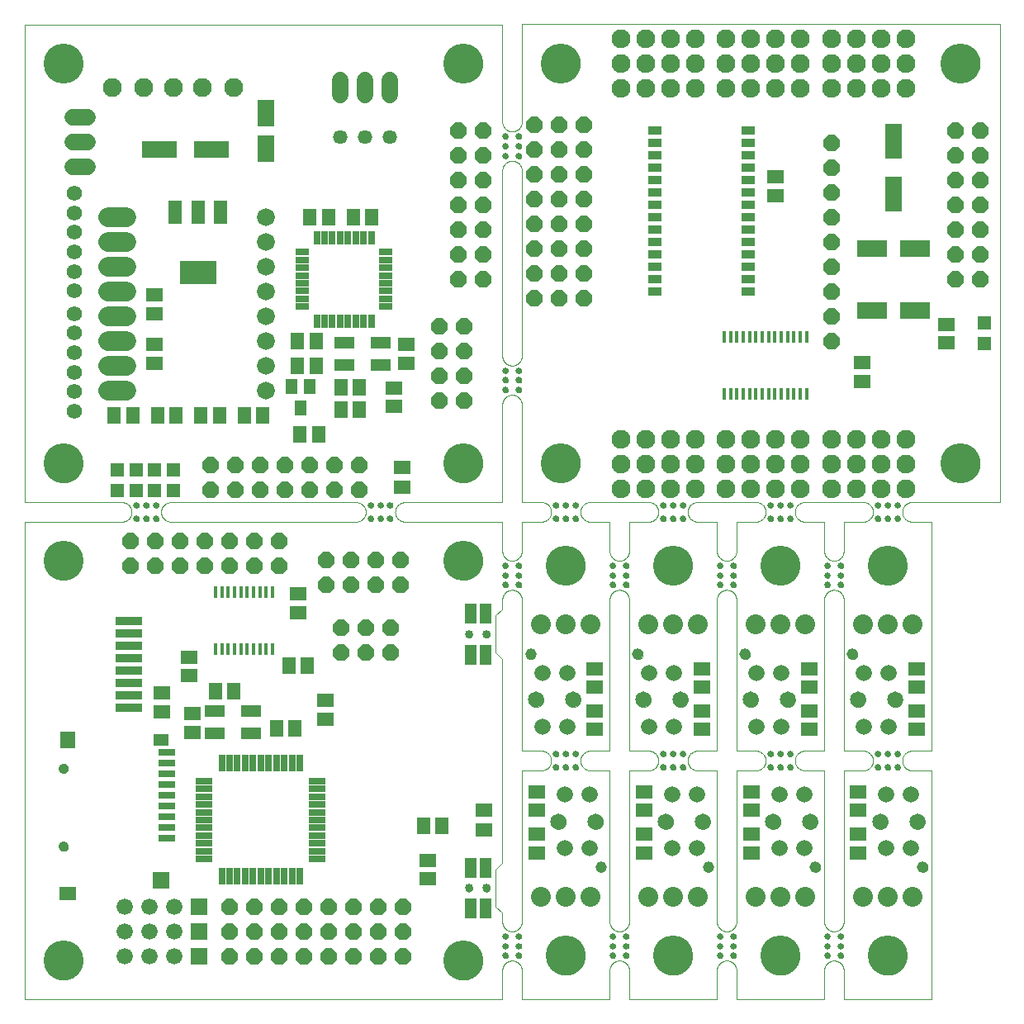
<source format=gts>
G75*
%MOIN*%
%OFA0B0*%
%FSLAX25Y25*%
%IPPOS*%
%LPD*%
%AMOC8*
5,1,8,0,0,1.08239X$1,22.5*
%
%ADD10C,0.00000*%
%ADD11C,0.02600*%
%ADD12C,0.16142*%
%ADD13C,0.15954*%
%ADD14R,0.08080X0.04931*%
%ADD15R,0.06506X0.05718*%
%ADD16R,0.05718X0.06506*%
%ADD17R,0.04734X0.08474*%
%ADD18C,0.03356*%
%ADD19R,0.05915X0.06506*%
%ADD20R,0.06899X0.02569*%
%ADD21R,0.06112X0.04537*%
%ADD22R,0.06506X0.06506*%
%ADD23C,0.04143*%
%ADD24R,0.01800X0.04500*%
%ADD25R,0.06600X0.06600*%
%ADD26C,0.06600*%
%ADD27R,0.10600X0.03600*%
%ADD28R,0.02569X0.06506*%
%ADD29R,0.06506X0.02569*%
%ADD30OC8,0.06600*%
%ADD31C,0.08000*%
%ADD32C,0.07200*%
%ADD33R,0.05324X0.05324*%
%ADD34R,0.04537X0.06112*%
%ADD35R,0.05400X0.09400*%
%ADD36R,0.14773X0.09261*%
%ADD37R,0.02800X0.05600*%
%ADD38R,0.05600X0.02800*%
%ADD39C,0.06600*%
%ADD40C,0.05750*%
%ADD41C,0.06200*%
%ADD42C,0.07687*%
%ADD43R,0.14380X0.06899*%
%ADD44R,0.06899X0.10836*%
%ADD45R,0.12411X0.06899*%
%ADD46C,0.07600*%
%ADD47R,0.05600X0.03600*%
%ADD48R,0.06899X0.14380*%
%ADD49C,0.06537*%
%ADD50C,0.04537*%
%ADD51C,0.06506*%
%ADD52R,0.06899X0.05718*%
%ADD53C,0.08000*%
D10*
X0031742Y0001800D02*
X0224669Y0001800D01*
X0224669Y0013611D01*
X0224671Y0013735D01*
X0224677Y0013858D01*
X0224686Y0013982D01*
X0224700Y0014104D01*
X0224717Y0014227D01*
X0224739Y0014349D01*
X0224764Y0014470D01*
X0224793Y0014590D01*
X0224825Y0014709D01*
X0224862Y0014828D01*
X0224902Y0014945D01*
X0224945Y0015060D01*
X0224993Y0015175D01*
X0225044Y0015287D01*
X0225098Y0015398D01*
X0225156Y0015508D01*
X0225217Y0015615D01*
X0225282Y0015721D01*
X0225350Y0015824D01*
X0225421Y0015925D01*
X0225495Y0016024D01*
X0225572Y0016121D01*
X0225653Y0016215D01*
X0225736Y0016306D01*
X0225822Y0016395D01*
X0225911Y0016481D01*
X0226002Y0016564D01*
X0226096Y0016645D01*
X0226193Y0016722D01*
X0226292Y0016796D01*
X0226393Y0016867D01*
X0226496Y0016935D01*
X0226602Y0017000D01*
X0226709Y0017061D01*
X0226819Y0017119D01*
X0226930Y0017173D01*
X0227042Y0017224D01*
X0227157Y0017272D01*
X0227272Y0017315D01*
X0227389Y0017355D01*
X0227508Y0017392D01*
X0227627Y0017424D01*
X0227747Y0017453D01*
X0227868Y0017478D01*
X0227990Y0017500D01*
X0228113Y0017517D01*
X0228235Y0017531D01*
X0228359Y0017540D01*
X0228482Y0017546D01*
X0228606Y0017548D01*
X0228730Y0017546D01*
X0228853Y0017540D01*
X0228977Y0017531D01*
X0229099Y0017517D01*
X0229222Y0017500D01*
X0229344Y0017478D01*
X0229465Y0017453D01*
X0229585Y0017424D01*
X0229704Y0017392D01*
X0229823Y0017355D01*
X0229940Y0017315D01*
X0230055Y0017272D01*
X0230170Y0017224D01*
X0230282Y0017173D01*
X0230393Y0017119D01*
X0230503Y0017061D01*
X0230610Y0017000D01*
X0230716Y0016935D01*
X0230819Y0016867D01*
X0230920Y0016796D01*
X0231019Y0016722D01*
X0231116Y0016645D01*
X0231210Y0016564D01*
X0231301Y0016481D01*
X0231390Y0016395D01*
X0231476Y0016306D01*
X0231559Y0016215D01*
X0231640Y0016121D01*
X0231717Y0016024D01*
X0231791Y0015925D01*
X0231862Y0015824D01*
X0231930Y0015721D01*
X0231995Y0015615D01*
X0232056Y0015508D01*
X0232114Y0015398D01*
X0232168Y0015287D01*
X0232219Y0015175D01*
X0232267Y0015060D01*
X0232310Y0014945D01*
X0232350Y0014828D01*
X0232387Y0014709D01*
X0232419Y0014590D01*
X0232448Y0014470D01*
X0232473Y0014349D01*
X0232495Y0014227D01*
X0232512Y0014104D01*
X0232526Y0013982D01*
X0232535Y0013858D01*
X0232541Y0013735D01*
X0232543Y0013611D01*
X0232543Y0001800D01*
X0267976Y0001800D01*
X0267976Y0013611D01*
X0267978Y0013735D01*
X0267984Y0013858D01*
X0267993Y0013982D01*
X0268007Y0014104D01*
X0268024Y0014227D01*
X0268046Y0014349D01*
X0268071Y0014470D01*
X0268100Y0014590D01*
X0268132Y0014709D01*
X0268169Y0014828D01*
X0268209Y0014945D01*
X0268252Y0015060D01*
X0268300Y0015175D01*
X0268351Y0015287D01*
X0268405Y0015398D01*
X0268463Y0015508D01*
X0268524Y0015615D01*
X0268589Y0015721D01*
X0268657Y0015824D01*
X0268728Y0015925D01*
X0268802Y0016024D01*
X0268879Y0016121D01*
X0268960Y0016215D01*
X0269043Y0016306D01*
X0269129Y0016395D01*
X0269218Y0016481D01*
X0269309Y0016564D01*
X0269403Y0016645D01*
X0269500Y0016722D01*
X0269599Y0016796D01*
X0269700Y0016867D01*
X0269803Y0016935D01*
X0269909Y0017000D01*
X0270016Y0017061D01*
X0270126Y0017119D01*
X0270237Y0017173D01*
X0270349Y0017224D01*
X0270464Y0017272D01*
X0270579Y0017315D01*
X0270696Y0017355D01*
X0270815Y0017392D01*
X0270934Y0017424D01*
X0271054Y0017453D01*
X0271175Y0017478D01*
X0271297Y0017500D01*
X0271420Y0017517D01*
X0271542Y0017531D01*
X0271666Y0017540D01*
X0271789Y0017546D01*
X0271913Y0017548D01*
X0272037Y0017546D01*
X0272160Y0017540D01*
X0272284Y0017531D01*
X0272406Y0017517D01*
X0272529Y0017500D01*
X0272651Y0017478D01*
X0272772Y0017453D01*
X0272892Y0017424D01*
X0273011Y0017392D01*
X0273130Y0017355D01*
X0273247Y0017315D01*
X0273362Y0017272D01*
X0273477Y0017224D01*
X0273589Y0017173D01*
X0273700Y0017119D01*
X0273810Y0017061D01*
X0273917Y0017000D01*
X0274023Y0016935D01*
X0274126Y0016867D01*
X0274227Y0016796D01*
X0274326Y0016722D01*
X0274423Y0016645D01*
X0274517Y0016564D01*
X0274608Y0016481D01*
X0274697Y0016395D01*
X0274783Y0016306D01*
X0274866Y0016215D01*
X0274947Y0016121D01*
X0275024Y0016024D01*
X0275098Y0015925D01*
X0275169Y0015824D01*
X0275237Y0015721D01*
X0275302Y0015615D01*
X0275363Y0015508D01*
X0275421Y0015398D01*
X0275475Y0015287D01*
X0275526Y0015175D01*
X0275574Y0015060D01*
X0275617Y0014945D01*
X0275657Y0014828D01*
X0275694Y0014709D01*
X0275726Y0014590D01*
X0275755Y0014470D01*
X0275780Y0014349D01*
X0275802Y0014227D01*
X0275819Y0014104D01*
X0275833Y0013982D01*
X0275842Y0013858D01*
X0275848Y0013735D01*
X0275850Y0013611D01*
X0275850Y0001800D01*
X0311283Y0001800D01*
X0311283Y0013611D01*
X0311285Y0013735D01*
X0311291Y0013858D01*
X0311300Y0013982D01*
X0311314Y0014104D01*
X0311331Y0014227D01*
X0311353Y0014349D01*
X0311378Y0014470D01*
X0311407Y0014590D01*
X0311439Y0014709D01*
X0311476Y0014828D01*
X0311516Y0014945D01*
X0311559Y0015060D01*
X0311607Y0015175D01*
X0311658Y0015287D01*
X0311712Y0015398D01*
X0311770Y0015508D01*
X0311831Y0015615D01*
X0311896Y0015721D01*
X0311964Y0015824D01*
X0312035Y0015925D01*
X0312109Y0016024D01*
X0312186Y0016121D01*
X0312267Y0016215D01*
X0312350Y0016306D01*
X0312436Y0016395D01*
X0312525Y0016481D01*
X0312616Y0016564D01*
X0312710Y0016645D01*
X0312807Y0016722D01*
X0312906Y0016796D01*
X0313007Y0016867D01*
X0313110Y0016935D01*
X0313216Y0017000D01*
X0313323Y0017061D01*
X0313433Y0017119D01*
X0313544Y0017173D01*
X0313656Y0017224D01*
X0313771Y0017272D01*
X0313886Y0017315D01*
X0314003Y0017355D01*
X0314122Y0017392D01*
X0314241Y0017424D01*
X0314361Y0017453D01*
X0314482Y0017478D01*
X0314604Y0017500D01*
X0314727Y0017517D01*
X0314849Y0017531D01*
X0314973Y0017540D01*
X0315096Y0017546D01*
X0315220Y0017548D01*
X0315344Y0017546D01*
X0315467Y0017540D01*
X0315591Y0017531D01*
X0315713Y0017517D01*
X0315836Y0017500D01*
X0315958Y0017478D01*
X0316079Y0017453D01*
X0316199Y0017424D01*
X0316318Y0017392D01*
X0316437Y0017355D01*
X0316554Y0017315D01*
X0316669Y0017272D01*
X0316784Y0017224D01*
X0316896Y0017173D01*
X0317007Y0017119D01*
X0317117Y0017061D01*
X0317224Y0017000D01*
X0317330Y0016935D01*
X0317433Y0016867D01*
X0317534Y0016796D01*
X0317633Y0016722D01*
X0317730Y0016645D01*
X0317824Y0016564D01*
X0317915Y0016481D01*
X0318004Y0016395D01*
X0318090Y0016306D01*
X0318173Y0016215D01*
X0318254Y0016121D01*
X0318331Y0016024D01*
X0318405Y0015925D01*
X0318476Y0015824D01*
X0318544Y0015721D01*
X0318609Y0015615D01*
X0318670Y0015508D01*
X0318728Y0015398D01*
X0318782Y0015287D01*
X0318833Y0015175D01*
X0318881Y0015060D01*
X0318924Y0014945D01*
X0318964Y0014828D01*
X0319001Y0014709D01*
X0319033Y0014590D01*
X0319062Y0014470D01*
X0319087Y0014349D01*
X0319109Y0014227D01*
X0319126Y0014104D01*
X0319140Y0013982D01*
X0319149Y0013858D01*
X0319155Y0013735D01*
X0319157Y0013611D01*
X0319157Y0001800D01*
X0354590Y0001800D01*
X0354590Y0013611D01*
X0354592Y0013735D01*
X0354598Y0013858D01*
X0354607Y0013982D01*
X0354621Y0014104D01*
X0354638Y0014227D01*
X0354660Y0014349D01*
X0354685Y0014470D01*
X0354714Y0014590D01*
X0354746Y0014709D01*
X0354783Y0014828D01*
X0354823Y0014945D01*
X0354866Y0015060D01*
X0354914Y0015175D01*
X0354965Y0015287D01*
X0355019Y0015398D01*
X0355077Y0015508D01*
X0355138Y0015615D01*
X0355203Y0015721D01*
X0355271Y0015824D01*
X0355342Y0015925D01*
X0355416Y0016024D01*
X0355493Y0016121D01*
X0355574Y0016215D01*
X0355657Y0016306D01*
X0355743Y0016395D01*
X0355832Y0016481D01*
X0355923Y0016564D01*
X0356017Y0016645D01*
X0356114Y0016722D01*
X0356213Y0016796D01*
X0356314Y0016867D01*
X0356417Y0016935D01*
X0356523Y0017000D01*
X0356630Y0017061D01*
X0356740Y0017119D01*
X0356851Y0017173D01*
X0356963Y0017224D01*
X0357078Y0017272D01*
X0357193Y0017315D01*
X0357310Y0017355D01*
X0357429Y0017392D01*
X0357548Y0017424D01*
X0357668Y0017453D01*
X0357789Y0017478D01*
X0357911Y0017500D01*
X0358034Y0017517D01*
X0358156Y0017531D01*
X0358280Y0017540D01*
X0358403Y0017546D01*
X0358527Y0017548D01*
X0358651Y0017546D01*
X0358774Y0017540D01*
X0358898Y0017531D01*
X0359020Y0017517D01*
X0359143Y0017500D01*
X0359265Y0017478D01*
X0359386Y0017453D01*
X0359506Y0017424D01*
X0359625Y0017392D01*
X0359744Y0017355D01*
X0359861Y0017315D01*
X0359976Y0017272D01*
X0360091Y0017224D01*
X0360203Y0017173D01*
X0360314Y0017119D01*
X0360424Y0017061D01*
X0360531Y0017000D01*
X0360637Y0016935D01*
X0360740Y0016867D01*
X0360841Y0016796D01*
X0360940Y0016722D01*
X0361037Y0016645D01*
X0361131Y0016564D01*
X0361222Y0016481D01*
X0361311Y0016395D01*
X0361397Y0016306D01*
X0361480Y0016215D01*
X0361561Y0016121D01*
X0361638Y0016024D01*
X0361712Y0015925D01*
X0361783Y0015824D01*
X0361851Y0015721D01*
X0361916Y0015615D01*
X0361977Y0015508D01*
X0362035Y0015398D01*
X0362089Y0015287D01*
X0362140Y0015175D01*
X0362188Y0015060D01*
X0362231Y0014945D01*
X0362271Y0014828D01*
X0362308Y0014709D01*
X0362340Y0014590D01*
X0362369Y0014470D01*
X0362394Y0014349D01*
X0362416Y0014227D01*
X0362433Y0014104D01*
X0362447Y0013982D01*
X0362456Y0013858D01*
X0362462Y0013735D01*
X0362464Y0013611D01*
X0362464Y0001800D01*
X0397897Y0001800D01*
X0397897Y0094320D01*
X0390023Y0094320D01*
X0389899Y0094322D01*
X0389776Y0094328D01*
X0389652Y0094337D01*
X0389530Y0094351D01*
X0389407Y0094368D01*
X0389285Y0094390D01*
X0389164Y0094415D01*
X0389044Y0094444D01*
X0388925Y0094476D01*
X0388806Y0094513D01*
X0388689Y0094553D01*
X0388574Y0094596D01*
X0388459Y0094644D01*
X0388347Y0094695D01*
X0388236Y0094749D01*
X0388126Y0094807D01*
X0388019Y0094868D01*
X0387913Y0094933D01*
X0387810Y0095001D01*
X0387709Y0095072D01*
X0387610Y0095146D01*
X0387513Y0095223D01*
X0387419Y0095304D01*
X0387328Y0095387D01*
X0387239Y0095473D01*
X0387153Y0095562D01*
X0387070Y0095653D01*
X0386989Y0095747D01*
X0386912Y0095844D01*
X0386838Y0095943D01*
X0386767Y0096044D01*
X0386699Y0096147D01*
X0386634Y0096253D01*
X0386573Y0096360D01*
X0386515Y0096470D01*
X0386461Y0096581D01*
X0386410Y0096693D01*
X0386362Y0096808D01*
X0386319Y0096923D01*
X0386279Y0097040D01*
X0386242Y0097159D01*
X0386210Y0097278D01*
X0386181Y0097398D01*
X0386156Y0097519D01*
X0386134Y0097641D01*
X0386117Y0097764D01*
X0386103Y0097886D01*
X0386094Y0098010D01*
X0386088Y0098133D01*
X0386086Y0098257D01*
X0386088Y0098381D01*
X0386094Y0098504D01*
X0386103Y0098628D01*
X0386117Y0098750D01*
X0386134Y0098873D01*
X0386156Y0098995D01*
X0386181Y0099116D01*
X0386210Y0099236D01*
X0386242Y0099355D01*
X0386279Y0099474D01*
X0386319Y0099591D01*
X0386362Y0099706D01*
X0386410Y0099821D01*
X0386461Y0099933D01*
X0386515Y0100044D01*
X0386573Y0100154D01*
X0386634Y0100261D01*
X0386699Y0100367D01*
X0386767Y0100470D01*
X0386838Y0100571D01*
X0386912Y0100670D01*
X0386989Y0100767D01*
X0387070Y0100861D01*
X0387153Y0100952D01*
X0387239Y0101041D01*
X0387328Y0101127D01*
X0387419Y0101210D01*
X0387513Y0101291D01*
X0387610Y0101368D01*
X0387709Y0101442D01*
X0387810Y0101513D01*
X0387913Y0101581D01*
X0388019Y0101646D01*
X0388126Y0101707D01*
X0388236Y0101765D01*
X0388347Y0101819D01*
X0388459Y0101870D01*
X0388574Y0101918D01*
X0388689Y0101961D01*
X0388806Y0102001D01*
X0388925Y0102038D01*
X0389044Y0102070D01*
X0389164Y0102099D01*
X0389285Y0102124D01*
X0389407Y0102146D01*
X0389530Y0102163D01*
X0389652Y0102177D01*
X0389776Y0102186D01*
X0389899Y0102192D01*
X0390023Y0102194D01*
X0397897Y0102194D01*
X0397897Y0194713D01*
X0390023Y0194713D01*
X0389899Y0194715D01*
X0389776Y0194721D01*
X0389652Y0194730D01*
X0389530Y0194744D01*
X0389407Y0194761D01*
X0389285Y0194783D01*
X0389164Y0194808D01*
X0389044Y0194837D01*
X0388925Y0194869D01*
X0388806Y0194906D01*
X0388689Y0194946D01*
X0388574Y0194989D01*
X0388459Y0195037D01*
X0388347Y0195088D01*
X0388236Y0195142D01*
X0388126Y0195200D01*
X0388019Y0195261D01*
X0387913Y0195326D01*
X0387810Y0195394D01*
X0387709Y0195465D01*
X0387610Y0195539D01*
X0387513Y0195616D01*
X0387419Y0195697D01*
X0387328Y0195780D01*
X0387239Y0195866D01*
X0387153Y0195955D01*
X0387070Y0196046D01*
X0386989Y0196140D01*
X0386912Y0196237D01*
X0386838Y0196336D01*
X0386767Y0196437D01*
X0386699Y0196540D01*
X0386634Y0196646D01*
X0386573Y0196753D01*
X0386515Y0196863D01*
X0386461Y0196974D01*
X0386410Y0197086D01*
X0386362Y0197201D01*
X0386319Y0197316D01*
X0386279Y0197433D01*
X0386242Y0197552D01*
X0386210Y0197671D01*
X0386181Y0197791D01*
X0386156Y0197912D01*
X0386134Y0198034D01*
X0386117Y0198157D01*
X0386103Y0198279D01*
X0386094Y0198403D01*
X0386088Y0198526D01*
X0386086Y0198650D01*
X0386088Y0198774D01*
X0386094Y0198897D01*
X0386103Y0199021D01*
X0386117Y0199143D01*
X0386134Y0199266D01*
X0386156Y0199388D01*
X0386181Y0199509D01*
X0386210Y0199629D01*
X0386242Y0199748D01*
X0386279Y0199867D01*
X0386319Y0199984D01*
X0386362Y0200099D01*
X0386410Y0200214D01*
X0386461Y0200326D01*
X0386515Y0200437D01*
X0386573Y0200547D01*
X0386634Y0200654D01*
X0386699Y0200760D01*
X0386767Y0200863D01*
X0386838Y0200964D01*
X0386912Y0201063D01*
X0386989Y0201160D01*
X0387070Y0201254D01*
X0387153Y0201345D01*
X0387239Y0201434D01*
X0387328Y0201520D01*
X0387419Y0201603D01*
X0387513Y0201684D01*
X0387610Y0201761D01*
X0387709Y0201835D01*
X0387810Y0201906D01*
X0387913Y0201974D01*
X0388019Y0202039D01*
X0388126Y0202100D01*
X0388236Y0202158D01*
X0388347Y0202212D01*
X0388459Y0202263D01*
X0388574Y0202311D01*
X0388689Y0202354D01*
X0388806Y0202394D01*
X0388925Y0202431D01*
X0389044Y0202463D01*
X0389164Y0202492D01*
X0389285Y0202517D01*
X0389407Y0202539D01*
X0389530Y0202556D01*
X0389652Y0202570D01*
X0389776Y0202579D01*
X0389899Y0202585D01*
X0390023Y0202587D01*
X0425456Y0202587D01*
X0425456Y0395501D01*
X0232543Y0395501D01*
X0232543Y0356131D01*
X0232541Y0356007D01*
X0232535Y0355884D01*
X0232526Y0355760D01*
X0232512Y0355638D01*
X0232495Y0355515D01*
X0232473Y0355393D01*
X0232448Y0355272D01*
X0232419Y0355152D01*
X0232387Y0355033D01*
X0232350Y0354914D01*
X0232310Y0354797D01*
X0232267Y0354682D01*
X0232219Y0354567D01*
X0232168Y0354455D01*
X0232114Y0354344D01*
X0232056Y0354234D01*
X0231995Y0354127D01*
X0231930Y0354021D01*
X0231862Y0353918D01*
X0231791Y0353817D01*
X0231717Y0353718D01*
X0231640Y0353621D01*
X0231559Y0353527D01*
X0231476Y0353436D01*
X0231390Y0353347D01*
X0231301Y0353261D01*
X0231210Y0353178D01*
X0231116Y0353097D01*
X0231019Y0353020D01*
X0230920Y0352946D01*
X0230819Y0352875D01*
X0230716Y0352807D01*
X0230610Y0352742D01*
X0230503Y0352681D01*
X0230393Y0352623D01*
X0230282Y0352569D01*
X0230170Y0352518D01*
X0230055Y0352470D01*
X0229940Y0352427D01*
X0229823Y0352387D01*
X0229704Y0352350D01*
X0229585Y0352318D01*
X0229465Y0352289D01*
X0229344Y0352264D01*
X0229222Y0352242D01*
X0229099Y0352225D01*
X0228977Y0352211D01*
X0228853Y0352202D01*
X0228730Y0352196D01*
X0228606Y0352194D01*
X0228482Y0352196D01*
X0228359Y0352202D01*
X0228235Y0352211D01*
X0228113Y0352225D01*
X0227990Y0352242D01*
X0227868Y0352264D01*
X0227747Y0352289D01*
X0227627Y0352318D01*
X0227508Y0352350D01*
X0227389Y0352387D01*
X0227272Y0352427D01*
X0227157Y0352470D01*
X0227042Y0352518D01*
X0226930Y0352569D01*
X0226819Y0352623D01*
X0226709Y0352681D01*
X0226602Y0352742D01*
X0226496Y0352807D01*
X0226393Y0352875D01*
X0226292Y0352946D01*
X0226193Y0353020D01*
X0226096Y0353097D01*
X0226002Y0353178D01*
X0225911Y0353261D01*
X0225822Y0353347D01*
X0225736Y0353436D01*
X0225653Y0353527D01*
X0225572Y0353621D01*
X0225495Y0353718D01*
X0225421Y0353817D01*
X0225350Y0353918D01*
X0225282Y0354021D01*
X0225217Y0354127D01*
X0225156Y0354234D01*
X0225098Y0354344D01*
X0225044Y0354455D01*
X0224993Y0354567D01*
X0224945Y0354682D01*
X0224902Y0354797D01*
X0224862Y0354914D01*
X0224825Y0355033D01*
X0224793Y0355152D01*
X0224764Y0355272D01*
X0224739Y0355393D01*
X0224717Y0355515D01*
X0224700Y0355638D01*
X0224686Y0355760D01*
X0224677Y0355884D01*
X0224671Y0356007D01*
X0224669Y0356131D01*
X0224669Y0395439D01*
X0031756Y0395439D01*
X0031756Y0202526D01*
X0071126Y0202526D01*
X0071250Y0202524D01*
X0071374Y0202518D01*
X0071497Y0202508D01*
X0071620Y0202495D01*
X0071743Y0202477D01*
X0071865Y0202455D01*
X0071987Y0202430D01*
X0072107Y0202401D01*
X0072226Y0202368D01*
X0072345Y0202331D01*
X0072462Y0202290D01*
X0072578Y0202246D01*
X0072692Y0202198D01*
X0072805Y0202147D01*
X0072916Y0202092D01*
X0073025Y0202033D01*
X0073132Y0201971D01*
X0073238Y0201906D01*
X0073341Y0201837D01*
X0073442Y0201765D01*
X0073541Y0201690D01*
X0073637Y0201612D01*
X0073730Y0201531D01*
X0073821Y0201447D01*
X0073910Y0201360D01*
X0073995Y0201270D01*
X0074078Y0201178D01*
X0074158Y0201083D01*
X0074234Y0200986D01*
X0074308Y0200886D01*
X0074378Y0200784D01*
X0074445Y0200679D01*
X0074509Y0200573D01*
X0074569Y0200465D01*
X0074626Y0200355D01*
X0074679Y0200243D01*
X0074729Y0200129D01*
X0074775Y0200014D01*
X0074817Y0199898D01*
X0074856Y0199780D01*
X0074891Y0199661D01*
X0074922Y0199541D01*
X0074949Y0199420D01*
X0074973Y0199298D01*
X0074992Y0199176D01*
X0075008Y0199053D01*
X0075020Y0198930D01*
X0075028Y0198806D01*
X0075032Y0198682D01*
X0075032Y0198558D01*
X0075028Y0198434D01*
X0075020Y0198310D01*
X0075008Y0198187D01*
X0074992Y0198064D01*
X0074973Y0197942D01*
X0074949Y0197820D01*
X0074922Y0197699D01*
X0074891Y0197579D01*
X0074856Y0197460D01*
X0074817Y0197342D01*
X0074775Y0197226D01*
X0074729Y0197111D01*
X0074679Y0196997D01*
X0074626Y0196885D01*
X0074569Y0196775D01*
X0074509Y0196667D01*
X0074445Y0196561D01*
X0074378Y0196456D01*
X0074308Y0196354D01*
X0074234Y0196254D01*
X0074158Y0196157D01*
X0074078Y0196062D01*
X0073995Y0195970D01*
X0073910Y0195880D01*
X0073821Y0195793D01*
X0073730Y0195709D01*
X0073637Y0195628D01*
X0073541Y0195550D01*
X0073442Y0195475D01*
X0073341Y0195403D01*
X0073238Y0195334D01*
X0073132Y0195269D01*
X0073025Y0195207D01*
X0072916Y0195148D01*
X0072805Y0195093D01*
X0072692Y0195042D01*
X0072578Y0194994D01*
X0072462Y0194950D01*
X0072345Y0194909D01*
X0072226Y0194872D01*
X0072107Y0194839D01*
X0071987Y0194810D01*
X0071865Y0194785D01*
X0071743Y0194763D01*
X0071620Y0194745D01*
X0071497Y0194732D01*
X0071374Y0194722D01*
X0071250Y0194716D01*
X0071126Y0194714D01*
X0071126Y0194713D02*
X0031742Y0194713D01*
X0031742Y0001800D01*
X0039813Y0017548D02*
X0039815Y0017736D01*
X0039822Y0017925D01*
X0039834Y0018113D01*
X0039850Y0018300D01*
X0039871Y0018488D01*
X0039896Y0018674D01*
X0039926Y0018860D01*
X0039961Y0019046D01*
X0040000Y0019230D01*
X0040043Y0019413D01*
X0040091Y0019596D01*
X0040144Y0019777D01*
X0040200Y0019956D01*
X0040262Y0020134D01*
X0040327Y0020311D01*
X0040397Y0020486D01*
X0040472Y0020659D01*
X0040550Y0020830D01*
X0040633Y0021000D01*
X0040719Y0021167D01*
X0040810Y0021332D01*
X0040905Y0021495D01*
X0041004Y0021655D01*
X0041107Y0021813D01*
X0041213Y0021968D01*
X0041324Y0022121D01*
X0041438Y0022271D01*
X0041556Y0022418D01*
X0041677Y0022562D01*
X0041802Y0022704D01*
X0041930Y0022842D01*
X0042062Y0022976D01*
X0042196Y0023108D01*
X0042334Y0023236D01*
X0042476Y0023361D01*
X0042620Y0023482D01*
X0042767Y0023600D01*
X0042917Y0023714D01*
X0043070Y0023825D01*
X0043225Y0023931D01*
X0043383Y0024034D01*
X0043543Y0024133D01*
X0043706Y0024228D01*
X0043871Y0024319D01*
X0044038Y0024405D01*
X0044208Y0024488D01*
X0044379Y0024566D01*
X0044552Y0024641D01*
X0044727Y0024711D01*
X0044904Y0024776D01*
X0045082Y0024838D01*
X0045261Y0024894D01*
X0045442Y0024947D01*
X0045625Y0024995D01*
X0045808Y0025038D01*
X0045992Y0025077D01*
X0046178Y0025112D01*
X0046364Y0025142D01*
X0046550Y0025167D01*
X0046738Y0025188D01*
X0046925Y0025204D01*
X0047113Y0025216D01*
X0047302Y0025223D01*
X0047490Y0025225D01*
X0047678Y0025223D01*
X0047867Y0025216D01*
X0048055Y0025204D01*
X0048242Y0025188D01*
X0048430Y0025167D01*
X0048616Y0025142D01*
X0048802Y0025112D01*
X0048988Y0025077D01*
X0049172Y0025038D01*
X0049355Y0024995D01*
X0049538Y0024947D01*
X0049719Y0024894D01*
X0049898Y0024838D01*
X0050076Y0024776D01*
X0050253Y0024711D01*
X0050428Y0024641D01*
X0050601Y0024566D01*
X0050772Y0024488D01*
X0050942Y0024405D01*
X0051109Y0024319D01*
X0051274Y0024228D01*
X0051437Y0024133D01*
X0051597Y0024034D01*
X0051755Y0023931D01*
X0051910Y0023825D01*
X0052063Y0023714D01*
X0052213Y0023600D01*
X0052360Y0023482D01*
X0052504Y0023361D01*
X0052646Y0023236D01*
X0052784Y0023108D01*
X0052918Y0022976D01*
X0053050Y0022842D01*
X0053178Y0022704D01*
X0053303Y0022562D01*
X0053424Y0022418D01*
X0053542Y0022271D01*
X0053656Y0022121D01*
X0053767Y0021968D01*
X0053873Y0021813D01*
X0053976Y0021655D01*
X0054075Y0021495D01*
X0054170Y0021332D01*
X0054261Y0021167D01*
X0054347Y0021000D01*
X0054430Y0020830D01*
X0054508Y0020659D01*
X0054583Y0020486D01*
X0054653Y0020311D01*
X0054718Y0020134D01*
X0054780Y0019956D01*
X0054836Y0019777D01*
X0054889Y0019596D01*
X0054937Y0019413D01*
X0054980Y0019230D01*
X0055019Y0019046D01*
X0055054Y0018860D01*
X0055084Y0018674D01*
X0055109Y0018488D01*
X0055130Y0018300D01*
X0055146Y0018113D01*
X0055158Y0017925D01*
X0055165Y0017736D01*
X0055167Y0017548D01*
X0055165Y0017360D01*
X0055158Y0017171D01*
X0055146Y0016983D01*
X0055130Y0016796D01*
X0055109Y0016608D01*
X0055084Y0016422D01*
X0055054Y0016236D01*
X0055019Y0016050D01*
X0054980Y0015866D01*
X0054937Y0015683D01*
X0054889Y0015500D01*
X0054836Y0015319D01*
X0054780Y0015140D01*
X0054718Y0014962D01*
X0054653Y0014785D01*
X0054583Y0014610D01*
X0054508Y0014437D01*
X0054430Y0014266D01*
X0054347Y0014096D01*
X0054261Y0013929D01*
X0054170Y0013764D01*
X0054075Y0013601D01*
X0053976Y0013441D01*
X0053873Y0013283D01*
X0053767Y0013128D01*
X0053656Y0012975D01*
X0053542Y0012825D01*
X0053424Y0012678D01*
X0053303Y0012534D01*
X0053178Y0012392D01*
X0053050Y0012254D01*
X0052918Y0012120D01*
X0052784Y0011988D01*
X0052646Y0011860D01*
X0052504Y0011735D01*
X0052360Y0011614D01*
X0052213Y0011496D01*
X0052063Y0011382D01*
X0051910Y0011271D01*
X0051755Y0011165D01*
X0051597Y0011062D01*
X0051437Y0010963D01*
X0051274Y0010868D01*
X0051109Y0010777D01*
X0050942Y0010691D01*
X0050772Y0010608D01*
X0050601Y0010530D01*
X0050428Y0010455D01*
X0050253Y0010385D01*
X0050076Y0010320D01*
X0049898Y0010258D01*
X0049719Y0010202D01*
X0049538Y0010149D01*
X0049355Y0010101D01*
X0049172Y0010058D01*
X0048988Y0010019D01*
X0048802Y0009984D01*
X0048616Y0009954D01*
X0048430Y0009929D01*
X0048242Y0009908D01*
X0048055Y0009892D01*
X0047867Y0009880D01*
X0047678Y0009873D01*
X0047490Y0009871D01*
X0047302Y0009873D01*
X0047113Y0009880D01*
X0046925Y0009892D01*
X0046738Y0009908D01*
X0046550Y0009929D01*
X0046364Y0009954D01*
X0046178Y0009984D01*
X0045992Y0010019D01*
X0045808Y0010058D01*
X0045625Y0010101D01*
X0045442Y0010149D01*
X0045261Y0010202D01*
X0045082Y0010258D01*
X0044904Y0010320D01*
X0044727Y0010385D01*
X0044552Y0010455D01*
X0044379Y0010530D01*
X0044208Y0010608D01*
X0044038Y0010691D01*
X0043871Y0010777D01*
X0043706Y0010868D01*
X0043543Y0010963D01*
X0043383Y0011062D01*
X0043225Y0011165D01*
X0043070Y0011271D01*
X0042917Y0011382D01*
X0042767Y0011496D01*
X0042620Y0011614D01*
X0042476Y0011735D01*
X0042334Y0011860D01*
X0042196Y0011988D01*
X0042062Y0012120D01*
X0041930Y0012254D01*
X0041802Y0012392D01*
X0041677Y0012534D01*
X0041556Y0012678D01*
X0041438Y0012825D01*
X0041324Y0012975D01*
X0041213Y0013128D01*
X0041107Y0013283D01*
X0041004Y0013441D01*
X0040905Y0013601D01*
X0040810Y0013764D01*
X0040719Y0013929D01*
X0040633Y0014096D01*
X0040550Y0014266D01*
X0040472Y0014437D01*
X0040397Y0014610D01*
X0040327Y0014785D01*
X0040262Y0014962D01*
X0040200Y0015140D01*
X0040144Y0015319D01*
X0040091Y0015500D01*
X0040043Y0015683D01*
X0040000Y0015866D01*
X0039961Y0016050D01*
X0039926Y0016236D01*
X0039896Y0016422D01*
X0039871Y0016608D01*
X0039850Y0016796D01*
X0039834Y0016983D01*
X0039822Y0017171D01*
X0039815Y0017360D01*
X0039813Y0017548D01*
X0045758Y0063611D02*
X0045760Y0063695D01*
X0045766Y0063778D01*
X0045776Y0063861D01*
X0045790Y0063944D01*
X0045807Y0064026D01*
X0045829Y0064107D01*
X0045854Y0064186D01*
X0045883Y0064265D01*
X0045916Y0064342D01*
X0045952Y0064417D01*
X0045992Y0064491D01*
X0046035Y0064563D01*
X0046082Y0064632D01*
X0046132Y0064699D01*
X0046185Y0064764D01*
X0046241Y0064826D01*
X0046299Y0064886D01*
X0046361Y0064943D01*
X0046425Y0064996D01*
X0046492Y0065047D01*
X0046561Y0065094D01*
X0046632Y0065139D01*
X0046705Y0065179D01*
X0046780Y0065216D01*
X0046857Y0065250D01*
X0046935Y0065280D01*
X0047014Y0065306D01*
X0047095Y0065329D01*
X0047177Y0065347D01*
X0047259Y0065362D01*
X0047342Y0065373D01*
X0047425Y0065380D01*
X0047509Y0065383D01*
X0047593Y0065382D01*
X0047676Y0065377D01*
X0047760Y0065368D01*
X0047842Y0065355D01*
X0047924Y0065339D01*
X0048005Y0065318D01*
X0048086Y0065294D01*
X0048164Y0065266D01*
X0048242Y0065234D01*
X0048318Y0065198D01*
X0048392Y0065159D01*
X0048464Y0065117D01*
X0048534Y0065071D01*
X0048602Y0065022D01*
X0048667Y0064970D01*
X0048730Y0064915D01*
X0048790Y0064857D01*
X0048848Y0064796D01*
X0048902Y0064732D01*
X0048954Y0064666D01*
X0049002Y0064598D01*
X0049047Y0064527D01*
X0049088Y0064454D01*
X0049127Y0064380D01*
X0049161Y0064304D01*
X0049192Y0064226D01*
X0049219Y0064147D01*
X0049243Y0064066D01*
X0049262Y0063985D01*
X0049278Y0063903D01*
X0049290Y0063820D01*
X0049298Y0063736D01*
X0049302Y0063653D01*
X0049302Y0063569D01*
X0049298Y0063486D01*
X0049290Y0063402D01*
X0049278Y0063319D01*
X0049262Y0063237D01*
X0049243Y0063156D01*
X0049219Y0063075D01*
X0049192Y0062996D01*
X0049161Y0062918D01*
X0049127Y0062842D01*
X0049088Y0062768D01*
X0049047Y0062695D01*
X0049002Y0062624D01*
X0048954Y0062556D01*
X0048902Y0062490D01*
X0048848Y0062426D01*
X0048790Y0062365D01*
X0048730Y0062307D01*
X0048667Y0062252D01*
X0048602Y0062200D01*
X0048534Y0062151D01*
X0048464Y0062105D01*
X0048392Y0062063D01*
X0048318Y0062024D01*
X0048242Y0061988D01*
X0048164Y0061956D01*
X0048086Y0061928D01*
X0048005Y0061904D01*
X0047924Y0061883D01*
X0047842Y0061867D01*
X0047760Y0061854D01*
X0047676Y0061845D01*
X0047593Y0061840D01*
X0047509Y0061839D01*
X0047425Y0061842D01*
X0047342Y0061849D01*
X0047259Y0061860D01*
X0047177Y0061875D01*
X0047095Y0061893D01*
X0047014Y0061916D01*
X0046935Y0061942D01*
X0046857Y0061972D01*
X0046780Y0062006D01*
X0046705Y0062043D01*
X0046632Y0062083D01*
X0046561Y0062128D01*
X0046492Y0062175D01*
X0046425Y0062226D01*
X0046361Y0062279D01*
X0046299Y0062336D01*
X0046241Y0062396D01*
X0046185Y0062458D01*
X0046132Y0062523D01*
X0046082Y0062590D01*
X0046035Y0062659D01*
X0045992Y0062731D01*
X0045952Y0062805D01*
X0045916Y0062880D01*
X0045883Y0062957D01*
X0045854Y0063036D01*
X0045829Y0063115D01*
X0045807Y0063196D01*
X0045790Y0063278D01*
X0045776Y0063361D01*
X0045766Y0063444D01*
X0045760Y0063527D01*
X0045758Y0063611D01*
X0045758Y0095107D02*
X0045760Y0095191D01*
X0045766Y0095274D01*
X0045776Y0095357D01*
X0045790Y0095440D01*
X0045807Y0095522D01*
X0045829Y0095603D01*
X0045854Y0095682D01*
X0045883Y0095761D01*
X0045916Y0095838D01*
X0045952Y0095913D01*
X0045992Y0095987D01*
X0046035Y0096059D01*
X0046082Y0096128D01*
X0046132Y0096195D01*
X0046185Y0096260D01*
X0046241Y0096322D01*
X0046299Y0096382D01*
X0046361Y0096439D01*
X0046425Y0096492D01*
X0046492Y0096543D01*
X0046561Y0096590D01*
X0046632Y0096635D01*
X0046705Y0096675D01*
X0046780Y0096712D01*
X0046857Y0096746D01*
X0046935Y0096776D01*
X0047014Y0096802D01*
X0047095Y0096825D01*
X0047177Y0096843D01*
X0047259Y0096858D01*
X0047342Y0096869D01*
X0047425Y0096876D01*
X0047509Y0096879D01*
X0047593Y0096878D01*
X0047676Y0096873D01*
X0047760Y0096864D01*
X0047842Y0096851D01*
X0047924Y0096835D01*
X0048005Y0096814D01*
X0048086Y0096790D01*
X0048164Y0096762D01*
X0048242Y0096730D01*
X0048318Y0096694D01*
X0048392Y0096655D01*
X0048464Y0096613D01*
X0048534Y0096567D01*
X0048602Y0096518D01*
X0048667Y0096466D01*
X0048730Y0096411D01*
X0048790Y0096353D01*
X0048848Y0096292D01*
X0048902Y0096228D01*
X0048954Y0096162D01*
X0049002Y0096094D01*
X0049047Y0096023D01*
X0049088Y0095950D01*
X0049127Y0095876D01*
X0049161Y0095800D01*
X0049192Y0095722D01*
X0049219Y0095643D01*
X0049243Y0095562D01*
X0049262Y0095481D01*
X0049278Y0095399D01*
X0049290Y0095316D01*
X0049298Y0095232D01*
X0049302Y0095149D01*
X0049302Y0095065D01*
X0049298Y0094982D01*
X0049290Y0094898D01*
X0049278Y0094815D01*
X0049262Y0094733D01*
X0049243Y0094652D01*
X0049219Y0094571D01*
X0049192Y0094492D01*
X0049161Y0094414D01*
X0049127Y0094338D01*
X0049088Y0094264D01*
X0049047Y0094191D01*
X0049002Y0094120D01*
X0048954Y0094052D01*
X0048902Y0093986D01*
X0048848Y0093922D01*
X0048790Y0093861D01*
X0048730Y0093803D01*
X0048667Y0093748D01*
X0048602Y0093696D01*
X0048534Y0093647D01*
X0048464Y0093601D01*
X0048392Y0093559D01*
X0048318Y0093520D01*
X0048242Y0093484D01*
X0048164Y0093452D01*
X0048086Y0093424D01*
X0048005Y0093400D01*
X0047924Y0093379D01*
X0047842Y0093363D01*
X0047760Y0093350D01*
X0047676Y0093341D01*
X0047593Y0093336D01*
X0047509Y0093335D01*
X0047425Y0093338D01*
X0047342Y0093345D01*
X0047259Y0093356D01*
X0047177Y0093371D01*
X0047095Y0093389D01*
X0047014Y0093412D01*
X0046935Y0093438D01*
X0046857Y0093468D01*
X0046780Y0093502D01*
X0046705Y0093539D01*
X0046632Y0093579D01*
X0046561Y0093624D01*
X0046492Y0093671D01*
X0046425Y0093722D01*
X0046361Y0093775D01*
X0046299Y0093832D01*
X0046241Y0093892D01*
X0046185Y0093954D01*
X0046132Y0094019D01*
X0046082Y0094086D01*
X0046035Y0094155D01*
X0045992Y0094227D01*
X0045952Y0094301D01*
X0045916Y0094376D01*
X0045883Y0094453D01*
X0045854Y0094532D01*
X0045829Y0094611D01*
X0045807Y0094692D01*
X0045790Y0094774D01*
X0045776Y0094857D01*
X0045766Y0094940D01*
X0045760Y0095023D01*
X0045758Y0095107D01*
X0039813Y0178965D02*
X0039815Y0179153D01*
X0039822Y0179342D01*
X0039834Y0179530D01*
X0039850Y0179717D01*
X0039871Y0179905D01*
X0039896Y0180091D01*
X0039926Y0180277D01*
X0039961Y0180463D01*
X0040000Y0180647D01*
X0040043Y0180830D01*
X0040091Y0181013D01*
X0040144Y0181194D01*
X0040200Y0181373D01*
X0040262Y0181551D01*
X0040327Y0181728D01*
X0040397Y0181903D01*
X0040472Y0182076D01*
X0040550Y0182247D01*
X0040633Y0182417D01*
X0040719Y0182584D01*
X0040810Y0182749D01*
X0040905Y0182912D01*
X0041004Y0183072D01*
X0041107Y0183230D01*
X0041213Y0183385D01*
X0041324Y0183538D01*
X0041438Y0183688D01*
X0041556Y0183835D01*
X0041677Y0183979D01*
X0041802Y0184121D01*
X0041930Y0184259D01*
X0042062Y0184393D01*
X0042196Y0184525D01*
X0042334Y0184653D01*
X0042476Y0184778D01*
X0042620Y0184899D01*
X0042767Y0185017D01*
X0042917Y0185131D01*
X0043070Y0185242D01*
X0043225Y0185348D01*
X0043383Y0185451D01*
X0043543Y0185550D01*
X0043706Y0185645D01*
X0043871Y0185736D01*
X0044038Y0185822D01*
X0044208Y0185905D01*
X0044379Y0185983D01*
X0044552Y0186058D01*
X0044727Y0186128D01*
X0044904Y0186193D01*
X0045082Y0186255D01*
X0045261Y0186311D01*
X0045442Y0186364D01*
X0045625Y0186412D01*
X0045808Y0186455D01*
X0045992Y0186494D01*
X0046178Y0186529D01*
X0046364Y0186559D01*
X0046550Y0186584D01*
X0046738Y0186605D01*
X0046925Y0186621D01*
X0047113Y0186633D01*
X0047302Y0186640D01*
X0047490Y0186642D01*
X0047678Y0186640D01*
X0047867Y0186633D01*
X0048055Y0186621D01*
X0048242Y0186605D01*
X0048430Y0186584D01*
X0048616Y0186559D01*
X0048802Y0186529D01*
X0048988Y0186494D01*
X0049172Y0186455D01*
X0049355Y0186412D01*
X0049538Y0186364D01*
X0049719Y0186311D01*
X0049898Y0186255D01*
X0050076Y0186193D01*
X0050253Y0186128D01*
X0050428Y0186058D01*
X0050601Y0185983D01*
X0050772Y0185905D01*
X0050942Y0185822D01*
X0051109Y0185736D01*
X0051274Y0185645D01*
X0051437Y0185550D01*
X0051597Y0185451D01*
X0051755Y0185348D01*
X0051910Y0185242D01*
X0052063Y0185131D01*
X0052213Y0185017D01*
X0052360Y0184899D01*
X0052504Y0184778D01*
X0052646Y0184653D01*
X0052784Y0184525D01*
X0052918Y0184393D01*
X0053050Y0184259D01*
X0053178Y0184121D01*
X0053303Y0183979D01*
X0053424Y0183835D01*
X0053542Y0183688D01*
X0053656Y0183538D01*
X0053767Y0183385D01*
X0053873Y0183230D01*
X0053976Y0183072D01*
X0054075Y0182912D01*
X0054170Y0182749D01*
X0054261Y0182584D01*
X0054347Y0182417D01*
X0054430Y0182247D01*
X0054508Y0182076D01*
X0054583Y0181903D01*
X0054653Y0181728D01*
X0054718Y0181551D01*
X0054780Y0181373D01*
X0054836Y0181194D01*
X0054889Y0181013D01*
X0054937Y0180830D01*
X0054980Y0180647D01*
X0055019Y0180463D01*
X0055054Y0180277D01*
X0055084Y0180091D01*
X0055109Y0179905D01*
X0055130Y0179717D01*
X0055146Y0179530D01*
X0055158Y0179342D01*
X0055165Y0179153D01*
X0055167Y0178965D01*
X0055165Y0178777D01*
X0055158Y0178588D01*
X0055146Y0178400D01*
X0055130Y0178213D01*
X0055109Y0178025D01*
X0055084Y0177839D01*
X0055054Y0177653D01*
X0055019Y0177467D01*
X0054980Y0177283D01*
X0054937Y0177100D01*
X0054889Y0176917D01*
X0054836Y0176736D01*
X0054780Y0176557D01*
X0054718Y0176379D01*
X0054653Y0176202D01*
X0054583Y0176027D01*
X0054508Y0175854D01*
X0054430Y0175683D01*
X0054347Y0175513D01*
X0054261Y0175346D01*
X0054170Y0175181D01*
X0054075Y0175018D01*
X0053976Y0174858D01*
X0053873Y0174700D01*
X0053767Y0174545D01*
X0053656Y0174392D01*
X0053542Y0174242D01*
X0053424Y0174095D01*
X0053303Y0173951D01*
X0053178Y0173809D01*
X0053050Y0173671D01*
X0052918Y0173537D01*
X0052784Y0173405D01*
X0052646Y0173277D01*
X0052504Y0173152D01*
X0052360Y0173031D01*
X0052213Y0172913D01*
X0052063Y0172799D01*
X0051910Y0172688D01*
X0051755Y0172582D01*
X0051597Y0172479D01*
X0051437Y0172380D01*
X0051274Y0172285D01*
X0051109Y0172194D01*
X0050942Y0172108D01*
X0050772Y0172025D01*
X0050601Y0171947D01*
X0050428Y0171872D01*
X0050253Y0171802D01*
X0050076Y0171737D01*
X0049898Y0171675D01*
X0049719Y0171619D01*
X0049538Y0171566D01*
X0049355Y0171518D01*
X0049172Y0171475D01*
X0048988Y0171436D01*
X0048802Y0171401D01*
X0048616Y0171371D01*
X0048430Y0171346D01*
X0048242Y0171325D01*
X0048055Y0171309D01*
X0047867Y0171297D01*
X0047678Y0171290D01*
X0047490Y0171288D01*
X0047302Y0171290D01*
X0047113Y0171297D01*
X0046925Y0171309D01*
X0046738Y0171325D01*
X0046550Y0171346D01*
X0046364Y0171371D01*
X0046178Y0171401D01*
X0045992Y0171436D01*
X0045808Y0171475D01*
X0045625Y0171518D01*
X0045442Y0171566D01*
X0045261Y0171619D01*
X0045082Y0171675D01*
X0044904Y0171737D01*
X0044727Y0171802D01*
X0044552Y0171872D01*
X0044379Y0171947D01*
X0044208Y0172025D01*
X0044038Y0172108D01*
X0043871Y0172194D01*
X0043706Y0172285D01*
X0043543Y0172380D01*
X0043383Y0172479D01*
X0043225Y0172582D01*
X0043070Y0172688D01*
X0042917Y0172799D01*
X0042767Y0172913D01*
X0042620Y0173031D01*
X0042476Y0173152D01*
X0042334Y0173277D01*
X0042196Y0173405D01*
X0042062Y0173537D01*
X0041930Y0173671D01*
X0041802Y0173809D01*
X0041677Y0173951D01*
X0041556Y0174095D01*
X0041438Y0174242D01*
X0041324Y0174392D01*
X0041213Y0174545D01*
X0041107Y0174700D01*
X0041004Y0174858D01*
X0040905Y0175018D01*
X0040810Y0175181D01*
X0040719Y0175346D01*
X0040633Y0175513D01*
X0040550Y0175683D01*
X0040472Y0175854D01*
X0040397Y0176027D01*
X0040327Y0176202D01*
X0040262Y0176379D01*
X0040200Y0176557D01*
X0040144Y0176736D01*
X0040091Y0176917D01*
X0040043Y0177100D01*
X0040000Y0177283D01*
X0039961Y0177467D01*
X0039926Y0177653D01*
X0039896Y0177839D01*
X0039871Y0178025D01*
X0039850Y0178213D01*
X0039834Y0178400D01*
X0039822Y0178588D01*
X0039815Y0178777D01*
X0039813Y0178965D01*
X0076031Y0195894D02*
X0076033Y0195957D01*
X0076039Y0196019D01*
X0076049Y0196081D01*
X0076062Y0196143D01*
X0076080Y0196203D01*
X0076101Y0196262D01*
X0076126Y0196320D01*
X0076155Y0196376D01*
X0076187Y0196430D01*
X0076222Y0196482D01*
X0076260Y0196531D01*
X0076302Y0196579D01*
X0076346Y0196623D01*
X0076394Y0196665D01*
X0076443Y0196703D01*
X0076495Y0196738D01*
X0076549Y0196770D01*
X0076605Y0196799D01*
X0076663Y0196824D01*
X0076722Y0196845D01*
X0076782Y0196863D01*
X0076844Y0196876D01*
X0076906Y0196886D01*
X0076968Y0196892D01*
X0077031Y0196894D01*
X0077094Y0196892D01*
X0077156Y0196886D01*
X0077218Y0196876D01*
X0077280Y0196863D01*
X0077340Y0196845D01*
X0077399Y0196824D01*
X0077457Y0196799D01*
X0077513Y0196770D01*
X0077567Y0196738D01*
X0077619Y0196703D01*
X0077668Y0196665D01*
X0077716Y0196623D01*
X0077760Y0196579D01*
X0077802Y0196531D01*
X0077840Y0196482D01*
X0077875Y0196430D01*
X0077907Y0196376D01*
X0077936Y0196320D01*
X0077961Y0196262D01*
X0077982Y0196203D01*
X0078000Y0196143D01*
X0078013Y0196081D01*
X0078023Y0196019D01*
X0078029Y0195957D01*
X0078031Y0195894D01*
X0078029Y0195831D01*
X0078023Y0195769D01*
X0078013Y0195707D01*
X0078000Y0195645D01*
X0077982Y0195585D01*
X0077961Y0195526D01*
X0077936Y0195468D01*
X0077907Y0195412D01*
X0077875Y0195358D01*
X0077840Y0195306D01*
X0077802Y0195257D01*
X0077760Y0195209D01*
X0077716Y0195165D01*
X0077668Y0195123D01*
X0077619Y0195085D01*
X0077567Y0195050D01*
X0077513Y0195018D01*
X0077457Y0194989D01*
X0077399Y0194964D01*
X0077340Y0194943D01*
X0077280Y0194925D01*
X0077218Y0194912D01*
X0077156Y0194902D01*
X0077094Y0194896D01*
X0077031Y0194894D01*
X0076968Y0194896D01*
X0076906Y0194902D01*
X0076844Y0194912D01*
X0076782Y0194925D01*
X0076722Y0194943D01*
X0076663Y0194964D01*
X0076605Y0194989D01*
X0076549Y0195018D01*
X0076495Y0195050D01*
X0076443Y0195085D01*
X0076394Y0195123D01*
X0076346Y0195165D01*
X0076302Y0195209D01*
X0076260Y0195257D01*
X0076222Y0195306D01*
X0076187Y0195358D01*
X0076155Y0195412D01*
X0076126Y0195468D01*
X0076101Y0195526D01*
X0076080Y0195585D01*
X0076062Y0195645D01*
X0076049Y0195707D01*
X0076039Y0195769D01*
X0076033Y0195831D01*
X0076031Y0195894D01*
X0079968Y0195894D02*
X0079970Y0195957D01*
X0079976Y0196019D01*
X0079986Y0196081D01*
X0079999Y0196143D01*
X0080017Y0196203D01*
X0080038Y0196262D01*
X0080063Y0196320D01*
X0080092Y0196376D01*
X0080124Y0196430D01*
X0080159Y0196482D01*
X0080197Y0196531D01*
X0080239Y0196579D01*
X0080283Y0196623D01*
X0080331Y0196665D01*
X0080380Y0196703D01*
X0080432Y0196738D01*
X0080486Y0196770D01*
X0080542Y0196799D01*
X0080600Y0196824D01*
X0080659Y0196845D01*
X0080719Y0196863D01*
X0080781Y0196876D01*
X0080843Y0196886D01*
X0080905Y0196892D01*
X0080968Y0196894D01*
X0081031Y0196892D01*
X0081093Y0196886D01*
X0081155Y0196876D01*
X0081217Y0196863D01*
X0081277Y0196845D01*
X0081336Y0196824D01*
X0081394Y0196799D01*
X0081450Y0196770D01*
X0081504Y0196738D01*
X0081556Y0196703D01*
X0081605Y0196665D01*
X0081653Y0196623D01*
X0081697Y0196579D01*
X0081739Y0196531D01*
X0081777Y0196482D01*
X0081812Y0196430D01*
X0081844Y0196376D01*
X0081873Y0196320D01*
X0081898Y0196262D01*
X0081919Y0196203D01*
X0081937Y0196143D01*
X0081950Y0196081D01*
X0081960Y0196019D01*
X0081966Y0195957D01*
X0081968Y0195894D01*
X0081966Y0195831D01*
X0081960Y0195769D01*
X0081950Y0195707D01*
X0081937Y0195645D01*
X0081919Y0195585D01*
X0081898Y0195526D01*
X0081873Y0195468D01*
X0081844Y0195412D01*
X0081812Y0195358D01*
X0081777Y0195306D01*
X0081739Y0195257D01*
X0081697Y0195209D01*
X0081653Y0195165D01*
X0081605Y0195123D01*
X0081556Y0195085D01*
X0081504Y0195050D01*
X0081450Y0195018D01*
X0081394Y0194989D01*
X0081336Y0194964D01*
X0081277Y0194943D01*
X0081217Y0194925D01*
X0081155Y0194912D01*
X0081093Y0194902D01*
X0081031Y0194896D01*
X0080968Y0194894D01*
X0080905Y0194896D01*
X0080843Y0194902D01*
X0080781Y0194912D01*
X0080719Y0194925D01*
X0080659Y0194943D01*
X0080600Y0194964D01*
X0080542Y0194989D01*
X0080486Y0195018D01*
X0080432Y0195050D01*
X0080380Y0195085D01*
X0080331Y0195123D01*
X0080283Y0195165D01*
X0080239Y0195209D01*
X0080197Y0195257D01*
X0080159Y0195306D01*
X0080124Y0195358D01*
X0080092Y0195412D01*
X0080063Y0195468D01*
X0080038Y0195526D01*
X0080017Y0195585D01*
X0079999Y0195645D01*
X0079986Y0195707D01*
X0079976Y0195769D01*
X0079970Y0195831D01*
X0079968Y0195894D01*
X0083905Y0195894D02*
X0083907Y0195957D01*
X0083913Y0196019D01*
X0083923Y0196081D01*
X0083936Y0196143D01*
X0083954Y0196203D01*
X0083975Y0196262D01*
X0084000Y0196320D01*
X0084029Y0196376D01*
X0084061Y0196430D01*
X0084096Y0196482D01*
X0084134Y0196531D01*
X0084176Y0196579D01*
X0084220Y0196623D01*
X0084268Y0196665D01*
X0084317Y0196703D01*
X0084369Y0196738D01*
X0084423Y0196770D01*
X0084479Y0196799D01*
X0084537Y0196824D01*
X0084596Y0196845D01*
X0084656Y0196863D01*
X0084718Y0196876D01*
X0084780Y0196886D01*
X0084842Y0196892D01*
X0084905Y0196894D01*
X0084968Y0196892D01*
X0085030Y0196886D01*
X0085092Y0196876D01*
X0085154Y0196863D01*
X0085214Y0196845D01*
X0085273Y0196824D01*
X0085331Y0196799D01*
X0085387Y0196770D01*
X0085441Y0196738D01*
X0085493Y0196703D01*
X0085542Y0196665D01*
X0085590Y0196623D01*
X0085634Y0196579D01*
X0085676Y0196531D01*
X0085714Y0196482D01*
X0085749Y0196430D01*
X0085781Y0196376D01*
X0085810Y0196320D01*
X0085835Y0196262D01*
X0085856Y0196203D01*
X0085874Y0196143D01*
X0085887Y0196081D01*
X0085897Y0196019D01*
X0085903Y0195957D01*
X0085905Y0195894D01*
X0085903Y0195831D01*
X0085897Y0195769D01*
X0085887Y0195707D01*
X0085874Y0195645D01*
X0085856Y0195585D01*
X0085835Y0195526D01*
X0085810Y0195468D01*
X0085781Y0195412D01*
X0085749Y0195358D01*
X0085714Y0195306D01*
X0085676Y0195257D01*
X0085634Y0195209D01*
X0085590Y0195165D01*
X0085542Y0195123D01*
X0085493Y0195085D01*
X0085441Y0195050D01*
X0085387Y0195018D01*
X0085331Y0194989D01*
X0085273Y0194964D01*
X0085214Y0194943D01*
X0085154Y0194925D01*
X0085092Y0194912D01*
X0085030Y0194902D01*
X0084968Y0194896D01*
X0084905Y0194894D01*
X0084842Y0194896D01*
X0084780Y0194902D01*
X0084718Y0194912D01*
X0084656Y0194925D01*
X0084596Y0194943D01*
X0084537Y0194964D01*
X0084479Y0194989D01*
X0084423Y0195018D01*
X0084369Y0195050D01*
X0084317Y0195085D01*
X0084268Y0195123D01*
X0084220Y0195165D01*
X0084176Y0195209D01*
X0084134Y0195257D01*
X0084096Y0195306D01*
X0084061Y0195358D01*
X0084029Y0195412D01*
X0084000Y0195468D01*
X0083975Y0195526D01*
X0083954Y0195585D01*
X0083936Y0195645D01*
X0083923Y0195707D01*
X0083913Y0195769D01*
X0083907Y0195831D01*
X0083905Y0195894D01*
X0083905Y0201406D02*
X0083907Y0201469D01*
X0083913Y0201531D01*
X0083923Y0201593D01*
X0083936Y0201655D01*
X0083954Y0201715D01*
X0083975Y0201774D01*
X0084000Y0201832D01*
X0084029Y0201888D01*
X0084061Y0201942D01*
X0084096Y0201994D01*
X0084134Y0202043D01*
X0084176Y0202091D01*
X0084220Y0202135D01*
X0084268Y0202177D01*
X0084317Y0202215D01*
X0084369Y0202250D01*
X0084423Y0202282D01*
X0084479Y0202311D01*
X0084537Y0202336D01*
X0084596Y0202357D01*
X0084656Y0202375D01*
X0084718Y0202388D01*
X0084780Y0202398D01*
X0084842Y0202404D01*
X0084905Y0202406D01*
X0084968Y0202404D01*
X0085030Y0202398D01*
X0085092Y0202388D01*
X0085154Y0202375D01*
X0085214Y0202357D01*
X0085273Y0202336D01*
X0085331Y0202311D01*
X0085387Y0202282D01*
X0085441Y0202250D01*
X0085493Y0202215D01*
X0085542Y0202177D01*
X0085590Y0202135D01*
X0085634Y0202091D01*
X0085676Y0202043D01*
X0085714Y0201994D01*
X0085749Y0201942D01*
X0085781Y0201888D01*
X0085810Y0201832D01*
X0085835Y0201774D01*
X0085856Y0201715D01*
X0085874Y0201655D01*
X0085887Y0201593D01*
X0085897Y0201531D01*
X0085903Y0201469D01*
X0085905Y0201406D01*
X0085903Y0201343D01*
X0085897Y0201281D01*
X0085887Y0201219D01*
X0085874Y0201157D01*
X0085856Y0201097D01*
X0085835Y0201038D01*
X0085810Y0200980D01*
X0085781Y0200924D01*
X0085749Y0200870D01*
X0085714Y0200818D01*
X0085676Y0200769D01*
X0085634Y0200721D01*
X0085590Y0200677D01*
X0085542Y0200635D01*
X0085493Y0200597D01*
X0085441Y0200562D01*
X0085387Y0200530D01*
X0085331Y0200501D01*
X0085273Y0200476D01*
X0085214Y0200455D01*
X0085154Y0200437D01*
X0085092Y0200424D01*
X0085030Y0200414D01*
X0084968Y0200408D01*
X0084905Y0200406D01*
X0084842Y0200408D01*
X0084780Y0200414D01*
X0084718Y0200424D01*
X0084656Y0200437D01*
X0084596Y0200455D01*
X0084537Y0200476D01*
X0084479Y0200501D01*
X0084423Y0200530D01*
X0084369Y0200562D01*
X0084317Y0200597D01*
X0084268Y0200635D01*
X0084220Y0200677D01*
X0084176Y0200721D01*
X0084134Y0200769D01*
X0084096Y0200818D01*
X0084061Y0200870D01*
X0084029Y0200924D01*
X0084000Y0200980D01*
X0083975Y0201038D01*
X0083954Y0201097D01*
X0083936Y0201157D01*
X0083923Y0201219D01*
X0083913Y0201281D01*
X0083907Y0201343D01*
X0083905Y0201406D01*
X0079968Y0201406D02*
X0079970Y0201469D01*
X0079976Y0201531D01*
X0079986Y0201593D01*
X0079999Y0201655D01*
X0080017Y0201715D01*
X0080038Y0201774D01*
X0080063Y0201832D01*
X0080092Y0201888D01*
X0080124Y0201942D01*
X0080159Y0201994D01*
X0080197Y0202043D01*
X0080239Y0202091D01*
X0080283Y0202135D01*
X0080331Y0202177D01*
X0080380Y0202215D01*
X0080432Y0202250D01*
X0080486Y0202282D01*
X0080542Y0202311D01*
X0080600Y0202336D01*
X0080659Y0202357D01*
X0080719Y0202375D01*
X0080781Y0202388D01*
X0080843Y0202398D01*
X0080905Y0202404D01*
X0080968Y0202406D01*
X0081031Y0202404D01*
X0081093Y0202398D01*
X0081155Y0202388D01*
X0081217Y0202375D01*
X0081277Y0202357D01*
X0081336Y0202336D01*
X0081394Y0202311D01*
X0081450Y0202282D01*
X0081504Y0202250D01*
X0081556Y0202215D01*
X0081605Y0202177D01*
X0081653Y0202135D01*
X0081697Y0202091D01*
X0081739Y0202043D01*
X0081777Y0201994D01*
X0081812Y0201942D01*
X0081844Y0201888D01*
X0081873Y0201832D01*
X0081898Y0201774D01*
X0081919Y0201715D01*
X0081937Y0201655D01*
X0081950Y0201593D01*
X0081960Y0201531D01*
X0081966Y0201469D01*
X0081968Y0201406D01*
X0081966Y0201343D01*
X0081960Y0201281D01*
X0081950Y0201219D01*
X0081937Y0201157D01*
X0081919Y0201097D01*
X0081898Y0201038D01*
X0081873Y0200980D01*
X0081844Y0200924D01*
X0081812Y0200870D01*
X0081777Y0200818D01*
X0081739Y0200769D01*
X0081697Y0200721D01*
X0081653Y0200677D01*
X0081605Y0200635D01*
X0081556Y0200597D01*
X0081504Y0200562D01*
X0081450Y0200530D01*
X0081394Y0200501D01*
X0081336Y0200476D01*
X0081277Y0200455D01*
X0081217Y0200437D01*
X0081155Y0200424D01*
X0081093Y0200414D01*
X0081031Y0200408D01*
X0080968Y0200406D01*
X0080905Y0200408D01*
X0080843Y0200414D01*
X0080781Y0200424D01*
X0080719Y0200437D01*
X0080659Y0200455D01*
X0080600Y0200476D01*
X0080542Y0200501D01*
X0080486Y0200530D01*
X0080432Y0200562D01*
X0080380Y0200597D01*
X0080331Y0200635D01*
X0080283Y0200677D01*
X0080239Y0200721D01*
X0080197Y0200769D01*
X0080159Y0200818D01*
X0080124Y0200870D01*
X0080092Y0200924D01*
X0080063Y0200980D01*
X0080038Y0201038D01*
X0080017Y0201097D01*
X0079999Y0201157D01*
X0079986Y0201219D01*
X0079976Y0201281D01*
X0079970Y0201343D01*
X0079968Y0201406D01*
X0076031Y0201406D02*
X0076033Y0201469D01*
X0076039Y0201531D01*
X0076049Y0201593D01*
X0076062Y0201655D01*
X0076080Y0201715D01*
X0076101Y0201774D01*
X0076126Y0201832D01*
X0076155Y0201888D01*
X0076187Y0201942D01*
X0076222Y0201994D01*
X0076260Y0202043D01*
X0076302Y0202091D01*
X0076346Y0202135D01*
X0076394Y0202177D01*
X0076443Y0202215D01*
X0076495Y0202250D01*
X0076549Y0202282D01*
X0076605Y0202311D01*
X0076663Y0202336D01*
X0076722Y0202357D01*
X0076782Y0202375D01*
X0076844Y0202388D01*
X0076906Y0202398D01*
X0076968Y0202404D01*
X0077031Y0202406D01*
X0077094Y0202404D01*
X0077156Y0202398D01*
X0077218Y0202388D01*
X0077280Y0202375D01*
X0077340Y0202357D01*
X0077399Y0202336D01*
X0077457Y0202311D01*
X0077513Y0202282D01*
X0077567Y0202250D01*
X0077619Y0202215D01*
X0077668Y0202177D01*
X0077716Y0202135D01*
X0077760Y0202091D01*
X0077802Y0202043D01*
X0077840Y0201994D01*
X0077875Y0201942D01*
X0077907Y0201888D01*
X0077936Y0201832D01*
X0077961Y0201774D01*
X0077982Y0201715D01*
X0078000Y0201655D01*
X0078013Y0201593D01*
X0078023Y0201531D01*
X0078029Y0201469D01*
X0078031Y0201406D01*
X0078029Y0201343D01*
X0078023Y0201281D01*
X0078013Y0201219D01*
X0078000Y0201157D01*
X0077982Y0201097D01*
X0077961Y0201038D01*
X0077936Y0200980D01*
X0077907Y0200924D01*
X0077875Y0200870D01*
X0077840Y0200818D01*
X0077802Y0200769D01*
X0077760Y0200721D01*
X0077716Y0200677D01*
X0077668Y0200635D01*
X0077619Y0200597D01*
X0077567Y0200562D01*
X0077513Y0200530D01*
X0077457Y0200501D01*
X0077399Y0200476D01*
X0077340Y0200455D01*
X0077280Y0200437D01*
X0077218Y0200424D01*
X0077156Y0200414D01*
X0077094Y0200408D01*
X0077031Y0200406D01*
X0076968Y0200408D01*
X0076906Y0200414D01*
X0076844Y0200424D01*
X0076782Y0200437D01*
X0076722Y0200455D01*
X0076663Y0200476D01*
X0076605Y0200501D01*
X0076549Y0200530D01*
X0076495Y0200562D01*
X0076443Y0200597D01*
X0076394Y0200635D01*
X0076346Y0200677D01*
X0076302Y0200721D01*
X0076260Y0200769D01*
X0076222Y0200818D01*
X0076187Y0200870D01*
X0076155Y0200924D01*
X0076126Y0200980D01*
X0076101Y0201038D01*
X0076080Y0201097D01*
X0076062Y0201157D01*
X0076049Y0201219D01*
X0076039Y0201281D01*
X0076033Y0201343D01*
X0076031Y0201406D01*
X0090811Y0202526D02*
X0165614Y0202526D01*
X0165738Y0202524D01*
X0165862Y0202518D01*
X0165985Y0202508D01*
X0166108Y0202495D01*
X0166231Y0202477D01*
X0166353Y0202455D01*
X0166475Y0202430D01*
X0166595Y0202401D01*
X0166714Y0202368D01*
X0166833Y0202331D01*
X0166950Y0202290D01*
X0167066Y0202246D01*
X0167180Y0202198D01*
X0167293Y0202147D01*
X0167404Y0202092D01*
X0167513Y0202033D01*
X0167620Y0201971D01*
X0167726Y0201906D01*
X0167829Y0201837D01*
X0167930Y0201765D01*
X0168029Y0201690D01*
X0168125Y0201612D01*
X0168218Y0201531D01*
X0168309Y0201447D01*
X0168398Y0201360D01*
X0168483Y0201270D01*
X0168566Y0201178D01*
X0168646Y0201083D01*
X0168722Y0200986D01*
X0168796Y0200886D01*
X0168866Y0200784D01*
X0168933Y0200679D01*
X0168997Y0200573D01*
X0169057Y0200465D01*
X0169114Y0200355D01*
X0169167Y0200243D01*
X0169217Y0200129D01*
X0169263Y0200014D01*
X0169305Y0199898D01*
X0169344Y0199780D01*
X0169379Y0199661D01*
X0169410Y0199541D01*
X0169437Y0199420D01*
X0169461Y0199298D01*
X0169480Y0199176D01*
X0169496Y0199053D01*
X0169508Y0198930D01*
X0169516Y0198806D01*
X0169520Y0198682D01*
X0169520Y0198558D01*
X0169516Y0198434D01*
X0169508Y0198310D01*
X0169496Y0198187D01*
X0169480Y0198064D01*
X0169461Y0197942D01*
X0169437Y0197820D01*
X0169410Y0197699D01*
X0169379Y0197579D01*
X0169344Y0197460D01*
X0169305Y0197342D01*
X0169263Y0197226D01*
X0169217Y0197111D01*
X0169167Y0196997D01*
X0169114Y0196885D01*
X0169057Y0196775D01*
X0168997Y0196667D01*
X0168933Y0196561D01*
X0168866Y0196456D01*
X0168796Y0196354D01*
X0168722Y0196254D01*
X0168646Y0196157D01*
X0168566Y0196062D01*
X0168483Y0195970D01*
X0168398Y0195880D01*
X0168309Y0195793D01*
X0168218Y0195709D01*
X0168125Y0195628D01*
X0168029Y0195550D01*
X0167930Y0195475D01*
X0167829Y0195403D01*
X0167726Y0195334D01*
X0167620Y0195269D01*
X0167513Y0195207D01*
X0167404Y0195148D01*
X0167293Y0195093D01*
X0167180Y0195042D01*
X0167066Y0194994D01*
X0166950Y0194950D01*
X0166833Y0194909D01*
X0166714Y0194872D01*
X0166595Y0194839D01*
X0166475Y0194810D01*
X0166353Y0194785D01*
X0166231Y0194763D01*
X0166108Y0194745D01*
X0165985Y0194732D01*
X0165862Y0194722D01*
X0165738Y0194716D01*
X0165614Y0194714D01*
X0165614Y0194713D02*
X0090811Y0194713D01*
X0090811Y0194714D02*
X0090687Y0194716D01*
X0090563Y0194722D01*
X0090440Y0194732D01*
X0090317Y0194745D01*
X0090194Y0194763D01*
X0090072Y0194785D01*
X0089950Y0194810D01*
X0089830Y0194839D01*
X0089711Y0194872D01*
X0089592Y0194909D01*
X0089475Y0194950D01*
X0089359Y0194994D01*
X0089245Y0195042D01*
X0089132Y0195093D01*
X0089021Y0195148D01*
X0088912Y0195207D01*
X0088805Y0195269D01*
X0088699Y0195334D01*
X0088596Y0195403D01*
X0088495Y0195475D01*
X0088396Y0195550D01*
X0088300Y0195628D01*
X0088207Y0195709D01*
X0088116Y0195793D01*
X0088027Y0195880D01*
X0087942Y0195970D01*
X0087859Y0196062D01*
X0087779Y0196157D01*
X0087703Y0196254D01*
X0087629Y0196354D01*
X0087559Y0196456D01*
X0087492Y0196561D01*
X0087428Y0196667D01*
X0087368Y0196775D01*
X0087311Y0196885D01*
X0087258Y0196997D01*
X0087208Y0197111D01*
X0087162Y0197226D01*
X0087120Y0197342D01*
X0087081Y0197460D01*
X0087046Y0197579D01*
X0087015Y0197699D01*
X0086988Y0197820D01*
X0086964Y0197942D01*
X0086945Y0198064D01*
X0086929Y0198187D01*
X0086917Y0198310D01*
X0086909Y0198434D01*
X0086905Y0198558D01*
X0086905Y0198682D01*
X0086909Y0198806D01*
X0086917Y0198930D01*
X0086929Y0199053D01*
X0086945Y0199176D01*
X0086964Y0199298D01*
X0086988Y0199420D01*
X0087015Y0199541D01*
X0087046Y0199661D01*
X0087081Y0199780D01*
X0087120Y0199898D01*
X0087162Y0200014D01*
X0087208Y0200129D01*
X0087258Y0200243D01*
X0087311Y0200355D01*
X0087368Y0200465D01*
X0087428Y0200573D01*
X0087492Y0200679D01*
X0087559Y0200784D01*
X0087629Y0200886D01*
X0087703Y0200986D01*
X0087779Y0201083D01*
X0087859Y0201178D01*
X0087942Y0201270D01*
X0088027Y0201360D01*
X0088116Y0201447D01*
X0088207Y0201531D01*
X0088300Y0201612D01*
X0088396Y0201690D01*
X0088495Y0201765D01*
X0088596Y0201837D01*
X0088699Y0201906D01*
X0088805Y0201971D01*
X0088912Y0202033D01*
X0089021Y0202092D01*
X0089132Y0202147D01*
X0089245Y0202198D01*
X0089359Y0202246D01*
X0089475Y0202290D01*
X0089592Y0202331D01*
X0089711Y0202368D01*
X0089830Y0202401D01*
X0089950Y0202430D01*
X0090072Y0202455D01*
X0090194Y0202477D01*
X0090317Y0202495D01*
X0090440Y0202508D01*
X0090563Y0202518D01*
X0090687Y0202524D01*
X0090811Y0202526D01*
X0039827Y0218274D02*
X0039829Y0218462D01*
X0039836Y0218651D01*
X0039848Y0218839D01*
X0039864Y0219026D01*
X0039885Y0219214D01*
X0039910Y0219400D01*
X0039940Y0219586D01*
X0039975Y0219772D01*
X0040014Y0219956D01*
X0040057Y0220139D01*
X0040105Y0220322D01*
X0040158Y0220503D01*
X0040214Y0220682D01*
X0040276Y0220860D01*
X0040341Y0221037D01*
X0040411Y0221212D01*
X0040486Y0221385D01*
X0040564Y0221556D01*
X0040647Y0221726D01*
X0040733Y0221893D01*
X0040824Y0222058D01*
X0040919Y0222221D01*
X0041018Y0222381D01*
X0041121Y0222539D01*
X0041227Y0222694D01*
X0041338Y0222847D01*
X0041452Y0222997D01*
X0041570Y0223144D01*
X0041691Y0223288D01*
X0041816Y0223430D01*
X0041944Y0223568D01*
X0042076Y0223702D01*
X0042210Y0223834D01*
X0042348Y0223962D01*
X0042490Y0224087D01*
X0042634Y0224208D01*
X0042781Y0224326D01*
X0042931Y0224440D01*
X0043084Y0224551D01*
X0043239Y0224657D01*
X0043397Y0224760D01*
X0043557Y0224859D01*
X0043720Y0224954D01*
X0043885Y0225045D01*
X0044052Y0225131D01*
X0044222Y0225214D01*
X0044393Y0225292D01*
X0044566Y0225367D01*
X0044741Y0225437D01*
X0044918Y0225502D01*
X0045096Y0225564D01*
X0045275Y0225620D01*
X0045456Y0225673D01*
X0045639Y0225721D01*
X0045822Y0225764D01*
X0046006Y0225803D01*
X0046192Y0225838D01*
X0046378Y0225868D01*
X0046564Y0225893D01*
X0046752Y0225914D01*
X0046939Y0225930D01*
X0047127Y0225942D01*
X0047316Y0225949D01*
X0047504Y0225951D01*
X0047692Y0225949D01*
X0047881Y0225942D01*
X0048069Y0225930D01*
X0048256Y0225914D01*
X0048444Y0225893D01*
X0048630Y0225868D01*
X0048816Y0225838D01*
X0049002Y0225803D01*
X0049186Y0225764D01*
X0049369Y0225721D01*
X0049552Y0225673D01*
X0049733Y0225620D01*
X0049912Y0225564D01*
X0050090Y0225502D01*
X0050267Y0225437D01*
X0050442Y0225367D01*
X0050615Y0225292D01*
X0050786Y0225214D01*
X0050956Y0225131D01*
X0051123Y0225045D01*
X0051288Y0224954D01*
X0051451Y0224859D01*
X0051611Y0224760D01*
X0051769Y0224657D01*
X0051924Y0224551D01*
X0052077Y0224440D01*
X0052227Y0224326D01*
X0052374Y0224208D01*
X0052518Y0224087D01*
X0052660Y0223962D01*
X0052798Y0223834D01*
X0052932Y0223702D01*
X0053064Y0223568D01*
X0053192Y0223430D01*
X0053317Y0223288D01*
X0053438Y0223144D01*
X0053556Y0222997D01*
X0053670Y0222847D01*
X0053781Y0222694D01*
X0053887Y0222539D01*
X0053990Y0222381D01*
X0054089Y0222221D01*
X0054184Y0222058D01*
X0054275Y0221893D01*
X0054361Y0221726D01*
X0054444Y0221556D01*
X0054522Y0221385D01*
X0054597Y0221212D01*
X0054667Y0221037D01*
X0054732Y0220860D01*
X0054794Y0220682D01*
X0054850Y0220503D01*
X0054903Y0220322D01*
X0054951Y0220139D01*
X0054994Y0219956D01*
X0055033Y0219772D01*
X0055068Y0219586D01*
X0055098Y0219400D01*
X0055123Y0219214D01*
X0055144Y0219026D01*
X0055160Y0218839D01*
X0055172Y0218651D01*
X0055179Y0218462D01*
X0055181Y0218274D01*
X0055179Y0218086D01*
X0055172Y0217897D01*
X0055160Y0217709D01*
X0055144Y0217522D01*
X0055123Y0217334D01*
X0055098Y0217148D01*
X0055068Y0216962D01*
X0055033Y0216776D01*
X0054994Y0216592D01*
X0054951Y0216409D01*
X0054903Y0216226D01*
X0054850Y0216045D01*
X0054794Y0215866D01*
X0054732Y0215688D01*
X0054667Y0215511D01*
X0054597Y0215336D01*
X0054522Y0215163D01*
X0054444Y0214992D01*
X0054361Y0214822D01*
X0054275Y0214655D01*
X0054184Y0214490D01*
X0054089Y0214327D01*
X0053990Y0214167D01*
X0053887Y0214009D01*
X0053781Y0213854D01*
X0053670Y0213701D01*
X0053556Y0213551D01*
X0053438Y0213404D01*
X0053317Y0213260D01*
X0053192Y0213118D01*
X0053064Y0212980D01*
X0052932Y0212846D01*
X0052798Y0212714D01*
X0052660Y0212586D01*
X0052518Y0212461D01*
X0052374Y0212340D01*
X0052227Y0212222D01*
X0052077Y0212108D01*
X0051924Y0211997D01*
X0051769Y0211891D01*
X0051611Y0211788D01*
X0051451Y0211689D01*
X0051288Y0211594D01*
X0051123Y0211503D01*
X0050956Y0211417D01*
X0050786Y0211334D01*
X0050615Y0211256D01*
X0050442Y0211181D01*
X0050267Y0211111D01*
X0050090Y0211046D01*
X0049912Y0210984D01*
X0049733Y0210928D01*
X0049552Y0210875D01*
X0049369Y0210827D01*
X0049186Y0210784D01*
X0049002Y0210745D01*
X0048816Y0210710D01*
X0048630Y0210680D01*
X0048444Y0210655D01*
X0048256Y0210634D01*
X0048069Y0210618D01*
X0047881Y0210606D01*
X0047692Y0210599D01*
X0047504Y0210597D01*
X0047316Y0210599D01*
X0047127Y0210606D01*
X0046939Y0210618D01*
X0046752Y0210634D01*
X0046564Y0210655D01*
X0046378Y0210680D01*
X0046192Y0210710D01*
X0046006Y0210745D01*
X0045822Y0210784D01*
X0045639Y0210827D01*
X0045456Y0210875D01*
X0045275Y0210928D01*
X0045096Y0210984D01*
X0044918Y0211046D01*
X0044741Y0211111D01*
X0044566Y0211181D01*
X0044393Y0211256D01*
X0044222Y0211334D01*
X0044052Y0211417D01*
X0043885Y0211503D01*
X0043720Y0211594D01*
X0043557Y0211689D01*
X0043397Y0211788D01*
X0043239Y0211891D01*
X0043084Y0211997D01*
X0042931Y0212108D01*
X0042781Y0212222D01*
X0042634Y0212340D01*
X0042490Y0212461D01*
X0042348Y0212586D01*
X0042210Y0212714D01*
X0042076Y0212846D01*
X0041944Y0212980D01*
X0041816Y0213118D01*
X0041691Y0213260D01*
X0041570Y0213404D01*
X0041452Y0213551D01*
X0041338Y0213701D01*
X0041227Y0213854D01*
X0041121Y0214009D01*
X0041018Y0214167D01*
X0040919Y0214327D01*
X0040824Y0214490D01*
X0040733Y0214655D01*
X0040647Y0214822D01*
X0040564Y0214992D01*
X0040486Y0215163D01*
X0040411Y0215336D01*
X0040341Y0215511D01*
X0040276Y0215688D01*
X0040214Y0215866D01*
X0040158Y0216045D01*
X0040105Y0216226D01*
X0040057Y0216409D01*
X0040014Y0216592D01*
X0039975Y0216776D01*
X0039940Y0216962D01*
X0039910Y0217148D01*
X0039885Y0217334D01*
X0039864Y0217522D01*
X0039848Y0217709D01*
X0039836Y0217897D01*
X0039829Y0218086D01*
X0039827Y0218274D01*
X0170519Y0201406D02*
X0170521Y0201469D01*
X0170527Y0201531D01*
X0170537Y0201593D01*
X0170550Y0201655D01*
X0170568Y0201715D01*
X0170589Y0201774D01*
X0170614Y0201832D01*
X0170643Y0201888D01*
X0170675Y0201942D01*
X0170710Y0201994D01*
X0170748Y0202043D01*
X0170790Y0202091D01*
X0170834Y0202135D01*
X0170882Y0202177D01*
X0170931Y0202215D01*
X0170983Y0202250D01*
X0171037Y0202282D01*
X0171093Y0202311D01*
X0171151Y0202336D01*
X0171210Y0202357D01*
X0171270Y0202375D01*
X0171332Y0202388D01*
X0171394Y0202398D01*
X0171456Y0202404D01*
X0171519Y0202406D01*
X0171582Y0202404D01*
X0171644Y0202398D01*
X0171706Y0202388D01*
X0171768Y0202375D01*
X0171828Y0202357D01*
X0171887Y0202336D01*
X0171945Y0202311D01*
X0172001Y0202282D01*
X0172055Y0202250D01*
X0172107Y0202215D01*
X0172156Y0202177D01*
X0172204Y0202135D01*
X0172248Y0202091D01*
X0172290Y0202043D01*
X0172328Y0201994D01*
X0172363Y0201942D01*
X0172395Y0201888D01*
X0172424Y0201832D01*
X0172449Y0201774D01*
X0172470Y0201715D01*
X0172488Y0201655D01*
X0172501Y0201593D01*
X0172511Y0201531D01*
X0172517Y0201469D01*
X0172519Y0201406D01*
X0172517Y0201343D01*
X0172511Y0201281D01*
X0172501Y0201219D01*
X0172488Y0201157D01*
X0172470Y0201097D01*
X0172449Y0201038D01*
X0172424Y0200980D01*
X0172395Y0200924D01*
X0172363Y0200870D01*
X0172328Y0200818D01*
X0172290Y0200769D01*
X0172248Y0200721D01*
X0172204Y0200677D01*
X0172156Y0200635D01*
X0172107Y0200597D01*
X0172055Y0200562D01*
X0172001Y0200530D01*
X0171945Y0200501D01*
X0171887Y0200476D01*
X0171828Y0200455D01*
X0171768Y0200437D01*
X0171706Y0200424D01*
X0171644Y0200414D01*
X0171582Y0200408D01*
X0171519Y0200406D01*
X0171456Y0200408D01*
X0171394Y0200414D01*
X0171332Y0200424D01*
X0171270Y0200437D01*
X0171210Y0200455D01*
X0171151Y0200476D01*
X0171093Y0200501D01*
X0171037Y0200530D01*
X0170983Y0200562D01*
X0170931Y0200597D01*
X0170882Y0200635D01*
X0170834Y0200677D01*
X0170790Y0200721D01*
X0170748Y0200769D01*
X0170710Y0200818D01*
X0170675Y0200870D01*
X0170643Y0200924D01*
X0170614Y0200980D01*
X0170589Y0201038D01*
X0170568Y0201097D01*
X0170550Y0201157D01*
X0170537Y0201219D01*
X0170527Y0201281D01*
X0170521Y0201343D01*
X0170519Y0201406D01*
X0174456Y0201406D02*
X0174458Y0201469D01*
X0174464Y0201531D01*
X0174474Y0201593D01*
X0174487Y0201655D01*
X0174505Y0201715D01*
X0174526Y0201774D01*
X0174551Y0201832D01*
X0174580Y0201888D01*
X0174612Y0201942D01*
X0174647Y0201994D01*
X0174685Y0202043D01*
X0174727Y0202091D01*
X0174771Y0202135D01*
X0174819Y0202177D01*
X0174868Y0202215D01*
X0174920Y0202250D01*
X0174974Y0202282D01*
X0175030Y0202311D01*
X0175088Y0202336D01*
X0175147Y0202357D01*
X0175207Y0202375D01*
X0175269Y0202388D01*
X0175331Y0202398D01*
X0175393Y0202404D01*
X0175456Y0202406D01*
X0175519Y0202404D01*
X0175581Y0202398D01*
X0175643Y0202388D01*
X0175705Y0202375D01*
X0175765Y0202357D01*
X0175824Y0202336D01*
X0175882Y0202311D01*
X0175938Y0202282D01*
X0175992Y0202250D01*
X0176044Y0202215D01*
X0176093Y0202177D01*
X0176141Y0202135D01*
X0176185Y0202091D01*
X0176227Y0202043D01*
X0176265Y0201994D01*
X0176300Y0201942D01*
X0176332Y0201888D01*
X0176361Y0201832D01*
X0176386Y0201774D01*
X0176407Y0201715D01*
X0176425Y0201655D01*
X0176438Y0201593D01*
X0176448Y0201531D01*
X0176454Y0201469D01*
X0176456Y0201406D01*
X0176454Y0201343D01*
X0176448Y0201281D01*
X0176438Y0201219D01*
X0176425Y0201157D01*
X0176407Y0201097D01*
X0176386Y0201038D01*
X0176361Y0200980D01*
X0176332Y0200924D01*
X0176300Y0200870D01*
X0176265Y0200818D01*
X0176227Y0200769D01*
X0176185Y0200721D01*
X0176141Y0200677D01*
X0176093Y0200635D01*
X0176044Y0200597D01*
X0175992Y0200562D01*
X0175938Y0200530D01*
X0175882Y0200501D01*
X0175824Y0200476D01*
X0175765Y0200455D01*
X0175705Y0200437D01*
X0175643Y0200424D01*
X0175581Y0200414D01*
X0175519Y0200408D01*
X0175456Y0200406D01*
X0175393Y0200408D01*
X0175331Y0200414D01*
X0175269Y0200424D01*
X0175207Y0200437D01*
X0175147Y0200455D01*
X0175088Y0200476D01*
X0175030Y0200501D01*
X0174974Y0200530D01*
X0174920Y0200562D01*
X0174868Y0200597D01*
X0174819Y0200635D01*
X0174771Y0200677D01*
X0174727Y0200721D01*
X0174685Y0200769D01*
X0174647Y0200818D01*
X0174612Y0200870D01*
X0174580Y0200924D01*
X0174551Y0200980D01*
X0174526Y0201038D01*
X0174505Y0201097D01*
X0174487Y0201157D01*
X0174474Y0201219D01*
X0174464Y0201281D01*
X0174458Y0201343D01*
X0174456Y0201406D01*
X0178393Y0201406D02*
X0178395Y0201469D01*
X0178401Y0201531D01*
X0178411Y0201593D01*
X0178424Y0201655D01*
X0178442Y0201715D01*
X0178463Y0201774D01*
X0178488Y0201832D01*
X0178517Y0201888D01*
X0178549Y0201942D01*
X0178584Y0201994D01*
X0178622Y0202043D01*
X0178664Y0202091D01*
X0178708Y0202135D01*
X0178756Y0202177D01*
X0178805Y0202215D01*
X0178857Y0202250D01*
X0178911Y0202282D01*
X0178967Y0202311D01*
X0179025Y0202336D01*
X0179084Y0202357D01*
X0179144Y0202375D01*
X0179206Y0202388D01*
X0179268Y0202398D01*
X0179330Y0202404D01*
X0179393Y0202406D01*
X0179456Y0202404D01*
X0179518Y0202398D01*
X0179580Y0202388D01*
X0179642Y0202375D01*
X0179702Y0202357D01*
X0179761Y0202336D01*
X0179819Y0202311D01*
X0179875Y0202282D01*
X0179929Y0202250D01*
X0179981Y0202215D01*
X0180030Y0202177D01*
X0180078Y0202135D01*
X0180122Y0202091D01*
X0180164Y0202043D01*
X0180202Y0201994D01*
X0180237Y0201942D01*
X0180269Y0201888D01*
X0180298Y0201832D01*
X0180323Y0201774D01*
X0180344Y0201715D01*
X0180362Y0201655D01*
X0180375Y0201593D01*
X0180385Y0201531D01*
X0180391Y0201469D01*
X0180393Y0201406D01*
X0180391Y0201343D01*
X0180385Y0201281D01*
X0180375Y0201219D01*
X0180362Y0201157D01*
X0180344Y0201097D01*
X0180323Y0201038D01*
X0180298Y0200980D01*
X0180269Y0200924D01*
X0180237Y0200870D01*
X0180202Y0200818D01*
X0180164Y0200769D01*
X0180122Y0200721D01*
X0180078Y0200677D01*
X0180030Y0200635D01*
X0179981Y0200597D01*
X0179929Y0200562D01*
X0179875Y0200530D01*
X0179819Y0200501D01*
X0179761Y0200476D01*
X0179702Y0200455D01*
X0179642Y0200437D01*
X0179580Y0200424D01*
X0179518Y0200414D01*
X0179456Y0200408D01*
X0179393Y0200406D01*
X0179330Y0200408D01*
X0179268Y0200414D01*
X0179206Y0200424D01*
X0179144Y0200437D01*
X0179084Y0200455D01*
X0179025Y0200476D01*
X0178967Y0200501D01*
X0178911Y0200530D01*
X0178857Y0200562D01*
X0178805Y0200597D01*
X0178756Y0200635D01*
X0178708Y0200677D01*
X0178664Y0200721D01*
X0178622Y0200769D01*
X0178584Y0200818D01*
X0178549Y0200870D01*
X0178517Y0200924D01*
X0178488Y0200980D01*
X0178463Y0201038D01*
X0178442Y0201097D01*
X0178424Y0201157D01*
X0178411Y0201219D01*
X0178401Y0201281D01*
X0178395Y0201343D01*
X0178393Y0201406D01*
X0178393Y0195894D02*
X0178395Y0195957D01*
X0178401Y0196019D01*
X0178411Y0196081D01*
X0178424Y0196143D01*
X0178442Y0196203D01*
X0178463Y0196262D01*
X0178488Y0196320D01*
X0178517Y0196376D01*
X0178549Y0196430D01*
X0178584Y0196482D01*
X0178622Y0196531D01*
X0178664Y0196579D01*
X0178708Y0196623D01*
X0178756Y0196665D01*
X0178805Y0196703D01*
X0178857Y0196738D01*
X0178911Y0196770D01*
X0178967Y0196799D01*
X0179025Y0196824D01*
X0179084Y0196845D01*
X0179144Y0196863D01*
X0179206Y0196876D01*
X0179268Y0196886D01*
X0179330Y0196892D01*
X0179393Y0196894D01*
X0179456Y0196892D01*
X0179518Y0196886D01*
X0179580Y0196876D01*
X0179642Y0196863D01*
X0179702Y0196845D01*
X0179761Y0196824D01*
X0179819Y0196799D01*
X0179875Y0196770D01*
X0179929Y0196738D01*
X0179981Y0196703D01*
X0180030Y0196665D01*
X0180078Y0196623D01*
X0180122Y0196579D01*
X0180164Y0196531D01*
X0180202Y0196482D01*
X0180237Y0196430D01*
X0180269Y0196376D01*
X0180298Y0196320D01*
X0180323Y0196262D01*
X0180344Y0196203D01*
X0180362Y0196143D01*
X0180375Y0196081D01*
X0180385Y0196019D01*
X0180391Y0195957D01*
X0180393Y0195894D01*
X0180391Y0195831D01*
X0180385Y0195769D01*
X0180375Y0195707D01*
X0180362Y0195645D01*
X0180344Y0195585D01*
X0180323Y0195526D01*
X0180298Y0195468D01*
X0180269Y0195412D01*
X0180237Y0195358D01*
X0180202Y0195306D01*
X0180164Y0195257D01*
X0180122Y0195209D01*
X0180078Y0195165D01*
X0180030Y0195123D01*
X0179981Y0195085D01*
X0179929Y0195050D01*
X0179875Y0195018D01*
X0179819Y0194989D01*
X0179761Y0194964D01*
X0179702Y0194943D01*
X0179642Y0194925D01*
X0179580Y0194912D01*
X0179518Y0194902D01*
X0179456Y0194896D01*
X0179393Y0194894D01*
X0179330Y0194896D01*
X0179268Y0194902D01*
X0179206Y0194912D01*
X0179144Y0194925D01*
X0179084Y0194943D01*
X0179025Y0194964D01*
X0178967Y0194989D01*
X0178911Y0195018D01*
X0178857Y0195050D01*
X0178805Y0195085D01*
X0178756Y0195123D01*
X0178708Y0195165D01*
X0178664Y0195209D01*
X0178622Y0195257D01*
X0178584Y0195306D01*
X0178549Y0195358D01*
X0178517Y0195412D01*
X0178488Y0195468D01*
X0178463Y0195526D01*
X0178442Y0195585D01*
X0178424Y0195645D01*
X0178411Y0195707D01*
X0178401Y0195769D01*
X0178395Y0195831D01*
X0178393Y0195894D01*
X0174456Y0195894D02*
X0174458Y0195957D01*
X0174464Y0196019D01*
X0174474Y0196081D01*
X0174487Y0196143D01*
X0174505Y0196203D01*
X0174526Y0196262D01*
X0174551Y0196320D01*
X0174580Y0196376D01*
X0174612Y0196430D01*
X0174647Y0196482D01*
X0174685Y0196531D01*
X0174727Y0196579D01*
X0174771Y0196623D01*
X0174819Y0196665D01*
X0174868Y0196703D01*
X0174920Y0196738D01*
X0174974Y0196770D01*
X0175030Y0196799D01*
X0175088Y0196824D01*
X0175147Y0196845D01*
X0175207Y0196863D01*
X0175269Y0196876D01*
X0175331Y0196886D01*
X0175393Y0196892D01*
X0175456Y0196894D01*
X0175519Y0196892D01*
X0175581Y0196886D01*
X0175643Y0196876D01*
X0175705Y0196863D01*
X0175765Y0196845D01*
X0175824Y0196824D01*
X0175882Y0196799D01*
X0175938Y0196770D01*
X0175992Y0196738D01*
X0176044Y0196703D01*
X0176093Y0196665D01*
X0176141Y0196623D01*
X0176185Y0196579D01*
X0176227Y0196531D01*
X0176265Y0196482D01*
X0176300Y0196430D01*
X0176332Y0196376D01*
X0176361Y0196320D01*
X0176386Y0196262D01*
X0176407Y0196203D01*
X0176425Y0196143D01*
X0176438Y0196081D01*
X0176448Y0196019D01*
X0176454Y0195957D01*
X0176456Y0195894D01*
X0176454Y0195831D01*
X0176448Y0195769D01*
X0176438Y0195707D01*
X0176425Y0195645D01*
X0176407Y0195585D01*
X0176386Y0195526D01*
X0176361Y0195468D01*
X0176332Y0195412D01*
X0176300Y0195358D01*
X0176265Y0195306D01*
X0176227Y0195257D01*
X0176185Y0195209D01*
X0176141Y0195165D01*
X0176093Y0195123D01*
X0176044Y0195085D01*
X0175992Y0195050D01*
X0175938Y0195018D01*
X0175882Y0194989D01*
X0175824Y0194964D01*
X0175765Y0194943D01*
X0175705Y0194925D01*
X0175643Y0194912D01*
X0175581Y0194902D01*
X0175519Y0194896D01*
X0175456Y0194894D01*
X0175393Y0194896D01*
X0175331Y0194902D01*
X0175269Y0194912D01*
X0175207Y0194925D01*
X0175147Y0194943D01*
X0175088Y0194964D01*
X0175030Y0194989D01*
X0174974Y0195018D01*
X0174920Y0195050D01*
X0174868Y0195085D01*
X0174819Y0195123D01*
X0174771Y0195165D01*
X0174727Y0195209D01*
X0174685Y0195257D01*
X0174647Y0195306D01*
X0174612Y0195358D01*
X0174580Y0195412D01*
X0174551Y0195468D01*
X0174526Y0195526D01*
X0174505Y0195585D01*
X0174487Y0195645D01*
X0174474Y0195707D01*
X0174464Y0195769D01*
X0174458Y0195831D01*
X0174456Y0195894D01*
X0170519Y0195894D02*
X0170521Y0195957D01*
X0170527Y0196019D01*
X0170537Y0196081D01*
X0170550Y0196143D01*
X0170568Y0196203D01*
X0170589Y0196262D01*
X0170614Y0196320D01*
X0170643Y0196376D01*
X0170675Y0196430D01*
X0170710Y0196482D01*
X0170748Y0196531D01*
X0170790Y0196579D01*
X0170834Y0196623D01*
X0170882Y0196665D01*
X0170931Y0196703D01*
X0170983Y0196738D01*
X0171037Y0196770D01*
X0171093Y0196799D01*
X0171151Y0196824D01*
X0171210Y0196845D01*
X0171270Y0196863D01*
X0171332Y0196876D01*
X0171394Y0196886D01*
X0171456Y0196892D01*
X0171519Y0196894D01*
X0171582Y0196892D01*
X0171644Y0196886D01*
X0171706Y0196876D01*
X0171768Y0196863D01*
X0171828Y0196845D01*
X0171887Y0196824D01*
X0171945Y0196799D01*
X0172001Y0196770D01*
X0172055Y0196738D01*
X0172107Y0196703D01*
X0172156Y0196665D01*
X0172204Y0196623D01*
X0172248Y0196579D01*
X0172290Y0196531D01*
X0172328Y0196482D01*
X0172363Y0196430D01*
X0172395Y0196376D01*
X0172424Y0196320D01*
X0172449Y0196262D01*
X0172470Y0196203D01*
X0172488Y0196143D01*
X0172501Y0196081D01*
X0172511Y0196019D01*
X0172517Y0195957D01*
X0172519Y0195894D01*
X0172517Y0195831D01*
X0172511Y0195769D01*
X0172501Y0195707D01*
X0172488Y0195645D01*
X0172470Y0195585D01*
X0172449Y0195526D01*
X0172424Y0195468D01*
X0172395Y0195412D01*
X0172363Y0195358D01*
X0172328Y0195306D01*
X0172290Y0195257D01*
X0172248Y0195209D01*
X0172204Y0195165D01*
X0172156Y0195123D01*
X0172107Y0195085D01*
X0172055Y0195050D01*
X0172001Y0195018D01*
X0171945Y0194989D01*
X0171887Y0194964D01*
X0171828Y0194943D01*
X0171768Y0194925D01*
X0171706Y0194912D01*
X0171644Y0194902D01*
X0171582Y0194896D01*
X0171519Y0194894D01*
X0171456Y0194896D01*
X0171394Y0194902D01*
X0171332Y0194912D01*
X0171270Y0194925D01*
X0171210Y0194943D01*
X0171151Y0194964D01*
X0171093Y0194989D01*
X0171037Y0195018D01*
X0170983Y0195050D01*
X0170931Y0195085D01*
X0170882Y0195123D01*
X0170834Y0195165D01*
X0170790Y0195209D01*
X0170748Y0195257D01*
X0170710Y0195306D01*
X0170675Y0195358D01*
X0170643Y0195412D01*
X0170614Y0195468D01*
X0170589Y0195526D01*
X0170568Y0195585D01*
X0170550Y0195645D01*
X0170537Y0195707D01*
X0170527Y0195769D01*
X0170521Y0195831D01*
X0170519Y0195894D01*
X0185299Y0194713D02*
X0224669Y0194713D01*
X0224669Y0182902D01*
X0224671Y0182778D01*
X0224677Y0182655D01*
X0224686Y0182531D01*
X0224700Y0182409D01*
X0224717Y0182286D01*
X0224739Y0182164D01*
X0224764Y0182043D01*
X0224793Y0181923D01*
X0224825Y0181804D01*
X0224862Y0181685D01*
X0224902Y0181568D01*
X0224945Y0181453D01*
X0224993Y0181338D01*
X0225044Y0181226D01*
X0225098Y0181115D01*
X0225156Y0181005D01*
X0225217Y0180898D01*
X0225282Y0180792D01*
X0225350Y0180689D01*
X0225421Y0180588D01*
X0225495Y0180489D01*
X0225572Y0180392D01*
X0225653Y0180298D01*
X0225736Y0180207D01*
X0225822Y0180118D01*
X0225911Y0180032D01*
X0226002Y0179949D01*
X0226096Y0179868D01*
X0226193Y0179791D01*
X0226292Y0179717D01*
X0226393Y0179646D01*
X0226496Y0179578D01*
X0226602Y0179513D01*
X0226709Y0179452D01*
X0226819Y0179394D01*
X0226930Y0179340D01*
X0227042Y0179289D01*
X0227157Y0179241D01*
X0227272Y0179198D01*
X0227389Y0179158D01*
X0227508Y0179121D01*
X0227627Y0179089D01*
X0227747Y0179060D01*
X0227868Y0179035D01*
X0227990Y0179013D01*
X0228113Y0178996D01*
X0228235Y0178982D01*
X0228359Y0178973D01*
X0228482Y0178967D01*
X0228606Y0178965D01*
X0228730Y0178967D01*
X0228853Y0178973D01*
X0228977Y0178982D01*
X0229099Y0178996D01*
X0229222Y0179013D01*
X0229344Y0179035D01*
X0229465Y0179060D01*
X0229585Y0179089D01*
X0229704Y0179121D01*
X0229823Y0179158D01*
X0229940Y0179198D01*
X0230055Y0179241D01*
X0230170Y0179289D01*
X0230282Y0179340D01*
X0230393Y0179394D01*
X0230503Y0179452D01*
X0230610Y0179513D01*
X0230716Y0179578D01*
X0230819Y0179646D01*
X0230920Y0179717D01*
X0231019Y0179791D01*
X0231116Y0179868D01*
X0231210Y0179949D01*
X0231301Y0180032D01*
X0231390Y0180118D01*
X0231476Y0180207D01*
X0231559Y0180298D01*
X0231640Y0180392D01*
X0231717Y0180489D01*
X0231791Y0180588D01*
X0231862Y0180689D01*
X0231930Y0180792D01*
X0231995Y0180898D01*
X0232056Y0181005D01*
X0232114Y0181115D01*
X0232168Y0181226D01*
X0232219Y0181338D01*
X0232267Y0181453D01*
X0232310Y0181568D01*
X0232350Y0181685D01*
X0232387Y0181804D01*
X0232419Y0181923D01*
X0232448Y0182043D01*
X0232473Y0182164D01*
X0232495Y0182286D01*
X0232512Y0182409D01*
X0232526Y0182531D01*
X0232535Y0182655D01*
X0232541Y0182778D01*
X0232543Y0182902D01*
X0232543Y0194713D01*
X0240417Y0194713D01*
X0240541Y0194715D01*
X0240664Y0194721D01*
X0240788Y0194730D01*
X0240910Y0194744D01*
X0241033Y0194761D01*
X0241155Y0194783D01*
X0241276Y0194808D01*
X0241396Y0194837D01*
X0241515Y0194869D01*
X0241634Y0194906D01*
X0241751Y0194946D01*
X0241866Y0194989D01*
X0241981Y0195037D01*
X0242093Y0195088D01*
X0242204Y0195142D01*
X0242314Y0195200D01*
X0242421Y0195261D01*
X0242527Y0195326D01*
X0242630Y0195394D01*
X0242731Y0195465D01*
X0242830Y0195539D01*
X0242927Y0195616D01*
X0243021Y0195697D01*
X0243112Y0195780D01*
X0243201Y0195866D01*
X0243287Y0195955D01*
X0243370Y0196046D01*
X0243451Y0196140D01*
X0243528Y0196237D01*
X0243602Y0196336D01*
X0243673Y0196437D01*
X0243741Y0196540D01*
X0243806Y0196646D01*
X0243867Y0196753D01*
X0243925Y0196863D01*
X0243979Y0196974D01*
X0244030Y0197086D01*
X0244078Y0197201D01*
X0244121Y0197316D01*
X0244161Y0197433D01*
X0244198Y0197552D01*
X0244230Y0197671D01*
X0244259Y0197791D01*
X0244284Y0197912D01*
X0244306Y0198034D01*
X0244323Y0198157D01*
X0244337Y0198279D01*
X0244346Y0198403D01*
X0244352Y0198526D01*
X0244354Y0198650D01*
X0244352Y0198774D01*
X0244346Y0198897D01*
X0244337Y0199021D01*
X0244323Y0199143D01*
X0244306Y0199266D01*
X0244284Y0199388D01*
X0244259Y0199509D01*
X0244230Y0199629D01*
X0244198Y0199748D01*
X0244161Y0199867D01*
X0244121Y0199984D01*
X0244078Y0200099D01*
X0244030Y0200214D01*
X0243979Y0200326D01*
X0243925Y0200437D01*
X0243867Y0200547D01*
X0243806Y0200654D01*
X0243741Y0200760D01*
X0243673Y0200863D01*
X0243602Y0200964D01*
X0243528Y0201063D01*
X0243451Y0201160D01*
X0243370Y0201254D01*
X0243287Y0201345D01*
X0243201Y0201434D01*
X0243112Y0201520D01*
X0243021Y0201603D01*
X0242927Y0201684D01*
X0242830Y0201761D01*
X0242731Y0201835D01*
X0242630Y0201906D01*
X0242527Y0201974D01*
X0242421Y0202039D01*
X0242314Y0202100D01*
X0242204Y0202158D01*
X0242093Y0202212D01*
X0241981Y0202263D01*
X0241866Y0202311D01*
X0241751Y0202354D01*
X0241634Y0202394D01*
X0241515Y0202431D01*
X0241396Y0202463D01*
X0241276Y0202492D01*
X0241155Y0202517D01*
X0241033Y0202539D01*
X0240910Y0202556D01*
X0240788Y0202570D01*
X0240664Y0202579D01*
X0240541Y0202585D01*
X0240417Y0202587D01*
X0232543Y0202587D01*
X0232543Y0241957D01*
X0232541Y0242081D01*
X0232535Y0242204D01*
X0232526Y0242328D01*
X0232512Y0242450D01*
X0232495Y0242573D01*
X0232473Y0242695D01*
X0232448Y0242816D01*
X0232419Y0242936D01*
X0232387Y0243055D01*
X0232350Y0243174D01*
X0232310Y0243291D01*
X0232267Y0243406D01*
X0232219Y0243521D01*
X0232168Y0243633D01*
X0232114Y0243744D01*
X0232056Y0243854D01*
X0231995Y0243961D01*
X0231930Y0244067D01*
X0231862Y0244170D01*
X0231791Y0244271D01*
X0231717Y0244370D01*
X0231640Y0244467D01*
X0231559Y0244561D01*
X0231476Y0244652D01*
X0231390Y0244741D01*
X0231301Y0244827D01*
X0231210Y0244910D01*
X0231116Y0244991D01*
X0231019Y0245068D01*
X0230920Y0245142D01*
X0230819Y0245213D01*
X0230716Y0245281D01*
X0230610Y0245346D01*
X0230503Y0245407D01*
X0230393Y0245465D01*
X0230282Y0245519D01*
X0230170Y0245570D01*
X0230055Y0245618D01*
X0229940Y0245661D01*
X0229823Y0245701D01*
X0229704Y0245738D01*
X0229585Y0245770D01*
X0229465Y0245799D01*
X0229344Y0245824D01*
X0229222Y0245846D01*
X0229099Y0245863D01*
X0228977Y0245877D01*
X0228853Y0245886D01*
X0228730Y0245892D01*
X0228606Y0245894D01*
X0228482Y0245892D01*
X0228359Y0245886D01*
X0228235Y0245877D01*
X0228113Y0245863D01*
X0227990Y0245846D01*
X0227868Y0245824D01*
X0227747Y0245799D01*
X0227627Y0245770D01*
X0227508Y0245738D01*
X0227389Y0245701D01*
X0227272Y0245661D01*
X0227157Y0245618D01*
X0227042Y0245570D01*
X0226930Y0245519D01*
X0226819Y0245465D01*
X0226709Y0245407D01*
X0226602Y0245346D01*
X0226496Y0245281D01*
X0226393Y0245213D01*
X0226292Y0245142D01*
X0226193Y0245068D01*
X0226096Y0244991D01*
X0226002Y0244910D01*
X0225911Y0244827D01*
X0225822Y0244741D01*
X0225736Y0244652D01*
X0225653Y0244561D01*
X0225572Y0244467D01*
X0225495Y0244370D01*
X0225421Y0244271D01*
X0225350Y0244170D01*
X0225282Y0244067D01*
X0225217Y0243961D01*
X0225156Y0243854D01*
X0225098Y0243744D01*
X0225044Y0243633D01*
X0224993Y0243521D01*
X0224945Y0243406D01*
X0224902Y0243291D01*
X0224862Y0243174D01*
X0224825Y0243055D01*
X0224793Y0242936D01*
X0224764Y0242816D01*
X0224739Y0242695D01*
X0224717Y0242573D01*
X0224700Y0242450D01*
X0224686Y0242328D01*
X0224677Y0242204D01*
X0224671Y0242081D01*
X0224669Y0241957D01*
X0224669Y0202526D01*
X0185299Y0202526D01*
X0185175Y0202524D01*
X0185051Y0202518D01*
X0184928Y0202508D01*
X0184805Y0202495D01*
X0184682Y0202477D01*
X0184560Y0202455D01*
X0184438Y0202430D01*
X0184318Y0202401D01*
X0184199Y0202368D01*
X0184080Y0202331D01*
X0183963Y0202290D01*
X0183847Y0202246D01*
X0183733Y0202198D01*
X0183620Y0202147D01*
X0183509Y0202092D01*
X0183400Y0202033D01*
X0183293Y0201971D01*
X0183187Y0201906D01*
X0183084Y0201837D01*
X0182983Y0201765D01*
X0182884Y0201690D01*
X0182788Y0201612D01*
X0182695Y0201531D01*
X0182604Y0201447D01*
X0182515Y0201360D01*
X0182430Y0201270D01*
X0182347Y0201178D01*
X0182267Y0201083D01*
X0182191Y0200986D01*
X0182117Y0200886D01*
X0182047Y0200784D01*
X0181980Y0200679D01*
X0181916Y0200573D01*
X0181856Y0200465D01*
X0181799Y0200355D01*
X0181746Y0200243D01*
X0181696Y0200129D01*
X0181650Y0200014D01*
X0181608Y0199898D01*
X0181569Y0199780D01*
X0181534Y0199661D01*
X0181503Y0199541D01*
X0181476Y0199420D01*
X0181452Y0199298D01*
X0181433Y0199176D01*
X0181417Y0199053D01*
X0181405Y0198930D01*
X0181397Y0198806D01*
X0181393Y0198682D01*
X0181393Y0198558D01*
X0181397Y0198434D01*
X0181405Y0198310D01*
X0181417Y0198187D01*
X0181433Y0198064D01*
X0181452Y0197942D01*
X0181476Y0197820D01*
X0181503Y0197699D01*
X0181534Y0197579D01*
X0181569Y0197460D01*
X0181608Y0197342D01*
X0181650Y0197226D01*
X0181696Y0197111D01*
X0181746Y0196997D01*
X0181799Y0196885D01*
X0181856Y0196775D01*
X0181916Y0196667D01*
X0181980Y0196561D01*
X0182047Y0196456D01*
X0182117Y0196354D01*
X0182191Y0196254D01*
X0182267Y0196157D01*
X0182347Y0196062D01*
X0182430Y0195970D01*
X0182515Y0195880D01*
X0182604Y0195793D01*
X0182695Y0195709D01*
X0182788Y0195628D01*
X0182884Y0195550D01*
X0182983Y0195475D01*
X0183084Y0195403D01*
X0183187Y0195334D01*
X0183293Y0195269D01*
X0183400Y0195207D01*
X0183509Y0195148D01*
X0183620Y0195093D01*
X0183733Y0195042D01*
X0183847Y0194994D01*
X0183963Y0194950D01*
X0184080Y0194909D01*
X0184199Y0194872D01*
X0184318Y0194839D01*
X0184438Y0194810D01*
X0184560Y0194785D01*
X0184682Y0194763D01*
X0184805Y0194745D01*
X0184928Y0194732D01*
X0185051Y0194722D01*
X0185175Y0194716D01*
X0185299Y0194714D01*
X0201230Y0178965D02*
X0201232Y0179153D01*
X0201239Y0179342D01*
X0201251Y0179530D01*
X0201267Y0179717D01*
X0201288Y0179905D01*
X0201313Y0180091D01*
X0201343Y0180277D01*
X0201378Y0180463D01*
X0201417Y0180647D01*
X0201460Y0180830D01*
X0201508Y0181013D01*
X0201561Y0181194D01*
X0201617Y0181373D01*
X0201679Y0181551D01*
X0201744Y0181728D01*
X0201814Y0181903D01*
X0201889Y0182076D01*
X0201967Y0182247D01*
X0202050Y0182417D01*
X0202136Y0182584D01*
X0202227Y0182749D01*
X0202322Y0182912D01*
X0202421Y0183072D01*
X0202524Y0183230D01*
X0202630Y0183385D01*
X0202741Y0183538D01*
X0202855Y0183688D01*
X0202973Y0183835D01*
X0203094Y0183979D01*
X0203219Y0184121D01*
X0203347Y0184259D01*
X0203479Y0184393D01*
X0203613Y0184525D01*
X0203751Y0184653D01*
X0203893Y0184778D01*
X0204037Y0184899D01*
X0204184Y0185017D01*
X0204334Y0185131D01*
X0204487Y0185242D01*
X0204642Y0185348D01*
X0204800Y0185451D01*
X0204960Y0185550D01*
X0205123Y0185645D01*
X0205288Y0185736D01*
X0205455Y0185822D01*
X0205625Y0185905D01*
X0205796Y0185983D01*
X0205969Y0186058D01*
X0206144Y0186128D01*
X0206321Y0186193D01*
X0206499Y0186255D01*
X0206678Y0186311D01*
X0206859Y0186364D01*
X0207042Y0186412D01*
X0207225Y0186455D01*
X0207409Y0186494D01*
X0207595Y0186529D01*
X0207781Y0186559D01*
X0207967Y0186584D01*
X0208155Y0186605D01*
X0208342Y0186621D01*
X0208530Y0186633D01*
X0208719Y0186640D01*
X0208907Y0186642D01*
X0209095Y0186640D01*
X0209284Y0186633D01*
X0209472Y0186621D01*
X0209659Y0186605D01*
X0209847Y0186584D01*
X0210033Y0186559D01*
X0210219Y0186529D01*
X0210405Y0186494D01*
X0210589Y0186455D01*
X0210772Y0186412D01*
X0210955Y0186364D01*
X0211136Y0186311D01*
X0211315Y0186255D01*
X0211493Y0186193D01*
X0211670Y0186128D01*
X0211845Y0186058D01*
X0212018Y0185983D01*
X0212189Y0185905D01*
X0212359Y0185822D01*
X0212526Y0185736D01*
X0212691Y0185645D01*
X0212854Y0185550D01*
X0213014Y0185451D01*
X0213172Y0185348D01*
X0213327Y0185242D01*
X0213480Y0185131D01*
X0213630Y0185017D01*
X0213777Y0184899D01*
X0213921Y0184778D01*
X0214063Y0184653D01*
X0214201Y0184525D01*
X0214335Y0184393D01*
X0214467Y0184259D01*
X0214595Y0184121D01*
X0214720Y0183979D01*
X0214841Y0183835D01*
X0214959Y0183688D01*
X0215073Y0183538D01*
X0215184Y0183385D01*
X0215290Y0183230D01*
X0215393Y0183072D01*
X0215492Y0182912D01*
X0215587Y0182749D01*
X0215678Y0182584D01*
X0215764Y0182417D01*
X0215847Y0182247D01*
X0215925Y0182076D01*
X0216000Y0181903D01*
X0216070Y0181728D01*
X0216135Y0181551D01*
X0216197Y0181373D01*
X0216253Y0181194D01*
X0216306Y0181013D01*
X0216354Y0180830D01*
X0216397Y0180647D01*
X0216436Y0180463D01*
X0216471Y0180277D01*
X0216501Y0180091D01*
X0216526Y0179905D01*
X0216547Y0179717D01*
X0216563Y0179530D01*
X0216575Y0179342D01*
X0216582Y0179153D01*
X0216584Y0178965D01*
X0216582Y0178777D01*
X0216575Y0178588D01*
X0216563Y0178400D01*
X0216547Y0178213D01*
X0216526Y0178025D01*
X0216501Y0177839D01*
X0216471Y0177653D01*
X0216436Y0177467D01*
X0216397Y0177283D01*
X0216354Y0177100D01*
X0216306Y0176917D01*
X0216253Y0176736D01*
X0216197Y0176557D01*
X0216135Y0176379D01*
X0216070Y0176202D01*
X0216000Y0176027D01*
X0215925Y0175854D01*
X0215847Y0175683D01*
X0215764Y0175513D01*
X0215678Y0175346D01*
X0215587Y0175181D01*
X0215492Y0175018D01*
X0215393Y0174858D01*
X0215290Y0174700D01*
X0215184Y0174545D01*
X0215073Y0174392D01*
X0214959Y0174242D01*
X0214841Y0174095D01*
X0214720Y0173951D01*
X0214595Y0173809D01*
X0214467Y0173671D01*
X0214335Y0173537D01*
X0214201Y0173405D01*
X0214063Y0173277D01*
X0213921Y0173152D01*
X0213777Y0173031D01*
X0213630Y0172913D01*
X0213480Y0172799D01*
X0213327Y0172688D01*
X0213172Y0172582D01*
X0213014Y0172479D01*
X0212854Y0172380D01*
X0212691Y0172285D01*
X0212526Y0172194D01*
X0212359Y0172108D01*
X0212189Y0172025D01*
X0212018Y0171947D01*
X0211845Y0171872D01*
X0211670Y0171802D01*
X0211493Y0171737D01*
X0211315Y0171675D01*
X0211136Y0171619D01*
X0210955Y0171566D01*
X0210772Y0171518D01*
X0210589Y0171475D01*
X0210405Y0171436D01*
X0210219Y0171401D01*
X0210033Y0171371D01*
X0209847Y0171346D01*
X0209659Y0171325D01*
X0209472Y0171309D01*
X0209284Y0171297D01*
X0209095Y0171290D01*
X0208907Y0171288D01*
X0208719Y0171290D01*
X0208530Y0171297D01*
X0208342Y0171309D01*
X0208155Y0171325D01*
X0207967Y0171346D01*
X0207781Y0171371D01*
X0207595Y0171401D01*
X0207409Y0171436D01*
X0207225Y0171475D01*
X0207042Y0171518D01*
X0206859Y0171566D01*
X0206678Y0171619D01*
X0206499Y0171675D01*
X0206321Y0171737D01*
X0206144Y0171802D01*
X0205969Y0171872D01*
X0205796Y0171947D01*
X0205625Y0172025D01*
X0205455Y0172108D01*
X0205288Y0172194D01*
X0205123Y0172285D01*
X0204960Y0172380D01*
X0204800Y0172479D01*
X0204642Y0172582D01*
X0204487Y0172688D01*
X0204334Y0172799D01*
X0204184Y0172913D01*
X0204037Y0173031D01*
X0203893Y0173152D01*
X0203751Y0173277D01*
X0203613Y0173405D01*
X0203479Y0173537D01*
X0203347Y0173671D01*
X0203219Y0173809D01*
X0203094Y0173951D01*
X0202973Y0174095D01*
X0202855Y0174242D01*
X0202741Y0174392D01*
X0202630Y0174545D01*
X0202524Y0174700D01*
X0202421Y0174858D01*
X0202322Y0175018D01*
X0202227Y0175181D01*
X0202136Y0175346D01*
X0202050Y0175513D01*
X0201967Y0175683D01*
X0201889Y0175854D01*
X0201814Y0176027D01*
X0201744Y0176202D01*
X0201679Y0176379D01*
X0201617Y0176557D01*
X0201561Y0176736D01*
X0201508Y0176917D01*
X0201460Y0177100D01*
X0201417Y0177283D01*
X0201378Y0177467D01*
X0201343Y0177653D01*
X0201313Y0177839D01*
X0201288Y0178025D01*
X0201267Y0178213D01*
X0201251Y0178400D01*
X0201239Y0178588D01*
X0201232Y0178777D01*
X0201230Y0178965D01*
X0224669Y0163217D02*
X0224669Y0159300D01*
X0221956Y0156800D01*
X0221956Y0141800D01*
X0224669Y0139300D01*
X0224669Y0056800D01*
X0221956Y0054300D01*
X0221956Y0039300D01*
X0224669Y0036800D01*
X0224669Y0033296D01*
X0224671Y0033172D01*
X0224677Y0033049D01*
X0224686Y0032925D01*
X0224700Y0032803D01*
X0224717Y0032680D01*
X0224739Y0032558D01*
X0224764Y0032437D01*
X0224793Y0032317D01*
X0224825Y0032198D01*
X0224862Y0032079D01*
X0224902Y0031962D01*
X0224945Y0031847D01*
X0224993Y0031732D01*
X0225044Y0031620D01*
X0225098Y0031509D01*
X0225156Y0031399D01*
X0225217Y0031292D01*
X0225282Y0031186D01*
X0225350Y0031083D01*
X0225421Y0030982D01*
X0225495Y0030883D01*
X0225572Y0030786D01*
X0225653Y0030692D01*
X0225736Y0030601D01*
X0225822Y0030512D01*
X0225911Y0030426D01*
X0226002Y0030343D01*
X0226096Y0030262D01*
X0226193Y0030185D01*
X0226292Y0030111D01*
X0226393Y0030040D01*
X0226496Y0029972D01*
X0226602Y0029907D01*
X0226709Y0029846D01*
X0226819Y0029788D01*
X0226930Y0029734D01*
X0227042Y0029683D01*
X0227157Y0029635D01*
X0227272Y0029592D01*
X0227389Y0029552D01*
X0227508Y0029515D01*
X0227627Y0029483D01*
X0227747Y0029454D01*
X0227868Y0029429D01*
X0227990Y0029407D01*
X0228113Y0029390D01*
X0228235Y0029376D01*
X0228359Y0029367D01*
X0228482Y0029361D01*
X0228606Y0029359D01*
X0228730Y0029361D01*
X0228853Y0029367D01*
X0228977Y0029376D01*
X0229099Y0029390D01*
X0229222Y0029407D01*
X0229344Y0029429D01*
X0229465Y0029454D01*
X0229585Y0029483D01*
X0229704Y0029515D01*
X0229823Y0029552D01*
X0229940Y0029592D01*
X0230055Y0029635D01*
X0230170Y0029683D01*
X0230282Y0029734D01*
X0230393Y0029788D01*
X0230503Y0029846D01*
X0230610Y0029907D01*
X0230716Y0029972D01*
X0230819Y0030040D01*
X0230920Y0030111D01*
X0231019Y0030185D01*
X0231116Y0030262D01*
X0231210Y0030343D01*
X0231301Y0030426D01*
X0231390Y0030512D01*
X0231476Y0030601D01*
X0231559Y0030692D01*
X0231640Y0030786D01*
X0231717Y0030883D01*
X0231791Y0030982D01*
X0231862Y0031083D01*
X0231930Y0031186D01*
X0231995Y0031292D01*
X0232056Y0031399D01*
X0232114Y0031509D01*
X0232168Y0031620D01*
X0232219Y0031732D01*
X0232267Y0031847D01*
X0232310Y0031962D01*
X0232350Y0032079D01*
X0232387Y0032198D01*
X0232419Y0032317D01*
X0232448Y0032437D01*
X0232473Y0032558D01*
X0232495Y0032680D01*
X0232512Y0032803D01*
X0232526Y0032925D01*
X0232535Y0033049D01*
X0232541Y0033172D01*
X0232543Y0033296D01*
X0232543Y0094320D01*
X0240417Y0094320D01*
X0240541Y0094322D01*
X0240664Y0094328D01*
X0240788Y0094337D01*
X0240910Y0094351D01*
X0241033Y0094368D01*
X0241155Y0094390D01*
X0241276Y0094415D01*
X0241396Y0094444D01*
X0241515Y0094476D01*
X0241634Y0094513D01*
X0241751Y0094553D01*
X0241866Y0094596D01*
X0241981Y0094644D01*
X0242093Y0094695D01*
X0242204Y0094749D01*
X0242314Y0094807D01*
X0242421Y0094868D01*
X0242527Y0094933D01*
X0242630Y0095001D01*
X0242731Y0095072D01*
X0242830Y0095146D01*
X0242927Y0095223D01*
X0243021Y0095304D01*
X0243112Y0095387D01*
X0243201Y0095473D01*
X0243287Y0095562D01*
X0243370Y0095653D01*
X0243451Y0095747D01*
X0243528Y0095844D01*
X0243602Y0095943D01*
X0243673Y0096044D01*
X0243741Y0096147D01*
X0243806Y0096253D01*
X0243867Y0096360D01*
X0243925Y0096470D01*
X0243979Y0096581D01*
X0244030Y0096693D01*
X0244078Y0096808D01*
X0244121Y0096923D01*
X0244161Y0097040D01*
X0244198Y0097159D01*
X0244230Y0097278D01*
X0244259Y0097398D01*
X0244284Y0097519D01*
X0244306Y0097641D01*
X0244323Y0097764D01*
X0244337Y0097886D01*
X0244346Y0098010D01*
X0244352Y0098133D01*
X0244354Y0098257D01*
X0244352Y0098381D01*
X0244346Y0098504D01*
X0244337Y0098628D01*
X0244323Y0098750D01*
X0244306Y0098873D01*
X0244284Y0098995D01*
X0244259Y0099116D01*
X0244230Y0099236D01*
X0244198Y0099355D01*
X0244161Y0099474D01*
X0244121Y0099591D01*
X0244078Y0099706D01*
X0244030Y0099821D01*
X0243979Y0099933D01*
X0243925Y0100044D01*
X0243867Y0100154D01*
X0243806Y0100261D01*
X0243741Y0100367D01*
X0243673Y0100470D01*
X0243602Y0100571D01*
X0243528Y0100670D01*
X0243451Y0100767D01*
X0243370Y0100861D01*
X0243287Y0100952D01*
X0243201Y0101041D01*
X0243112Y0101127D01*
X0243021Y0101210D01*
X0242927Y0101291D01*
X0242830Y0101368D01*
X0242731Y0101442D01*
X0242630Y0101513D01*
X0242527Y0101581D01*
X0242421Y0101646D01*
X0242314Y0101707D01*
X0242204Y0101765D01*
X0242093Y0101819D01*
X0241981Y0101870D01*
X0241866Y0101918D01*
X0241751Y0101961D01*
X0241634Y0102001D01*
X0241515Y0102038D01*
X0241396Y0102070D01*
X0241276Y0102099D01*
X0241155Y0102124D01*
X0241033Y0102146D01*
X0240910Y0102163D01*
X0240788Y0102177D01*
X0240664Y0102186D01*
X0240541Y0102192D01*
X0240417Y0102194D01*
X0232543Y0102194D01*
X0232543Y0163217D01*
X0232541Y0163341D01*
X0232535Y0163464D01*
X0232526Y0163588D01*
X0232512Y0163710D01*
X0232495Y0163833D01*
X0232473Y0163955D01*
X0232448Y0164076D01*
X0232419Y0164196D01*
X0232387Y0164315D01*
X0232350Y0164434D01*
X0232310Y0164551D01*
X0232267Y0164666D01*
X0232219Y0164781D01*
X0232168Y0164893D01*
X0232114Y0165004D01*
X0232056Y0165114D01*
X0231995Y0165221D01*
X0231930Y0165327D01*
X0231862Y0165430D01*
X0231791Y0165531D01*
X0231717Y0165630D01*
X0231640Y0165727D01*
X0231559Y0165821D01*
X0231476Y0165912D01*
X0231390Y0166001D01*
X0231301Y0166087D01*
X0231210Y0166170D01*
X0231116Y0166251D01*
X0231019Y0166328D01*
X0230920Y0166402D01*
X0230819Y0166473D01*
X0230716Y0166541D01*
X0230610Y0166606D01*
X0230503Y0166667D01*
X0230393Y0166725D01*
X0230282Y0166779D01*
X0230170Y0166830D01*
X0230055Y0166878D01*
X0229940Y0166921D01*
X0229823Y0166961D01*
X0229704Y0166998D01*
X0229585Y0167030D01*
X0229465Y0167059D01*
X0229344Y0167084D01*
X0229222Y0167106D01*
X0229099Y0167123D01*
X0228977Y0167137D01*
X0228853Y0167146D01*
X0228730Y0167152D01*
X0228606Y0167154D01*
X0228482Y0167152D01*
X0228359Y0167146D01*
X0228235Y0167137D01*
X0228113Y0167123D01*
X0227990Y0167106D01*
X0227868Y0167084D01*
X0227747Y0167059D01*
X0227627Y0167030D01*
X0227508Y0166998D01*
X0227389Y0166961D01*
X0227272Y0166921D01*
X0227157Y0166878D01*
X0227042Y0166830D01*
X0226930Y0166779D01*
X0226819Y0166725D01*
X0226709Y0166667D01*
X0226602Y0166606D01*
X0226496Y0166541D01*
X0226393Y0166473D01*
X0226292Y0166402D01*
X0226193Y0166328D01*
X0226096Y0166251D01*
X0226002Y0166170D01*
X0225911Y0166087D01*
X0225822Y0166001D01*
X0225736Y0165912D01*
X0225653Y0165821D01*
X0225572Y0165727D01*
X0225495Y0165630D01*
X0225421Y0165531D01*
X0225350Y0165430D01*
X0225282Y0165327D01*
X0225217Y0165221D01*
X0225156Y0165114D01*
X0225098Y0165004D01*
X0225044Y0164893D01*
X0224993Y0164781D01*
X0224945Y0164666D01*
X0224902Y0164551D01*
X0224862Y0164434D01*
X0224825Y0164315D01*
X0224793Y0164196D01*
X0224764Y0164076D01*
X0224739Y0163955D01*
X0224717Y0163833D01*
X0224700Y0163710D01*
X0224686Y0163588D01*
X0224677Y0163464D01*
X0224671Y0163341D01*
X0224669Y0163217D01*
X0224850Y0169123D02*
X0224852Y0169186D01*
X0224858Y0169248D01*
X0224868Y0169310D01*
X0224881Y0169372D01*
X0224899Y0169432D01*
X0224920Y0169491D01*
X0224945Y0169549D01*
X0224974Y0169605D01*
X0225006Y0169659D01*
X0225041Y0169711D01*
X0225079Y0169760D01*
X0225121Y0169808D01*
X0225165Y0169852D01*
X0225213Y0169894D01*
X0225262Y0169932D01*
X0225314Y0169967D01*
X0225368Y0169999D01*
X0225424Y0170028D01*
X0225482Y0170053D01*
X0225541Y0170074D01*
X0225601Y0170092D01*
X0225663Y0170105D01*
X0225725Y0170115D01*
X0225787Y0170121D01*
X0225850Y0170123D01*
X0225913Y0170121D01*
X0225975Y0170115D01*
X0226037Y0170105D01*
X0226099Y0170092D01*
X0226159Y0170074D01*
X0226218Y0170053D01*
X0226276Y0170028D01*
X0226332Y0169999D01*
X0226386Y0169967D01*
X0226438Y0169932D01*
X0226487Y0169894D01*
X0226535Y0169852D01*
X0226579Y0169808D01*
X0226621Y0169760D01*
X0226659Y0169711D01*
X0226694Y0169659D01*
X0226726Y0169605D01*
X0226755Y0169549D01*
X0226780Y0169491D01*
X0226801Y0169432D01*
X0226819Y0169372D01*
X0226832Y0169310D01*
X0226842Y0169248D01*
X0226848Y0169186D01*
X0226850Y0169123D01*
X0226848Y0169060D01*
X0226842Y0168998D01*
X0226832Y0168936D01*
X0226819Y0168874D01*
X0226801Y0168814D01*
X0226780Y0168755D01*
X0226755Y0168697D01*
X0226726Y0168641D01*
X0226694Y0168587D01*
X0226659Y0168535D01*
X0226621Y0168486D01*
X0226579Y0168438D01*
X0226535Y0168394D01*
X0226487Y0168352D01*
X0226438Y0168314D01*
X0226386Y0168279D01*
X0226332Y0168247D01*
X0226276Y0168218D01*
X0226218Y0168193D01*
X0226159Y0168172D01*
X0226099Y0168154D01*
X0226037Y0168141D01*
X0225975Y0168131D01*
X0225913Y0168125D01*
X0225850Y0168123D01*
X0225787Y0168125D01*
X0225725Y0168131D01*
X0225663Y0168141D01*
X0225601Y0168154D01*
X0225541Y0168172D01*
X0225482Y0168193D01*
X0225424Y0168218D01*
X0225368Y0168247D01*
X0225314Y0168279D01*
X0225262Y0168314D01*
X0225213Y0168352D01*
X0225165Y0168394D01*
X0225121Y0168438D01*
X0225079Y0168486D01*
X0225041Y0168535D01*
X0225006Y0168587D01*
X0224974Y0168641D01*
X0224945Y0168697D01*
X0224920Y0168755D01*
X0224899Y0168814D01*
X0224881Y0168874D01*
X0224868Y0168936D01*
X0224858Y0168998D01*
X0224852Y0169060D01*
X0224850Y0169123D01*
X0224850Y0173060D02*
X0224852Y0173123D01*
X0224858Y0173185D01*
X0224868Y0173247D01*
X0224881Y0173309D01*
X0224899Y0173369D01*
X0224920Y0173428D01*
X0224945Y0173486D01*
X0224974Y0173542D01*
X0225006Y0173596D01*
X0225041Y0173648D01*
X0225079Y0173697D01*
X0225121Y0173745D01*
X0225165Y0173789D01*
X0225213Y0173831D01*
X0225262Y0173869D01*
X0225314Y0173904D01*
X0225368Y0173936D01*
X0225424Y0173965D01*
X0225482Y0173990D01*
X0225541Y0174011D01*
X0225601Y0174029D01*
X0225663Y0174042D01*
X0225725Y0174052D01*
X0225787Y0174058D01*
X0225850Y0174060D01*
X0225913Y0174058D01*
X0225975Y0174052D01*
X0226037Y0174042D01*
X0226099Y0174029D01*
X0226159Y0174011D01*
X0226218Y0173990D01*
X0226276Y0173965D01*
X0226332Y0173936D01*
X0226386Y0173904D01*
X0226438Y0173869D01*
X0226487Y0173831D01*
X0226535Y0173789D01*
X0226579Y0173745D01*
X0226621Y0173697D01*
X0226659Y0173648D01*
X0226694Y0173596D01*
X0226726Y0173542D01*
X0226755Y0173486D01*
X0226780Y0173428D01*
X0226801Y0173369D01*
X0226819Y0173309D01*
X0226832Y0173247D01*
X0226842Y0173185D01*
X0226848Y0173123D01*
X0226850Y0173060D01*
X0226848Y0172997D01*
X0226842Y0172935D01*
X0226832Y0172873D01*
X0226819Y0172811D01*
X0226801Y0172751D01*
X0226780Y0172692D01*
X0226755Y0172634D01*
X0226726Y0172578D01*
X0226694Y0172524D01*
X0226659Y0172472D01*
X0226621Y0172423D01*
X0226579Y0172375D01*
X0226535Y0172331D01*
X0226487Y0172289D01*
X0226438Y0172251D01*
X0226386Y0172216D01*
X0226332Y0172184D01*
X0226276Y0172155D01*
X0226218Y0172130D01*
X0226159Y0172109D01*
X0226099Y0172091D01*
X0226037Y0172078D01*
X0225975Y0172068D01*
X0225913Y0172062D01*
X0225850Y0172060D01*
X0225787Y0172062D01*
X0225725Y0172068D01*
X0225663Y0172078D01*
X0225601Y0172091D01*
X0225541Y0172109D01*
X0225482Y0172130D01*
X0225424Y0172155D01*
X0225368Y0172184D01*
X0225314Y0172216D01*
X0225262Y0172251D01*
X0225213Y0172289D01*
X0225165Y0172331D01*
X0225121Y0172375D01*
X0225079Y0172423D01*
X0225041Y0172472D01*
X0225006Y0172524D01*
X0224974Y0172578D01*
X0224945Y0172634D01*
X0224920Y0172692D01*
X0224899Y0172751D01*
X0224881Y0172811D01*
X0224868Y0172873D01*
X0224858Y0172935D01*
X0224852Y0172997D01*
X0224850Y0173060D01*
X0224850Y0176997D02*
X0224852Y0177060D01*
X0224858Y0177122D01*
X0224868Y0177184D01*
X0224881Y0177246D01*
X0224899Y0177306D01*
X0224920Y0177365D01*
X0224945Y0177423D01*
X0224974Y0177479D01*
X0225006Y0177533D01*
X0225041Y0177585D01*
X0225079Y0177634D01*
X0225121Y0177682D01*
X0225165Y0177726D01*
X0225213Y0177768D01*
X0225262Y0177806D01*
X0225314Y0177841D01*
X0225368Y0177873D01*
X0225424Y0177902D01*
X0225482Y0177927D01*
X0225541Y0177948D01*
X0225601Y0177966D01*
X0225663Y0177979D01*
X0225725Y0177989D01*
X0225787Y0177995D01*
X0225850Y0177997D01*
X0225913Y0177995D01*
X0225975Y0177989D01*
X0226037Y0177979D01*
X0226099Y0177966D01*
X0226159Y0177948D01*
X0226218Y0177927D01*
X0226276Y0177902D01*
X0226332Y0177873D01*
X0226386Y0177841D01*
X0226438Y0177806D01*
X0226487Y0177768D01*
X0226535Y0177726D01*
X0226579Y0177682D01*
X0226621Y0177634D01*
X0226659Y0177585D01*
X0226694Y0177533D01*
X0226726Y0177479D01*
X0226755Y0177423D01*
X0226780Y0177365D01*
X0226801Y0177306D01*
X0226819Y0177246D01*
X0226832Y0177184D01*
X0226842Y0177122D01*
X0226848Y0177060D01*
X0226850Y0176997D01*
X0226848Y0176934D01*
X0226842Y0176872D01*
X0226832Y0176810D01*
X0226819Y0176748D01*
X0226801Y0176688D01*
X0226780Y0176629D01*
X0226755Y0176571D01*
X0226726Y0176515D01*
X0226694Y0176461D01*
X0226659Y0176409D01*
X0226621Y0176360D01*
X0226579Y0176312D01*
X0226535Y0176268D01*
X0226487Y0176226D01*
X0226438Y0176188D01*
X0226386Y0176153D01*
X0226332Y0176121D01*
X0226276Y0176092D01*
X0226218Y0176067D01*
X0226159Y0176046D01*
X0226099Y0176028D01*
X0226037Y0176015D01*
X0225975Y0176005D01*
X0225913Y0175999D01*
X0225850Y0175997D01*
X0225787Y0175999D01*
X0225725Y0176005D01*
X0225663Y0176015D01*
X0225601Y0176028D01*
X0225541Y0176046D01*
X0225482Y0176067D01*
X0225424Y0176092D01*
X0225368Y0176121D01*
X0225314Y0176153D01*
X0225262Y0176188D01*
X0225213Y0176226D01*
X0225165Y0176268D01*
X0225121Y0176312D01*
X0225079Y0176360D01*
X0225041Y0176409D01*
X0225006Y0176461D01*
X0224974Y0176515D01*
X0224945Y0176571D01*
X0224920Y0176629D01*
X0224899Y0176688D01*
X0224881Y0176748D01*
X0224868Y0176810D01*
X0224858Y0176872D01*
X0224852Y0176934D01*
X0224850Y0176997D01*
X0230362Y0176997D02*
X0230364Y0177060D01*
X0230370Y0177122D01*
X0230380Y0177184D01*
X0230393Y0177246D01*
X0230411Y0177306D01*
X0230432Y0177365D01*
X0230457Y0177423D01*
X0230486Y0177479D01*
X0230518Y0177533D01*
X0230553Y0177585D01*
X0230591Y0177634D01*
X0230633Y0177682D01*
X0230677Y0177726D01*
X0230725Y0177768D01*
X0230774Y0177806D01*
X0230826Y0177841D01*
X0230880Y0177873D01*
X0230936Y0177902D01*
X0230994Y0177927D01*
X0231053Y0177948D01*
X0231113Y0177966D01*
X0231175Y0177979D01*
X0231237Y0177989D01*
X0231299Y0177995D01*
X0231362Y0177997D01*
X0231425Y0177995D01*
X0231487Y0177989D01*
X0231549Y0177979D01*
X0231611Y0177966D01*
X0231671Y0177948D01*
X0231730Y0177927D01*
X0231788Y0177902D01*
X0231844Y0177873D01*
X0231898Y0177841D01*
X0231950Y0177806D01*
X0231999Y0177768D01*
X0232047Y0177726D01*
X0232091Y0177682D01*
X0232133Y0177634D01*
X0232171Y0177585D01*
X0232206Y0177533D01*
X0232238Y0177479D01*
X0232267Y0177423D01*
X0232292Y0177365D01*
X0232313Y0177306D01*
X0232331Y0177246D01*
X0232344Y0177184D01*
X0232354Y0177122D01*
X0232360Y0177060D01*
X0232362Y0176997D01*
X0232360Y0176934D01*
X0232354Y0176872D01*
X0232344Y0176810D01*
X0232331Y0176748D01*
X0232313Y0176688D01*
X0232292Y0176629D01*
X0232267Y0176571D01*
X0232238Y0176515D01*
X0232206Y0176461D01*
X0232171Y0176409D01*
X0232133Y0176360D01*
X0232091Y0176312D01*
X0232047Y0176268D01*
X0231999Y0176226D01*
X0231950Y0176188D01*
X0231898Y0176153D01*
X0231844Y0176121D01*
X0231788Y0176092D01*
X0231730Y0176067D01*
X0231671Y0176046D01*
X0231611Y0176028D01*
X0231549Y0176015D01*
X0231487Y0176005D01*
X0231425Y0175999D01*
X0231362Y0175997D01*
X0231299Y0175999D01*
X0231237Y0176005D01*
X0231175Y0176015D01*
X0231113Y0176028D01*
X0231053Y0176046D01*
X0230994Y0176067D01*
X0230936Y0176092D01*
X0230880Y0176121D01*
X0230826Y0176153D01*
X0230774Y0176188D01*
X0230725Y0176226D01*
X0230677Y0176268D01*
X0230633Y0176312D01*
X0230591Y0176360D01*
X0230553Y0176409D01*
X0230518Y0176461D01*
X0230486Y0176515D01*
X0230457Y0176571D01*
X0230432Y0176629D01*
X0230411Y0176688D01*
X0230393Y0176748D01*
X0230380Y0176810D01*
X0230370Y0176872D01*
X0230364Y0176934D01*
X0230362Y0176997D01*
X0230362Y0173060D02*
X0230364Y0173123D01*
X0230370Y0173185D01*
X0230380Y0173247D01*
X0230393Y0173309D01*
X0230411Y0173369D01*
X0230432Y0173428D01*
X0230457Y0173486D01*
X0230486Y0173542D01*
X0230518Y0173596D01*
X0230553Y0173648D01*
X0230591Y0173697D01*
X0230633Y0173745D01*
X0230677Y0173789D01*
X0230725Y0173831D01*
X0230774Y0173869D01*
X0230826Y0173904D01*
X0230880Y0173936D01*
X0230936Y0173965D01*
X0230994Y0173990D01*
X0231053Y0174011D01*
X0231113Y0174029D01*
X0231175Y0174042D01*
X0231237Y0174052D01*
X0231299Y0174058D01*
X0231362Y0174060D01*
X0231425Y0174058D01*
X0231487Y0174052D01*
X0231549Y0174042D01*
X0231611Y0174029D01*
X0231671Y0174011D01*
X0231730Y0173990D01*
X0231788Y0173965D01*
X0231844Y0173936D01*
X0231898Y0173904D01*
X0231950Y0173869D01*
X0231999Y0173831D01*
X0232047Y0173789D01*
X0232091Y0173745D01*
X0232133Y0173697D01*
X0232171Y0173648D01*
X0232206Y0173596D01*
X0232238Y0173542D01*
X0232267Y0173486D01*
X0232292Y0173428D01*
X0232313Y0173369D01*
X0232331Y0173309D01*
X0232344Y0173247D01*
X0232354Y0173185D01*
X0232360Y0173123D01*
X0232362Y0173060D01*
X0232360Y0172997D01*
X0232354Y0172935D01*
X0232344Y0172873D01*
X0232331Y0172811D01*
X0232313Y0172751D01*
X0232292Y0172692D01*
X0232267Y0172634D01*
X0232238Y0172578D01*
X0232206Y0172524D01*
X0232171Y0172472D01*
X0232133Y0172423D01*
X0232091Y0172375D01*
X0232047Y0172331D01*
X0231999Y0172289D01*
X0231950Y0172251D01*
X0231898Y0172216D01*
X0231844Y0172184D01*
X0231788Y0172155D01*
X0231730Y0172130D01*
X0231671Y0172109D01*
X0231611Y0172091D01*
X0231549Y0172078D01*
X0231487Y0172068D01*
X0231425Y0172062D01*
X0231362Y0172060D01*
X0231299Y0172062D01*
X0231237Y0172068D01*
X0231175Y0172078D01*
X0231113Y0172091D01*
X0231053Y0172109D01*
X0230994Y0172130D01*
X0230936Y0172155D01*
X0230880Y0172184D01*
X0230826Y0172216D01*
X0230774Y0172251D01*
X0230725Y0172289D01*
X0230677Y0172331D01*
X0230633Y0172375D01*
X0230591Y0172423D01*
X0230553Y0172472D01*
X0230518Y0172524D01*
X0230486Y0172578D01*
X0230457Y0172634D01*
X0230432Y0172692D01*
X0230411Y0172751D01*
X0230393Y0172811D01*
X0230380Y0172873D01*
X0230370Y0172935D01*
X0230364Y0172997D01*
X0230362Y0173060D01*
X0230362Y0169123D02*
X0230364Y0169186D01*
X0230370Y0169248D01*
X0230380Y0169310D01*
X0230393Y0169372D01*
X0230411Y0169432D01*
X0230432Y0169491D01*
X0230457Y0169549D01*
X0230486Y0169605D01*
X0230518Y0169659D01*
X0230553Y0169711D01*
X0230591Y0169760D01*
X0230633Y0169808D01*
X0230677Y0169852D01*
X0230725Y0169894D01*
X0230774Y0169932D01*
X0230826Y0169967D01*
X0230880Y0169999D01*
X0230936Y0170028D01*
X0230994Y0170053D01*
X0231053Y0170074D01*
X0231113Y0170092D01*
X0231175Y0170105D01*
X0231237Y0170115D01*
X0231299Y0170121D01*
X0231362Y0170123D01*
X0231425Y0170121D01*
X0231487Y0170115D01*
X0231549Y0170105D01*
X0231611Y0170092D01*
X0231671Y0170074D01*
X0231730Y0170053D01*
X0231788Y0170028D01*
X0231844Y0169999D01*
X0231898Y0169967D01*
X0231950Y0169932D01*
X0231999Y0169894D01*
X0232047Y0169852D01*
X0232091Y0169808D01*
X0232133Y0169760D01*
X0232171Y0169711D01*
X0232206Y0169659D01*
X0232238Y0169605D01*
X0232267Y0169549D01*
X0232292Y0169491D01*
X0232313Y0169432D01*
X0232331Y0169372D01*
X0232344Y0169310D01*
X0232354Y0169248D01*
X0232360Y0169186D01*
X0232362Y0169123D01*
X0232360Y0169060D01*
X0232354Y0168998D01*
X0232344Y0168936D01*
X0232331Y0168874D01*
X0232313Y0168814D01*
X0232292Y0168755D01*
X0232267Y0168697D01*
X0232238Y0168641D01*
X0232206Y0168587D01*
X0232171Y0168535D01*
X0232133Y0168486D01*
X0232091Y0168438D01*
X0232047Y0168394D01*
X0231999Y0168352D01*
X0231950Y0168314D01*
X0231898Y0168279D01*
X0231844Y0168247D01*
X0231788Y0168218D01*
X0231730Y0168193D01*
X0231671Y0168172D01*
X0231611Y0168154D01*
X0231549Y0168141D01*
X0231487Y0168131D01*
X0231425Y0168125D01*
X0231362Y0168123D01*
X0231299Y0168125D01*
X0231237Y0168131D01*
X0231175Y0168141D01*
X0231113Y0168154D01*
X0231053Y0168172D01*
X0230994Y0168193D01*
X0230936Y0168218D01*
X0230880Y0168247D01*
X0230826Y0168279D01*
X0230774Y0168314D01*
X0230725Y0168352D01*
X0230677Y0168394D01*
X0230633Y0168438D01*
X0230591Y0168486D01*
X0230553Y0168535D01*
X0230518Y0168587D01*
X0230486Y0168641D01*
X0230457Y0168697D01*
X0230432Y0168755D01*
X0230411Y0168814D01*
X0230393Y0168874D01*
X0230380Y0168936D01*
X0230370Y0168998D01*
X0230364Y0169060D01*
X0230362Y0169123D01*
X0242582Y0176997D02*
X0242584Y0177185D01*
X0242591Y0177374D01*
X0242603Y0177562D01*
X0242619Y0177749D01*
X0242640Y0177937D01*
X0242665Y0178123D01*
X0242695Y0178309D01*
X0242730Y0178495D01*
X0242769Y0178679D01*
X0242812Y0178862D01*
X0242860Y0179045D01*
X0242913Y0179226D01*
X0242969Y0179405D01*
X0243031Y0179583D01*
X0243096Y0179760D01*
X0243166Y0179935D01*
X0243241Y0180108D01*
X0243319Y0180279D01*
X0243402Y0180449D01*
X0243488Y0180616D01*
X0243579Y0180781D01*
X0243674Y0180944D01*
X0243773Y0181104D01*
X0243876Y0181262D01*
X0243982Y0181417D01*
X0244093Y0181570D01*
X0244207Y0181720D01*
X0244325Y0181867D01*
X0244446Y0182011D01*
X0244571Y0182153D01*
X0244699Y0182291D01*
X0244831Y0182425D01*
X0244965Y0182557D01*
X0245103Y0182685D01*
X0245245Y0182810D01*
X0245389Y0182931D01*
X0245536Y0183049D01*
X0245686Y0183163D01*
X0245839Y0183274D01*
X0245994Y0183380D01*
X0246152Y0183483D01*
X0246312Y0183582D01*
X0246475Y0183677D01*
X0246640Y0183768D01*
X0246807Y0183854D01*
X0246977Y0183937D01*
X0247148Y0184015D01*
X0247321Y0184090D01*
X0247496Y0184160D01*
X0247673Y0184225D01*
X0247851Y0184287D01*
X0248030Y0184343D01*
X0248211Y0184396D01*
X0248394Y0184444D01*
X0248577Y0184487D01*
X0248761Y0184526D01*
X0248947Y0184561D01*
X0249133Y0184591D01*
X0249319Y0184616D01*
X0249507Y0184637D01*
X0249694Y0184653D01*
X0249882Y0184665D01*
X0250071Y0184672D01*
X0250259Y0184674D01*
X0250447Y0184672D01*
X0250636Y0184665D01*
X0250824Y0184653D01*
X0251011Y0184637D01*
X0251199Y0184616D01*
X0251385Y0184591D01*
X0251571Y0184561D01*
X0251757Y0184526D01*
X0251941Y0184487D01*
X0252124Y0184444D01*
X0252307Y0184396D01*
X0252488Y0184343D01*
X0252667Y0184287D01*
X0252845Y0184225D01*
X0253022Y0184160D01*
X0253197Y0184090D01*
X0253370Y0184015D01*
X0253541Y0183937D01*
X0253711Y0183854D01*
X0253878Y0183768D01*
X0254043Y0183677D01*
X0254206Y0183582D01*
X0254366Y0183483D01*
X0254524Y0183380D01*
X0254679Y0183274D01*
X0254832Y0183163D01*
X0254982Y0183049D01*
X0255129Y0182931D01*
X0255273Y0182810D01*
X0255415Y0182685D01*
X0255553Y0182557D01*
X0255687Y0182425D01*
X0255819Y0182291D01*
X0255947Y0182153D01*
X0256072Y0182011D01*
X0256193Y0181867D01*
X0256311Y0181720D01*
X0256425Y0181570D01*
X0256536Y0181417D01*
X0256642Y0181262D01*
X0256745Y0181104D01*
X0256844Y0180944D01*
X0256939Y0180781D01*
X0257030Y0180616D01*
X0257116Y0180449D01*
X0257199Y0180279D01*
X0257277Y0180108D01*
X0257352Y0179935D01*
X0257422Y0179760D01*
X0257487Y0179583D01*
X0257549Y0179405D01*
X0257605Y0179226D01*
X0257658Y0179045D01*
X0257706Y0178862D01*
X0257749Y0178679D01*
X0257788Y0178495D01*
X0257823Y0178309D01*
X0257853Y0178123D01*
X0257878Y0177937D01*
X0257899Y0177749D01*
X0257915Y0177562D01*
X0257927Y0177374D01*
X0257934Y0177185D01*
X0257936Y0176997D01*
X0257934Y0176809D01*
X0257927Y0176620D01*
X0257915Y0176432D01*
X0257899Y0176245D01*
X0257878Y0176057D01*
X0257853Y0175871D01*
X0257823Y0175685D01*
X0257788Y0175499D01*
X0257749Y0175315D01*
X0257706Y0175132D01*
X0257658Y0174949D01*
X0257605Y0174768D01*
X0257549Y0174589D01*
X0257487Y0174411D01*
X0257422Y0174234D01*
X0257352Y0174059D01*
X0257277Y0173886D01*
X0257199Y0173715D01*
X0257116Y0173545D01*
X0257030Y0173378D01*
X0256939Y0173213D01*
X0256844Y0173050D01*
X0256745Y0172890D01*
X0256642Y0172732D01*
X0256536Y0172577D01*
X0256425Y0172424D01*
X0256311Y0172274D01*
X0256193Y0172127D01*
X0256072Y0171983D01*
X0255947Y0171841D01*
X0255819Y0171703D01*
X0255687Y0171569D01*
X0255553Y0171437D01*
X0255415Y0171309D01*
X0255273Y0171184D01*
X0255129Y0171063D01*
X0254982Y0170945D01*
X0254832Y0170831D01*
X0254679Y0170720D01*
X0254524Y0170614D01*
X0254366Y0170511D01*
X0254206Y0170412D01*
X0254043Y0170317D01*
X0253878Y0170226D01*
X0253711Y0170140D01*
X0253541Y0170057D01*
X0253370Y0169979D01*
X0253197Y0169904D01*
X0253022Y0169834D01*
X0252845Y0169769D01*
X0252667Y0169707D01*
X0252488Y0169651D01*
X0252307Y0169598D01*
X0252124Y0169550D01*
X0251941Y0169507D01*
X0251757Y0169468D01*
X0251571Y0169433D01*
X0251385Y0169403D01*
X0251199Y0169378D01*
X0251011Y0169357D01*
X0250824Y0169341D01*
X0250636Y0169329D01*
X0250447Y0169322D01*
X0250259Y0169320D01*
X0250071Y0169322D01*
X0249882Y0169329D01*
X0249694Y0169341D01*
X0249507Y0169357D01*
X0249319Y0169378D01*
X0249133Y0169403D01*
X0248947Y0169433D01*
X0248761Y0169468D01*
X0248577Y0169507D01*
X0248394Y0169550D01*
X0248211Y0169598D01*
X0248030Y0169651D01*
X0247851Y0169707D01*
X0247673Y0169769D01*
X0247496Y0169834D01*
X0247321Y0169904D01*
X0247148Y0169979D01*
X0246977Y0170057D01*
X0246807Y0170140D01*
X0246640Y0170226D01*
X0246475Y0170317D01*
X0246312Y0170412D01*
X0246152Y0170511D01*
X0245994Y0170614D01*
X0245839Y0170720D01*
X0245686Y0170831D01*
X0245536Y0170945D01*
X0245389Y0171063D01*
X0245245Y0171184D01*
X0245103Y0171309D01*
X0244965Y0171437D01*
X0244831Y0171569D01*
X0244699Y0171703D01*
X0244571Y0171841D01*
X0244446Y0171983D01*
X0244325Y0172127D01*
X0244207Y0172274D01*
X0244093Y0172424D01*
X0243982Y0172577D01*
X0243876Y0172732D01*
X0243773Y0172890D01*
X0243674Y0173050D01*
X0243579Y0173213D01*
X0243488Y0173378D01*
X0243402Y0173545D01*
X0243319Y0173715D01*
X0243241Y0173886D01*
X0243166Y0174059D01*
X0243096Y0174234D01*
X0243031Y0174411D01*
X0242969Y0174589D01*
X0242913Y0174768D01*
X0242860Y0174949D01*
X0242812Y0175132D01*
X0242769Y0175315D01*
X0242730Y0175499D01*
X0242695Y0175685D01*
X0242665Y0175871D01*
X0242640Y0176057D01*
X0242619Y0176245D01*
X0242603Y0176432D01*
X0242591Y0176620D01*
X0242584Y0176809D01*
X0242582Y0176997D01*
X0260102Y0194713D02*
X0267976Y0194713D01*
X0267976Y0182902D01*
X0267978Y0182778D01*
X0267984Y0182655D01*
X0267993Y0182531D01*
X0268007Y0182409D01*
X0268024Y0182286D01*
X0268046Y0182164D01*
X0268071Y0182043D01*
X0268100Y0181923D01*
X0268132Y0181804D01*
X0268169Y0181685D01*
X0268209Y0181568D01*
X0268252Y0181453D01*
X0268300Y0181338D01*
X0268351Y0181226D01*
X0268405Y0181115D01*
X0268463Y0181005D01*
X0268524Y0180898D01*
X0268589Y0180792D01*
X0268657Y0180689D01*
X0268728Y0180588D01*
X0268802Y0180489D01*
X0268879Y0180392D01*
X0268960Y0180298D01*
X0269043Y0180207D01*
X0269129Y0180118D01*
X0269218Y0180032D01*
X0269309Y0179949D01*
X0269403Y0179868D01*
X0269500Y0179791D01*
X0269599Y0179717D01*
X0269700Y0179646D01*
X0269803Y0179578D01*
X0269909Y0179513D01*
X0270016Y0179452D01*
X0270126Y0179394D01*
X0270237Y0179340D01*
X0270349Y0179289D01*
X0270464Y0179241D01*
X0270579Y0179198D01*
X0270696Y0179158D01*
X0270815Y0179121D01*
X0270934Y0179089D01*
X0271054Y0179060D01*
X0271175Y0179035D01*
X0271297Y0179013D01*
X0271420Y0178996D01*
X0271542Y0178982D01*
X0271666Y0178973D01*
X0271789Y0178967D01*
X0271913Y0178965D01*
X0272037Y0178967D01*
X0272160Y0178973D01*
X0272284Y0178982D01*
X0272406Y0178996D01*
X0272529Y0179013D01*
X0272651Y0179035D01*
X0272772Y0179060D01*
X0272892Y0179089D01*
X0273011Y0179121D01*
X0273130Y0179158D01*
X0273247Y0179198D01*
X0273362Y0179241D01*
X0273477Y0179289D01*
X0273589Y0179340D01*
X0273700Y0179394D01*
X0273810Y0179452D01*
X0273917Y0179513D01*
X0274023Y0179578D01*
X0274126Y0179646D01*
X0274227Y0179717D01*
X0274326Y0179791D01*
X0274423Y0179868D01*
X0274517Y0179949D01*
X0274608Y0180032D01*
X0274697Y0180118D01*
X0274783Y0180207D01*
X0274866Y0180298D01*
X0274947Y0180392D01*
X0275024Y0180489D01*
X0275098Y0180588D01*
X0275169Y0180689D01*
X0275237Y0180792D01*
X0275302Y0180898D01*
X0275363Y0181005D01*
X0275421Y0181115D01*
X0275475Y0181226D01*
X0275526Y0181338D01*
X0275574Y0181453D01*
X0275617Y0181568D01*
X0275657Y0181685D01*
X0275694Y0181804D01*
X0275726Y0181923D01*
X0275755Y0182043D01*
X0275780Y0182164D01*
X0275802Y0182286D01*
X0275819Y0182409D01*
X0275833Y0182531D01*
X0275842Y0182655D01*
X0275848Y0182778D01*
X0275850Y0182902D01*
X0275850Y0194713D01*
X0283724Y0194713D01*
X0283848Y0194715D01*
X0283971Y0194721D01*
X0284095Y0194730D01*
X0284217Y0194744D01*
X0284340Y0194761D01*
X0284462Y0194783D01*
X0284583Y0194808D01*
X0284703Y0194837D01*
X0284822Y0194869D01*
X0284941Y0194906D01*
X0285058Y0194946D01*
X0285173Y0194989D01*
X0285288Y0195037D01*
X0285400Y0195088D01*
X0285511Y0195142D01*
X0285621Y0195200D01*
X0285728Y0195261D01*
X0285834Y0195326D01*
X0285937Y0195394D01*
X0286038Y0195465D01*
X0286137Y0195539D01*
X0286234Y0195616D01*
X0286328Y0195697D01*
X0286419Y0195780D01*
X0286508Y0195866D01*
X0286594Y0195955D01*
X0286677Y0196046D01*
X0286758Y0196140D01*
X0286835Y0196237D01*
X0286909Y0196336D01*
X0286980Y0196437D01*
X0287048Y0196540D01*
X0287113Y0196646D01*
X0287174Y0196753D01*
X0287232Y0196863D01*
X0287286Y0196974D01*
X0287337Y0197086D01*
X0287385Y0197201D01*
X0287428Y0197316D01*
X0287468Y0197433D01*
X0287505Y0197552D01*
X0287537Y0197671D01*
X0287566Y0197791D01*
X0287591Y0197912D01*
X0287613Y0198034D01*
X0287630Y0198157D01*
X0287644Y0198279D01*
X0287653Y0198403D01*
X0287659Y0198526D01*
X0287661Y0198650D01*
X0287659Y0198774D01*
X0287653Y0198897D01*
X0287644Y0199021D01*
X0287630Y0199143D01*
X0287613Y0199266D01*
X0287591Y0199388D01*
X0287566Y0199509D01*
X0287537Y0199629D01*
X0287505Y0199748D01*
X0287468Y0199867D01*
X0287428Y0199984D01*
X0287385Y0200099D01*
X0287337Y0200214D01*
X0287286Y0200326D01*
X0287232Y0200437D01*
X0287174Y0200547D01*
X0287113Y0200654D01*
X0287048Y0200760D01*
X0286980Y0200863D01*
X0286909Y0200964D01*
X0286835Y0201063D01*
X0286758Y0201160D01*
X0286677Y0201254D01*
X0286594Y0201345D01*
X0286508Y0201434D01*
X0286419Y0201520D01*
X0286328Y0201603D01*
X0286234Y0201684D01*
X0286137Y0201761D01*
X0286038Y0201835D01*
X0285937Y0201906D01*
X0285834Y0201974D01*
X0285728Y0202039D01*
X0285621Y0202100D01*
X0285511Y0202158D01*
X0285400Y0202212D01*
X0285288Y0202263D01*
X0285173Y0202311D01*
X0285058Y0202354D01*
X0284941Y0202394D01*
X0284822Y0202431D01*
X0284703Y0202463D01*
X0284583Y0202492D01*
X0284462Y0202517D01*
X0284340Y0202539D01*
X0284217Y0202556D01*
X0284095Y0202570D01*
X0283971Y0202579D01*
X0283848Y0202585D01*
X0283724Y0202587D01*
X0260102Y0202587D01*
X0259978Y0202585D01*
X0259855Y0202579D01*
X0259731Y0202570D01*
X0259609Y0202556D01*
X0259486Y0202539D01*
X0259364Y0202517D01*
X0259243Y0202492D01*
X0259123Y0202463D01*
X0259004Y0202431D01*
X0258885Y0202394D01*
X0258768Y0202354D01*
X0258653Y0202311D01*
X0258538Y0202263D01*
X0258426Y0202212D01*
X0258315Y0202158D01*
X0258205Y0202100D01*
X0258098Y0202039D01*
X0257992Y0201974D01*
X0257889Y0201906D01*
X0257788Y0201835D01*
X0257689Y0201761D01*
X0257592Y0201684D01*
X0257498Y0201603D01*
X0257407Y0201520D01*
X0257318Y0201434D01*
X0257232Y0201345D01*
X0257149Y0201254D01*
X0257068Y0201160D01*
X0256991Y0201063D01*
X0256917Y0200964D01*
X0256846Y0200863D01*
X0256778Y0200760D01*
X0256713Y0200654D01*
X0256652Y0200547D01*
X0256594Y0200437D01*
X0256540Y0200326D01*
X0256489Y0200214D01*
X0256441Y0200099D01*
X0256398Y0199984D01*
X0256358Y0199867D01*
X0256321Y0199748D01*
X0256289Y0199629D01*
X0256260Y0199509D01*
X0256235Y0199388D01*
X0256213Y0199266D01*
X0256196Y0199143D01*
X0256182Y0199021D01*
X0256173Y0198897D01*
X0256167Y0198774D01*
X0256165Y0198650D01*
X0256167Y0198526D01*
X0256173Y0198403D01*
X0256182Y0198279D01*
X0256196Y0198157D01*
X0256213Y0198034D01*
X0256235Y0197912D01*
X0256260Y0197791D01*
X0256289Y0197671D01*
X0256321Y0197552D01*
X0256358Y0197433D01*
X0256398Y0197316D01*
X0256441Y0197201D01*
X0256489Y0197086D01*
X0256540Y0196974D01*
X0256594Y0196863D01*
X0256652Y0196753D01*
X0256713Y0196646D01*
X0256778Y0196540D01*
X0256846Y0196437D01*
X0256917Y0196336D01*
X0256991Y0196237D01*
X0257068Y0196140D01*
X0257149Y0196046D01*
X0257232Y0195955D01*
X0257318Y0195866D01*
X0257407Y0195780D01*
X0257498Y0195697D01*
X0257592Y0195616D01*
X0257689Y0195539D01*
X0257788Y0195465D01*
X0257889Y0195394D01*
X0257992Y0195326D01*
X0258098Y0195261D01*
X0258205Y0195200D01*
X0258315Y0195142D01*
X0258426Y0195088D01*
X0258538Y0195037D01*
X0258653Y0194989D01*
X0258768Y0194946D01*
X0258885Y0194906D01*
X0259004Y0194869D01*
X0259123Y0194837D01*
X0259243Y0194808D01*
X0259364Y0194783D01*
X0259486Y0194761D01*
X0259609Y0194744D01*
X0259731Y0194730D01*
X0259855Y0194721D01*
X0259978Y0194715D01*
X0260102Y0194713D01*
X0253196Y0195894D02*
X0253198Y0195957D01*
X0253204Y0196019D01*
X0253214Y0196081D01*
X0253227Y0196143D01*
X0253245Y0196203D01*
X0253266Y0196262D01*
X0253291Y0196320D01*
X0253320Y0196376D01*
X0253352Y0196430D01*
X0253387Y0196482D01*
X0253425Y0196531D01*
X0253467Y0196579D01*
X0253511Y0196623D01*
X0253559Y0196665D01*
X0253608Y0196703D01*
X0253660Y0196738D01*
X0253714Y0196770D01*
X0253770Y0196799D01*
X0253828Y0196824D01*
X0253887Y0196845D01*
X0253947Y0196863D01*
X0254009Y0196876D01*
X0254071Y0196886D01*
X0254133Y0196892D01*
X0254196Y0196894D01*
X0254259Y0196892D01*
X0254321Y0196886D01*
X0254383Y0196876D01*
X0254445Y0196863D01*
X0254505Y0196845D01*
X0254564Y0196824D01*
X0254622Y0196799D01*
X0254678Y0196770D01*
X0254732Y0196738D01*
X0254784Y0196703D01*
X0254833Y0196665D01*
X0254881Y0196623D01*
X0254925Y0196579D01*
X0254967Y0196531D01*
X0255005Y0196482D01*
X0255040Y0196430D01*
X0255072Y0196376D01*
X0255101Y0196320D01*
X0255126Y0196262D01*
X0255147Y0196203D01*
X0255165Y0196143D01*
X0255178Y0196081D01*
X0255188Y0196019D01*
X0255194Y0195957D01*
X0255196Y0195894D01*
X0255194Y0195831D01*
X0255188Y0195769D01*
X0255178Y0195707D01*
X0255165Y0195645D01*
X0255147Y0195585D01*
X0255126Y0195526D01*
X0255101Y0195468D01*
X0255072Y0195412D01*
X0255040Y0195358D01*
X0255005Y0195306D01*
X0254967Y0195257D01*
X0254925Y0195209D01*
X0254881Y0195165D01*
X0254833Y0195123D01*
X0254784Y0195085D01*
X0254732Y0195050D01*
X0254678Y0195018D01*
X0254622Y0194989D01*
X0254564Y0194964D01*
X0254505Y0194943D01*
X0254445Y0194925D01*
X0254383Y0194912D01*
X0254321Y0194902D01*
X0254259Y0194896D01*
X0254196Y0194894D01*
X0254133Y0194896D01*
X0254071Y0194902D01*
X0254009Y0194912D01*
X0253947Y0194925D01*
X0253887Y0194943D01*
X0253828Y0194964D01*
X0253770Y0194989D01*
X0253714Y0195018D01*
X0253660Y0195050D01*
X0253608Y0195085D01*
X0253559Y0195123D01*
X0253511Y0195165D01*
X0253467Y0195209D01*
X0253425Y0195257D01*
X0253387Y0195306D01*
X0253352Y0195358D01*
X0253320Y0195412D01*
X0253291Y0195468D01*
X0253266Y0195526D01*
X0253245Y0195585D01*
X0253227Y0195645D01*
X0253214Y0195707D01*
X0253204Y0195769D01*
X0253198Y0195831D01*
X0253196Y0195894D01*
X0249259Y0195894D02*
X0249261Y0195957D01*
X0249267Y0196019D01*
X0249277Y0196081D01*
X0249290Y0196143D01*
X0249308Y0196203D01*
X0249329Y0196262D01*
X0249354Y0196320D01*
X0249383Y0196376D01*
X0249415Y0196430D01*
X0249450Y0196482D01*
X0249488Y0196531D01*
X0249530Y0196579D01*
X0249574Y0196623D01*
X0249622Y0196665D01*
X0249671Y0196703D01*
X0249723Y0196738D01*
X0249777Y0196770D01*
X0249833Y0196799D01*
X0249891Y0196824D01*
X0249950Y0196845D01*
X0250010Y0196863D01*
X0250072Y0196876D01*
X0250134Y0196886D01*
X0250196Y0196892D01*
X0250259Y0196894D01*
X0250322Y0196892D01*
X0250384Y0196886D01*
X0250446Y0196876D01*
X0250508Y0196863D01*
X0250568Y0196845D01*
X0250627Y0196824D01*
X0250685Y0196799D01*
X0250741Y0196770D01*
X0250795Y0196738D01*
X0250847Y0196703D01*
X0250896Y0196665D01*
X0250944Y0196623D01*
X0250988Y0196579D01*
X0251030Y0196531D01*
X0251068Y0196482D01*
X0251103Y0196430D01*
X0251135Y0196376D01*
X0251164Y0196320D01*
X0251189Y0196262D01*
X0251210Y0196203D01*
X0251228Y0196143D01*
X0251241Y0196081D01*
X0251251Y0196019D01*
X0251257Y0195957D01*
X0251259Y0195894D01*
X0251257Y0195831D01*
X0251251Y0195769D01*
X0251241Y0195707D01*
X0251228Y0195645D01*
X0251210Y0195585D01*
X0251189Y0195526D01*
X0251164Y0195468D01*
X0251135Y0195412D01*
X0251103Y0195358D01*
X0251068Y0195306D01*
X0251030Y0195257D01*
X0250988Y0195209D01*
X0250944Y0195165D01*
X0250896Y0195123D01*
X0250847Y0195085D01*
X0250795Y0195050D01*
X0250741Y0195018D01*
X0250685Y0194989D01*
X0250627Y0194964D01*
X0250568Y0194943D01*
X0250508Y0194925D01*
X0250446Y0194912D01*
X0250384Y0194902D01*
X0250322Y0194896D01*
X0250259Y0194894D01*
X0250196Y0194896D01*
X0250134Y0194902D01*
X0250072Y0194912D01*
X0250010Y0194925D01*
X0249950Y0194943D01*
X0249891Y0194964D01*
X0249833Y0194989D01*
X0249777Y0195018D01*
X0249723Y0195050D01*
X0249671Y0195085D01*
X0249622Y0195123D01*
X0249574Y0195165D01*
X0249530Y0195209D01*
X0249488Y0195257D01*
X0249450Y0195306D01*
X0249415Y0195358D01*
X0249383Y0195412D01*
X0249354Y0195468D01*
X0249329Y0195526D01*
X0249308Y0195585D01*
X0249290Y0195645D01*
X0249277Y0195707D01*
X0249267Y0195769D01*
X0249261Y0195831D01*
X0249259Y0195894D01*
X0245322Y0195894D02*
X0245324Y0195957D01*
X0245330Y0196019D01*
X0245340Y0196081D01*
X0245353Y0196143D01*
X0245371Y0196203D01*
X0245392Y0196262D01*
X0245417Y0196320D01*
X0245446Y0196376D01*
X0245478Y0196430D01*
X0245513Y0196482D01*
X0245551Y0196531D01*
X0245593Y0196579D01*
X0245637Y0196623D01*
X0245685Y0196665D01*
X0245734Y0196703D01*
X0245786Y0196738D01*
X0245840Y0196770D01*
X0245896Y0196799D01*
X0245954Y0196824D01*
X0246013Y0196845D01*
X0246073Y0196863D01*
X0246135Y0196876D01*
X0246197Y0196886D01*
X0246259Y0196892D01*
X0246322Y0196894D01*
X0246385Y0196892D01*
X0246447Y0196886D01*
X0246509Y0196876D01*
X0246571Y0196863D01*
X0246631Y0196845D01*
X0246690Y0196824D01*
X0246748Y0196799D01*
X0246804Y0196770D01*
X0246858Y0196738D01*
X0246910Y0196703D01*
X0246959Y0196665D01*
X0247007Y0196623D01*
X0247051Y0196579D01*
X0247093Y0196531D01*
X0247131Y0196482D01*
X0247166Y0196430D01*
X0247198Y0196376D01*
X0247227Y0196320D01*
X0247252Y0196262D01*
X0247273Y0196203D01*
X0247291Y0196143D01*
X0247304Y0196081D01*
X0247314Y0196019D01*
X0247320Y0195957D01*
X0247322Y0195894D01*
X0247320Y0195831D01*
X0247314Y0195769D01*
X0247304Y0195707D01*
X0247291Y0195645D01*
X0247273Y0195585D01*
X0247252Y0195526D01*
X0247227Y0195468D01*
X0247198Y0195412D01*
X0247166Y0195358D01*
X0247131Y0195306D01*
X0247093Y0195257D01*
X0247051Y0195209D01*
X0247007Y0195165D01*
X0246959Y0195123D01*
X0246910Y0195085D01*
X0246858Y0195050D01*
X0246804Y0195018D01*
X0246748Y0194989D01*
X0246690Y0194964D01*
X0246631Y0194943D01*
X0246571Y0194925D01*
X0246509Y0194912D01*
X0246447Y0194902D01*
X0246385Y0194896D01*
X0246322Y0194894D01*
X0246259Y0194896D01*
X0246197Y0194902D01*
X0246135Y0194912D01*
X0246073Y0194925D01*
X0246013Y0194943D01*
X0245954Y0194964D01*
X0245896Y0194989D01*
X0245840Y0195018D01*
X0245786Y0195050D01*
X0245734Y0195085D01*
X0245685Y0195123D01*
X0245637Y0195165D01*
X0245593Y0195209D01*
X0245551Y0195257D01*
X0245513Y0195306D01*
X0245478Y0195358D01*
X0245446Y0195412D01*
X0245417Y0195468D01*
X0245392Y0195526D01*
X0245371Y0195585D01*
X0245353Y0195645D01*
X0245340Y0195707D01*
X0245330Y0195769D01*
X0245324Y0195831D01*
X0245322Y0195894D01*
X0245322Y0201406D02*
X0245324Y0201469D01*
X0245330Y0201531D01*
X0245340Y0201593D01*
X0245353Y0201655D01*
X0245371Y0201715D01*
X0245392Y0201774D01*
X0245417Y0201832D01*
X0245446Y0201888D01*
X0245478Y0201942D01*
X0245513Y0201994D01*
X0245551Y0202043D01*
X0245593Y0202091D01*
X0245637Y0202135D01*
X0245685Y0202177D01*
X0245734Y0202215D01*
X0245786Y0202250D01*
X0245840Y0202282D01*
X0245896Y0202311D01*
X0245954Y0202336D01*
X0246013Y0202357D01*
X0246073Y0202375D01*
X0246135Y0202388D01*
X0246197Y0202398D01*
X0246259Y0202404D01*
X0246322Y0202406D01*
X0246385Y0202404D01*
X0246447Y0202398D01*
X0246509Y0202388D01*
X0246571Y0202375D01*
X0246631Y0202357D01*
X0246690Y0202336D01*
X0246748Y0202311D01*
X0246804Y0202282D01*
X0246858Y0202250D01*
X0246910Y0202215D01*
X0246959Y0202177D01*
X0247007Y0202135D01*
X0247051Y0202091D01*
X0247093Y0202043D01*
X0247131Y0201994D01*
X0247166Y0201942D01*
X0247198Y0201888D01*
X0247227Y0201832D01*
X0247252Y0201774D01*
X0247273Y0201715D01*
X0247291Y0201655D01*
X0247304Y0201593D01*
X0247314Y0201531D01*
X0247320Y0201469D01*
X0247322Y0201406D01*
X0247320Y0201343D01*
X0247314Y0201281D01*
X0247304Y0201219D01*
X0247291Y0201157D01*
X0247273Y0201097D01*
X0247252Y0201038D01*
X0247227Y0200980D01*
X0247198Y0200924D01*
X0247166Y0200870D01*
X0247131Y0200818D01*
X0247093Y0200769D01*
X0247051Y0200721D01*
X0247007Y0200677D01*
X0246959Y0200635D01*
X0246910Y0200597D01*
X0246858Y0200562D01*
X0246804Y0200530D01*
X0246748Y0200501D01*
X0246690Y0200476D01*
X0246631Y0200455D01*
X0246571Y0200437D01*
X0246509Y0200424D01*
X0246447Y0200414D01*
X0246385Y0200408D01*
X0246322Y0200406D01*
X0246259Y0200408D01*
X0246197Y0200414D01*
X0246135Y0200424D01*
X0246073Y0200437D01*
X0246013Y0200455D01*
X0245954Y0200476D01*
X0245896Y0200501D01*
X0245840Y0200530D01*
X0245786Y0200562D01*
X0245734Y0200597D01*
X0245685Y0200635D01*
X0245637Y0200677D01*
X0245593Y0200721D01*
X0245551Y0200769D01*
X0245513Y0200818D01*
X0245478Y0200870D01*
X0245446Y0200924D01*
X0245417Y0200980D01*
X0245392Y0201038D01*
X0245371Y0201097D01*
X0245353Y0201157D01*
X0245340Y0201219D01*
X0245330Y0201281D01*
X0245324Y0201343D01*
X0245322Y0201406D01*
X0249259Y0201406D02*
X0249261Y0201469D01*
X0249267Y0201531D01*
X0249277Y0201593D01*
X0249290Y0201655D01*
X0249308Y0201715D01*
X0249329Y0201774D01*
X0249354Y0201832D01*
X0249383Y0201888D01*
X0249415Y0201942D01*
X0249450Y0201994D01*
X0249488Y0202043D01*
X0249530Y0202091D01*
X0249574Y0202135D01*
X0249622Y0202177D01*
X0249671Y0202215D01*
X0249723Y0202250D01*
X0249777Y0202282D01*
X0249833Y0202311D01*
X0249891Y0202336D01*
X0249950Y0202357D01*
X0250010Y0202375D01*
X0250072Y0202388D01*
X0250134Y0202398D01*
X0250196Y0202404D01*
X0250259Y0202406D01*
X0250322Y0202404D01*
X0250384Y0202398D01*
X0250446Y0202388D01*
X0250508Y0202375D01*
X0250568Y0202357D01*
X0250627Y0202336D01*
X0250685Y0202311D01*
X0250741Y0202282D01*
X0250795Y0202250D01*
X0250847Y0202215D01*
X0250896Y0202177D01*
X0250944Y0202135D01*
X0250988Y0202091D01*
X0251030Y0202043D01*
X0251068Y0201994D01*
X0251103Y0201942D01*
X0251135Y0201888D01*
X0251164Y0201832D01*
X0251189Y0201774D01*
X0251210Y0201715D01*
X0251228Y0201655D01*
X0251241Y0201593D01*
X0251251Y0201531D01*
X0251257Y0201469D01*
X0251259Y0201406D01*
X0251257Y0201343D01*
X0251251Y0201281D01*
X0251241Y0201219D01*
X0251228Y0201157D01*
X0251210Y0201097D01*
X0251189Y0201038D01*
X0251164Y0200980D01*
X0251135Y0200924D01*
X0251103Y0200870D01*
X0251068Y0200818D01*
X0251030Y0200769D01*
X0250988Y0200721D01*
X0250944Y0200677D01*
X0250896Y0200635D01*
X0250847Y0200597D01*
X0250795Y0200562D01*
X0250741Y0200530D01*
X0250685Y0200501D01*
X0250627Y0200476D01*
X0250568Y0200455D01*
X0250508Y0200437D01*
X0250446Y0200424D01*
X0250384Y0200414D01*
X0250322Y0200408D01*
X0250259Y0200406D01*
X0250196Y0200408D01*
X0250134Y0200414D01*
X0250072Y0200424D01*
X0250010Y0200437D01*
X0249950Y0200455D01*
X0249891Y0200476D01*
X0249833Y0200501D01*
X0249777Y0200530D01*
X0249723Y0200562D01*
X0249671Y0200597D01*
X0249622Y0200635D01*
X0249574Y0200677D01*
X0249530Y0200721D01*
X0249488Y0200769D01*
X0249450Y0200818D01*
X0249415Y0200870D01*
X0249383Y0200924D01*
X0249354Y0200980D01*
X0249329Y0201038D01*
X0249308Y0201097D01*
X0249290Y0201157D01*
X0249277Y0201219D01*
X0249267Y0201281D01*
X0249261Y0201343D01*
X0249259Y0201406D01*
X0253196Y0201406D02*
X0253198Y0201469D01*
X0253204Y0201531D01*
X0253214Y0201593D01*
X0253227Y0201655D01*
X0253245Y0201715D01*
X0253266Y0201774D01*
X0253291Y0201832D01*
X0253320Y0201888D01*
X0253352Y0201942D01*
X0253387Y0201994D01*
X0253425Y0202043D01*
X0253467Y0202091D01*
X0253511Y0202135D01*
X0253559Y0202177D01*
X0253608Y0202215D01*
X0253660Y0202250D01*
X0253714Y0202282D01*
X0253770Y0202311D01*
X0253828Y0202336D01*
X0253887Y0202357D01*
X0253947Y0202375D01*
X0254009Y0202388D01*
X0254071Y0202398D01*
X0254133Y0202404D01*
X0254196Y0202406D01*
X0254259Y0202404D01*
X0254321Y0202398D01*
X0254383Y0202388D01*
X0254445Y0202375D01*
X0254505Y0202357D01*
X0254564Y0202336D01*
X0254622Y0202311D01*
X0254678Y0202282D01*
X0254732Y0202250D01*
X0254784Y0202215D01*
X0254833Y0202177D01*
X0254881Y0202135D01*
X0254925Y0202091D01*
X0254967Y0202043D01*
X0255005Y0201994D01*
X0255040Y0201942D01*
X0255072Y0201888D01*
X0255101Y0201832D01*
X0255126Y0201774D01*
X0255147Y0201715D01*
X0255165Y0201655D01*
X0255178Y0201593D01*
X0255188Y0201531D01*
X0255194Y0201469D01*
X0255196Y0201406D01*
X0255194Y0201343D01*
X0255188Y0201281D01*
X0255178Y0201219D01*
X0255165Y0201157D01*
X0255147Y0201097D01*
X0255126Y0201038D01*
X0255101Y0200980D01*
X0255072Y0200924D01*
X0255040Y0200870D01*
X0255005Y0200818D01*
X0254967Y0200769D01*
X0254925Y0200721D01*
X0254881Y0200677D01*
X0254833Y0200635D01*
X0254784Y0200597D01*
X0254732Y0200562D01*
X0254678Y0200530D01*
X0254622Y0200501D01*
X0254564Y0200476D01*
X0254505Y0200455D01*
X0254445Y0200437D01*
X0254383Y0200424D01*
X0254321Y0200414D01*
X0254259Y0200408D01*
X0254196Y0200406D01*
X0254133Y0200408D01*
X0254071Y0200414D01*
X0254009Y0200424D01*
X0253947Y0200437D01*
X0253887Y0200455D01*
X0253828Y0200476D01*
X0253770Y0200501D01*
X0253714Y0200530D01*
X0253660Y0200562D01*
X0253608Y0200597D01*
X0253559Y0200635D01*
X0253511Y0200677D01*
X0253467Y0200721D01*
X0253425Y0200769D01*
X0253387Y0200818D01*
X0253352Y0200870D01*
X0253320Y0200924D01*
X0253291Y0200980D01*
X0253266Y0201038D01*
X0253245Y0201097D01*
X0253227Y0201157D01*
X0253214Y0201219D01*
X0253204Y0201281D01*
X0253198Y0201343D01*
X0253196Y0201406D01*
X0240614Y0218335D02*
X0240616Y0218523D01*
X0240623Y0218712D01*
X0240635Y0218900D01*
X0240651Y0219087D01*
X0240672Y0219275D01*
X0240697Y0219461D01*
X0240727Y0219647D01*
X0240762Y0219833D01*
X0240801Y0220017D01*
X0240844Y0220200D01*
X0240892Y0220383D01*
X0240945Y0220564D01*
X0241001Y0220743D01*
X0241063Y0220921D01*
X0241128Y0221098D01*
X0241198Y0221273D01*
X0241273Y0221446D01*
X0241351Y0221617D01*
X0241434Y0221787D01*
X0241520Y0221954D01*
X0241611Y0222119D01*
X0241706Y0222282D01*
X0241805Y0222442D01*
X0241908Y0222600D01*
X0242014Y0222755D01*
X0242125Y0222908D01*
X0242239Y0223058D01*
X0242357Y0223205D01*
X0242478Y0223349D01*
X0242603Y0223491D01*
X0242731Y0223629D01*
X0242863Y0223763D01*
X0242997Y0223895D01*
X0243135Y0224023D01*
X0243277Y0224148D01*
X0243421Y0224269D01*
X0243568Y0224387D01*
X0243718Y0224501D01*
X0243871Y0224612D01*
X0244026Y0224718D01*
X0244184Y0224821D01*
X0244344Y0224920D01*
X0244507Y0225015D01*
X0244672Y0225106D01*
X0244839Y0225192D01*
X0245009Y0225275D01*
X0245180Y0225353D01*
X0245353Y0225428D01*
X0245528Y0225498D01*
X0245705Y0225563D01*
X0245883Y0225625D01*
X0246062Y0225681D01*
X0246243Y0225734D01*
X0246426Y0225782D01*
X0246609Y0225825D01*
X0246793Y0225864D01*
X0246979Y0225899D01*
X0247165Y0225929D01*
X0247351Y0225954D01*
X0247539Y0225975D01*
X0247726Y0225991D01*
X0247914Y0226003D01*
X0248103Y0226010D01*
X0248291Y0226012D01*
X0248479Y0226010D01*
X0248668Y0226003D01*
X0248856Y0225991D01*
X0249043Y0225975D01*
X0249231Y0225954D01*
X0249417Y0225929D01*
X0249603Y0225899D01*
X0249789Y0225864D01*
X0249973Y0225825D01*
X0250156Y0225782D01*
X0250339Y0225734D01*
X0250520Y0225681D01*
X0250699Y0225625D01*
X0250877Y0225563D01*
X0251054Y0225498D01*
X0251229Y0225428D01*
X0251402Y0225353D01*
X0251573Y0225275D01*
X0251743Y0225192D01*
X0251910Y0225106D01*
X0252075Y0225015D01*
X0252238Y0224920D01*
X0252398Y0224821D01*
X0252556Y0224718D01*
X0252711Y0224612D01*
X0252864Y0224501D01*
X0253014Y0224387D01*
X0253161Y0224269D01*
X0253305Y0224148D01*
X0253447Y0224023D01*
X0253585Y0223895D01*
X0253719Y0223763D01*
X0253851Y0223629D01*
X0253979Y0223491D01*
X0254104Y0223349D01*
X0254225Y0223205D01*
X0254343Y0223058D01*
X0254457Y0222908D01*
X0254568Y0222755D01*
X0254674Y0222600D01*
X0254777Y0222442D01*
X0254876Y0222282D01*
X0254971Y0222119D01*
X0255062Y0221954D01*
X0255148Y0221787D01*
X0255231Y0221617D01*
X0255309Y0221446D01*
X0255384Y0221273D01*
X0255454Y0221098D01*
X0255519Y0220921D01*
X0255581Y0220743D01*
X0255637Y0220564D01*
X0255690Y0220383D01*
X0255738Y0220200D01*
X0255781Y0220017D01*
X0255820Y0219833D01*
X0255855Y0219647D01*
X0255885Y0219461D01*
X0255910Y0219275D01*
X0255931Y0219087D01*
X0255947Y0218900D01*
X0255959Y0218712D01*
X0255966Y0218523D01*
X0255968Y0218335D01*
X0255966Y0218147D01*
X0255959Y0217958D01*
X0255947Y0217770D01*
X0255931Y0217583D01*
X0255910Y0217395D01*
X0255885Y0217209D01*
X0255855Y0217023D01*
X0255820Y0216837D01*
X0255781Y0216653D01*
X0255738Y0216470D01*
X0255690Y0216287D01*
X0255637Y0216106D01*
X0255581Y0215927D01*
X0255519Y0215749D01*
X0255454Y0215572D01*
X0255384Y0215397D01*
X0255309Y0215224D01*
X0255231Y0215053D01*
X0255148Y0214883D01*
X0255062Y0214716D01*
X0254971Y0214551D01*
X0254876Y0214388D01*
X0254777Y0214228D01*
X0254674Y0214070D01*
X0254568Y0213915D01*
X0254457Y0213762D01*
X0254343Y0213612D01*
X0254225Y0213465D01*
X0254104Y0213321D01*
X0253979Y0213179D01*
X0253851Y0213041D01*
X0253719Y0212907D01*
X0253585Y0212775D01*
X0253447Y0212647D01*
X0253305Y0212522D01*
X0253161Y0212401D01*
X0253014Y0212283D01*
X0252864Y0212169D01*
X0252711Y0212058D01*
X0252556Y0211952D01*
X0252398Y0211849D01*
X0252238Y0211750D01*
X0252075Y0211655D01*
X0251910Y0211564D01*
X0251743Y0211478D01*
X0251573Y0211395D01*
X0251402Y0211317D01*
X0251229Y0211242D01*
X0251054Y0211172D01*
X0250877Y0211107D01*
X0250699Y0211045D01*
X0250520Y0210989D01*
X0250339Y0210936D01*
X0250156Y0210888D01*
X0249973Y0210845D01*
X0249789Y0210806D01*
X0249603Y0210771D01*
X0249417Y0210741D01*
X0249231Y0210716D01*
X0249043Y0210695D01*
X0248856Y0210679D01*
X0248668Y0210667D01*
X0248479Y0210660D01*
X0248291Y0210658D01*
X0248103Y0210660D01*
X0247914Y0210667D01*
X0247726Y0210679D01*
X0247539Y0210695D01*
X0247351Y0210716D01*
X0247165Y0210741D01*
X0246979Y0210771D01*
X0246793Y0210806D01*
X0246609Y0210845D01*
X0246426Y0210888D01*
X0246243Y0210936D01*
X0246062Y0210989D01*
X0245883Y0211045D01*
X0245705Y0211107D01*
X0245528Y0211172D01*
X0245353Y0211242D01*
X0245180Y0211317D01*
X0245009Y0211395D01*
X0244839Y0211478D01*
X0244672Y0211564D01*
X0244507Y0211655D01*
X0244344Y0211750D01*
X0244184Y0211849D01*
X0244026Y0211952D01*
X0243871Y0212058D01*
X0243718Y0212169D01*
X0243568Y0212283D01*
X0243421Y0212401D01*
X0243277Y0212522D01*
X0243135Y0212647D01*
X0242997Y0212775D01*
X0242863Y0212907D01*
X0242731Y0213041D01*
X0242603Y0213179D01*
X0242478Y0213321D01*
X0242357Y0213465D01*
X0242239Y0213612D01*
X0242125Y0213762D01*
X0242014Y0213915D01*
X0241908Y0214070D01*
X0241805Y0214228D01*
X0241706Y0214388D01*
X0241611Y0214551D01*
X0241520Y0214716D01*
X0241434Y0214883D01*
X0241351Y0215053D01*
X0241273Y0215224D01*
X0241198Y0215397D01*
X0241128Y0215572D01*
X0241063Y0215749D01*
X0241001Y0215927D01*
X0240945Y0216106D01*
X0240892Y0216287D01*
X0240844Y0216470D01*
X0240801Y0216653D01*
X0240762Y0216837D01*
X0240727Y0217023D01*
X0240697Y0217209D01*
X0240672Y0217395D01*
X0240651Y0217583D01*
X0240635Y0217770D01*
X0240623Y0217958D01*
X0240616Y0218147D01*
X0240614Y0218335D01*
X0230362Y0247863D02*
X0230364Y0247926D01*
X0230370Y0247988D01*
X0230380Y0248050D01*
X0230393Y0248112D01*
X0230411Y0248172D01*
X0230432Y0248231D01*
X0230457Y0248289D01*
X0230486Y0248345D01*
X0230518Y0248399D01*
X0230553Y0248451D01*
X0230591Y0248500D01*
X0230633Y0248548D01*
X0230677Y0248592D01*
X0230725Y0248634D01*
X0230774Y0248672D01*
X0230826Y0248707D01*
X0230880Y0248739D01*
X0230936Y0248768D01*
X0230994Y0248793D01*
X0231053Y0248814D01*
X0231113Y0248832D01*
X0231175Y0248845D01*
X0231237Y0248855D01*
X0231299Y0248861D01*
X0231362Y0248863D01*
X0231425Y0248861D01*
X0231487Y0248855D01*
X0231549Y0248845D01*
X0231611Y0248832D01*
X0231671Y0248814D01*
X0231730Y0248793D01*
X0231788Y0248768D01*
X0231844Y0248739D01*
X0231898Y0248707D01*
X0231950Y0248672D01*
X0231999Y0248634D01*
X0232047Y0248592D01*
X0232091Y0248548D01*
X0232133Y0248500D01*
X0232171Y0248451D01*
X0232206Y0248399D01*
X0232238Y0248345D01*
X0232267Y0248289D01*
X0232292Y0248231D01*
X0232313Y0248172D01*
X0232331Y0248112D01*
X0232344Y0248050D01*
X0232354Y0247988D01*
X0232360Y0247926D01*
X0232362Y0247863D01*
X0232360Y0247800D01*
X0232354Y0247738D01*
X0232344Y0247676D01*
X0232331Y0247614D01*
X0232313Y0247554D01*
X0232292Y0247495D01*
X0232267Y0247437D01*
X0232238Y0247381D01*
X0232206Y0247327D01*
X0232171Y0247275D01*
X0232133Y0247226D01*
X0232091Y0247178D01*
X0232047Y0247134D01*
X0231999Y0247092D01*
X0231950Y0247054D01*
X0231898Y0247019D01*
X0231844Y0246987D01*
X0231788Y0246958D01*
X0231730Y0246933D01*
X0231671Y0246912D01*
X0231611Y0246894D01*
X0231549Y0246881D01*
X0231487Y0246871D01*
X0231425Y0246865D01*
X0231362Y0246863D01*
X0231299Y0246865D01*
X0231237Y0246871D01*
X0231175Y0246881D01*
X0231113Y0246894D01*
X0231053Y0246912D01*
X0230994Y0246933D01*
X0230936Y0246958D01*
X0230880Y0246987D01*
X0230826Y0247019D01*
X0230774Y0247054D01*
X0230725Y0247092D01*
X0230677Y0247134D01*
X0230633Y0247178D01*
X0230591Y0247226D01*
X0230553Y0247275D01*
X0230518Y0247327D01*
X0230486Y0247381D01*
X0230457Y0247437D01*
X0230432Y0247495D01*
X0230411Y0247554D01*
X0230393Y0247614D01*
X0230380Y0247676D01*
X0230370Y0247738D01*
X0230364Y0247800D01*
X0230362Y0247863D01*
X0230362Y0251800D02*
X0230364Y0251863D01*
X0230370Y0251925D01*
X0230380Y0251987D01*
X0230393Y0252049D01*
X0230411Y0252109D01*
X0230432Y0252168D01*
X0230457Y0252226D01*
X0230486Y0252282D01*
X0230518Y0252336D01*
X0230553Y0252388D01*
X0230591Y0252437D01*
X0230633Y0252485D01*
X0230677Y0252529D01*
X0230725Y0252571D01*
X0230774Y0252609D01*
X0230826Y0252644D01*
X0230880Y0252676D01*
X0230936Y0252705D01*
X0230994Y0252730D01*
X0231053Y0252751D01*
X0231113Y0252769D01*
X0231175Y0252782D01*
X0231237Y0252792D01*
X0231299Y0252798D01*
X0231362Y0252800D01*
X0231425Y0252798D01*
X0231487Y0252792D01*
X0231549Y0252782D01*
X0231611Y0252769D01*
X0231671Y0252751D01*
X0231730Y0252730D01*
X0231788Y0252705D01*
X0231844Y0252676D01*
X0231898Y0252644D01*
X0231950Y0252609D01*
X0231999Y0252571D01*
X0232047Y0252529D01*
X0232091Y0252485D01*
X0232133Y0252437D01*
X0232171Y0252388D01*
X0232206Y0252336D01*
X0232238Y0252282D01*
X0232267Y0252226D01*
X0232292Y0252168D01*
X0232313Y0252109D01*
X0232331Y0252049D01*
X0232344Y0251987D01*
X0232354Y0251925D01*
X0232360Y0251863D01*
X0232362Y0251800D01*
X0232360Y0251737D01*
X0232354Y0251675D01*
X0232344Y0251613D01*
X0232331Y0251551D01*
X0232313Y0251491D01*
X0232292Y0251432D01*
X0232267Y0251374D01*
X0232238Y0251318D01*
X0232206Y0251264D01*
X0232171Y0251212D01*
X0232133Y0251163D01*
X0232091Y0251115D01*
X0232047Y0251071D01*
X0231999Y0251029D01*
X0231950Y0250991D01*
X0231898Y0250956D01*
X0231844Y0250924D01*
X0231788Y0250895D01*
X0231730Y0250870D01*
X0231671Y0250849D01*
X0231611Y0250831D01*
X0231549Y0250818D01*
X0231487Y0250808D01*
X0231425Y0250802D01*
X0231362Y0250800D01*
X0231299Y0250802D01*
X0231237Y0250808D01*
X0231175Y0250818D01*
X0231113Y0250831D01*
X0231053Y0250849D01*
X0230994Y0250870D01*
X0230936Y0250895D01*
X0230880Y0250924D01*
X0230826Y0250956D01*
X0230774Y0250991D01*
X0230725Y0251029D01*
X0230677Y0251071D01*
X0230633Y0251115D01*
X0230591Y0251163D01*
X0230553Y0251212D01*
X0230518Y0251264D01*
X0230486Y0251318D01*
X0230457Y0251374D01*
X0230432Y0251432D01*
X0230411Y0251491D01*
X0230393Y0251551D01*
X0230380Y0251613D01*
X0230370Y0251675D01*
X0230364Y0251737D01*
X0230362Y0251800D01*
X0230362Y0255737D02*
X0230364Y0255800D01*
X0230370Y0255862D01*
X0230380Y0255924D01*
X0230393Y0255986D01*
X0230411Y0256046D01*
X0230432Y0256105D01*
X0230457Y0256163D01*
X0230486Y0256219D01*
X0230518Y0256273D01*
X0230553Y0256325D01*
X0230591Y0256374D01*
X0230633Y0256422D01*
X0230677Y0256466D01*
X0230725Y0256508D01*
X0230774Y0256546D01*
X0230826Y0256581D01*
X0230880Y0256613D01*
X0230936Y0256642D01*
X0230994Y0256667D01*
X0231053Y0256688D01*
X0231113Y0256706D01*
X0231175Y0256719D01*
X0231237Y0256729D01*
X0231299Y0256735D01*
X0231362Y0256737D01*
X0231425Y0256735D01*
X0231487Y0256729D01*
X0231549Y0256719D01*
X0231611Y0256706D01*
X0231671Y0256688D01*
X0231730Y0256667D01*
X0231788Y0256642D01*
X0231844Y0256613D01*
X0231898Y0256581D01*
X0231950Y0256546D01*
X0231999Y0256508D01*
X0232047Y0256466D01*
X0232091Y0256422D01*
X0232133Y0256374D01*
X0232171Y0256325D01*
X0232206Y0256273D01*
X0232238Y0256219D01*
X0232267Y0256163D01*
X0232292Y0256105D01*
X0232313Y0256046D01*
X0232331Y0255986D01*
X0232344Y0255924D01*
X0232354Y0255862D01*
X0232360Y0255800D01*
X0232362Y0255737D01*
X0232360Y0255674D01*
X0232354Y0255612D01*
X0232344Y0255550D01*
X0232331Y0255488D01*
X0232313Y0255428D01*
X0232292Y0255369D01*
X0232267Y0255311D01*
X0232238Y0255255D01*
X0232206Y0255201D01*
X0232171Y0255149D01*
X0232133Y0255100D01*
X0232091Y0255052D01*
X0232047Y0255008D01*
X0231999Y0254966D01*
X0231950Y0254928D01*
X0231898Y0254893D01*
X0231844Y0254861D01*
X0231788Y0254832D01*
X0231730Y0254807D01*
X0231671Y0254786D01*
X0231611Y0254768D01*
X0231549Y0254755D01*
X0231487Y0254745D01*
X0231425Y0254739D01*
X0231362Y0254737D01*
X0231299Y0254739D01*
X0231237Y0254745D01*
X0231175Y0254755D01*
X0231113Y0254768D01*
X0231053Y0254786D01*
X0230994Y0254807D01*
X0230936Y0254832D01*
X0230880Y0254861D01*
X0230826Y0254893D01*
X0230774Y0254928D01*
X0230725Y0254966D01*
X0230677Y0255008D01*
X0230633Y0255052D01*
X0230591Y0255100D01*
X0230553Y0255149D01*
X0230518Y0255201D01*
X0230486Y0255255D01*
X0230457Y0255311D01*
X0230432Y0255369D01*
X0230411Y0255428D01*
X0230393Y0255488D01*
X0230380Y0255550D01*
X0230370Y0255612D01*
X0230364Y0255674D01*
X0230362Y0255737D01*
X0224850Y0255737D02*
X0224852Y0255800D01*
X0224858Y0255862D01*
X0224868Y0255924D01*
X0224881Y0255986D01*
X0224899Y0256046D01*
X0224920Y0256105D01*
X0224945Y0256163D01*
X0224974Y0256219D01*
X0225006Y0256273D01*
X0225041Y0256325D01*
X0225079Y0256374D01*
X0225121Y0256422D01*
X0225165Y0256466D01*
X0225213Y0256508D01*
X0225262Y0256546D01*
X0225314Y0256581D01*
X0225368Y0256613D01*
X0225424Y0256642D01*
X0225482Y0256667D01*
X0225541Y0256688D01*
X0225601Y0256706D01*
X0225663Y0256719D01*
X0225725Y0256729D01*
X0225787Y0256735D01*
X0225850Y0256737D01*
X0225913Y0256735D01*
X0225975Y0256729D01*
X0226037Y0256719D01*
X0226099Y0256706D01*
X0226159Y0256688D01*
X0226218Y0256667D01*
X0226276Y0256642D01*
X0226332Y0256613D01*
X0226386Y0256581D01*
X0226438Y0256546D01*
X0226487Y0256508D01*
X0226535Y0256466D01*
X0226579Y0256422D01*
X0226621Y0256374D01*
X0226659Y0256325D01*
X0226694Y0256273D01*
X0226726Y0256219D01*
X0226755Y0256163D01*
X0226780Y0256105D01*
X0226801Y0256046D01*
X0226819Y0255986D01*
X0226832Y0255924D01*
X0226842Y0255862D01*
X0226848Y0255800D01*
X0226850Y0255737D01*
X0226848Y0255674D01*
X0226842Y0255612D01*
X0226832Y0255550D01*
X0226819Y0255488D01*
X0226801Y0255428D01*
X0226780Y0255369D01*
X0226755Y0255311D01*
X0226726Y0255255D01*
X0226694Y0255201D01*
X0226659Y0255149D01*
X0226621Y0255100D01*
X0226579Y0255052D01*
X0226535Y0255008D01*
X0226487Y0254966D01*
X0226438Y0254928D01*
X0226386Y0254893D01*
X0226332Y0254861D01*
X0226276Y0254832D01*
X0226218Y0254807D01*
X0226159Y0254786D01*
X0226099Y0254768D01*
X0226037Y0254755D01*
X0225975Y0254745D01*
X0225913Y0254739D01*
X0225850Y0254737D01*
X0225787Y0254739D01*
X0225725Y0254745D01*
X0225663Y0254755D01*
X0225601Y0254768D01*
X0225541Y0254786D01*
X0225482Y0254807D01*
X0225424Y0254832D01*
X0225368Y0254861D01*
X0225314Y0254893D01*
X0225262Y0254928D01*
X0225213Y0254966D01*
X0225165Y0255008D01*
X0225121Y0255052D01*
X0225079Y0255100D01*
X0225041Y0255149D01*
X0225006Y0255201D01*
X0224974Y0255255D01*
X0224945Y0255311D01*
X0224920Y0255369D01*
X0224899Y0255428D01*
X0224881Y0255488D01*
X0224868Y0255550D01*
X0224858Y0255612D01*
X0224852Y0255674D01*
X0224850Y0255737D01*
X0224850Y0251800D02*
X0224852Y0251863D01*
X0224858Y0251925D01*
X0224868Y0251987D01*
X0224881Y0252049D01*
X0224899Y0252109D01*
X0224920Y0252168D01*
X0224945Y0252226D01*
X0224974Y0252282D01*
X0225006Y0252336D01*
X0225041Y0252388D01*
X0225079Y0252437D01*
X0225121Y0252485D01*
X0225165Y0252529D01*
X0225213Y0252571D01*
X0225262Y0252609D01*
X0225314Y0252644D01*
X0225368Y0252676D01*
X0225424Y0252705D01*
X0225482Y0252730D01*
X0225541Y0252751D01*
X0225601Y0252769D01*
X0225663Y0252782D01*
X0225725Y0252792D01*
X0225787Y0252798D01*
X0225850Y0252800D01*
X0225913Y0252798D01*
X0225975Y0252792D01*
X0226037Y0252782D01*
X0226099Y0252769D01*
X0226159Y0252751D01*
X0226218Y0252730D01*
X0226276Y0252705D01*
X0226332Y0252676D01*
X0226386Y0252644D01*
X0226438Y0252609D01*
X0226487Y0252571D01*
X0226535Y0252529D01*
X0226579Y0252485D01*
X0226621Y0252437D01*
X0226659Y0252388D01*
X0226694Y0252336D01*
X0226726Y0252282D01*
X0226755Y0252226D01*
X0226780Y0252168D01*
X0226801Y0252109D01*
X0226819Y0252049D01*
X0226832Y0251987D01*
X0226842Y0251925D01*
X0226848Y0251863D01*
X0226850Y0251800D01*
X0226848Y0251737D01*
X0226842Y0251675D01*
X0226832Y0251613D01*
X0226819Y0251551D01*
X0226801Y0251491D01*
X0226780Y0251432D01*
X0226755Y0251374D01*
X0226726Y0251318D01*
X0226694Y0251264D01*
X0226659Y0251212D01*
X0226621Y0251163D01*
X0226579Y0251115D01*
X0226535Y0251071D01*
X0226487Y0251029D01*
X0226438Y0250991D01*
X0226386Y0250956D01*
X0226332Y0250924D01*
X0226276Y0250895D01*
X0226218Y0250870D01*
X0226159Y0250849D01*
X0226099Y0250831D01*
X0226037Y0250818D01*
X0225975Y0250808D01*
X0225913Y0250802D01*
X0225850Y0250800D01*
X0225787Y0250802D01*
X0225725Y0250808D01*
X0225663Y0250818D01*
X0225601Y0250831D01*
X0225541Y0250849D01*
X0225482Y0250870D01*
X0225424Y0250895D01*
X0225368Y0250924D01*
X0225314Y0250956D01*
X0225262Y0250991D01*
X0225213Y0251029D01*
X0225165Y0251071D01*
X0225121Y0251115D01*
X0225079Y0251163D01*
X0225041Y0251212D01*
X0225006Y0251264D01*
X0224974Y0251318D01*
X0224945Y0251374D01*
X0224920Y0251432D01*
X0224899Y0251491D01*
X0224881Y0251551D01*
X0224868Y0251613D01*
X0224858Y0251675D01*
X0224852Y0251737D01*
X0224850Y0251800D01*
X0224850Y0247863D02*
X0224852Y0247926D01*
X0224858Y0247988D01*
X0224868Y0248050D01*
X0224881Y0248112D01*
X0224899Y0248172D01*
X0224920Y0248231D01*
X0224945Y0248289D01*
X0224974Y0248345D01*
X0225006Y0248399D01*
X0225041Y0248451D01*
X0225079Y0248500D01*
X0225121Y0248548D01*
X0225165Y0248592D01*
X0225213Y0248634D01*
X0225262Y0248672D01*
X0225314Y0248707D01*
X0225368Y0248739D01*
X0225424Y0248768D01*
X0225482Y0248793D01*
X0225541Y0248814D01*
X0225601Y0248832D01*
X0225663Y0248845D01*
X0225725Y0248855D01*
X0225787Y0248861D01*
X0225850Y0248863D01*
X0225913Y0248861D01*
X0225975Y0248855D01*
X0226037Y0248845D01*
X0226099Y0248832D01*
X0226159Y0248814D01*
X0226218Y0248793D01*
X0226276Y0248768D01*
X0226332Y0248739D01*
X0226386Y0248707D01*
X0226438Y0248672D01*
X0226487Y0248634D01*
X0226535Y0248592D01*
X0226579Y0248548D01*
X0226621Y0248500D01*
X0226659Y0248451D01*
X0226694Y0248399D01*
X0226726Y0248345D01*
X0226755Y0248289D01*
X0226780Y0248231D01*
X0226801Y0248172D01*
X0226819Y0248112D01*
X0226832Y0248050D01*
X0226842Y0247988D01*
X0226848Y0247926D01*
X0226850Y0247863D01*
X0226848Y0247800D01*
X0226842Y0247738D01*
X0226832Y0247676D01*
X0226819Y0247614D01*
X0226801Y0247554D01*
X0226780Y0247495D01*
X0226755Y0247437D01*
X0226726Y0247381D01*
X0226694Y0247327D01*
X0226659Y0247275D01*
X0226621Y0247226D01*
X0226579Y0247178D01*
X0226535Y0247134D01*
X0226487Y0247092D01*
X0226438Y0247054D01*
X0226386Y0247019D01*
X0226332Y0246987D01*
X0226276Y0246958D01*
X0226218Y0246933D01*
X0226159Y0246912D01*
X0226099Y0246894D01*
X0226037Y0246881D01*
X0225975Y0246871D01*
X0225913Y0246865D01*
X0225850Y0246863D01*
X0225787Y0246865D01*
X0225725Y0246871D01*
X0225663Y0246881D01*
X0225601Y0246894D01*
X0225541Y0246912D01*
X0225482Y0246933D01*
X0225424Y0246958D01*
X0225368Y0246987D01*
X0225314Y0247019D01*
X0225262Y0247054D01*
X0225213Y0247092D01*
X0225165Y0247134D01*
X0225121Y0247178D01*
X0225079Y0247226D01*
X0225041Y0247275D01*
X0225006Y0247327D01*
X0224974Y0247381D01*
X0224945Y0247437D01*
X0224920Y0247495D01*
X0224899Y0247554D01*
X0224881Y0247614D01*
X0224868Y0247676D01*
X0224858Y0247738D01*
X0224852Y0247800D01*
X0224850Y0247863D01*
X0224669Y0261643D02*
X0224669Y0336446D01*
X0224671Y0336570D01*
X0224677Y0336693D01*
X0224686Y0336817D01*
X0224700Y0336939D01*
X0224717Y0337062D01*
X0224739Y0337184D01*
X0224764Y0337305D01*
X0224793Y0337425D01*
X0224825Y0337544D01*
X0224862Y0337663D01*
X0224902Y0337780D01*
X0224945Y0337895D01*
X0224993Y0338010D01*
X0225044Y0338122D01*
X0225098Y0338233D01*
X0225156Y0338343D01*
X0225217Y0338450D01*
X0225282Y0338556D01*
X0225350Y0338659D01*
X0225421Y0338760D01*
X0225495Y0338859D01*
X0225572Y0338956D01*
X0225653Y0339050D01*
X0225736Y0339141D01*
X0225822Y0339230D01*
X0225911Y0339316D01*
X0226002Y0339399D01*
X0226096Y0339480D01*
X0226193Y0339557D01*
X0226292Y0339631D01*
X0226393Y0339702D01*
X0226496Y0339770D01*
X0226602Y0339835D01*
X0226709Y0339896D01*
X0226819Y0339954D01*
X0226930Y0340008D01*
X0227042Y0340059D01*
X0227157Y0340107D01*
X0227272Y0340150D01*
X0227389Y0340190D01*
X0227508Y0340227D01*
X0227627Y0340259D01*
X0227747Y0340288D01*
X0227868Y0340313D01*
X0227990Y0340335D01*
X0228113Y0340352D01*
X0228235Y0340366D01*
X0228359Y0340375D01*
X0228482Y0340381D01*
X0228606Y0340383D01*
X0228730Y0340381D01*
X0228853Y0340375D01*
X0228977Y0340366D01*
X0229099Y0340352D01*
X0229222Y0340335D01*
X0229344Y0340313D01*
X0229465Y0340288D01*
X0229585Y0340259D01*
X0229704Y0340227D01*
X0229823Y0340190D01*
X0229940Y0340150D01*
X0230055Y0340107D01*
X0230170Y0340059D01*
X0230282Y0340008D01*
X0230393Y0339954D01*
X0230503Y0339896D01*
X0230610Y0339835D01*
X0230716Y0339770D01*
X0230819Y0339702D01*
X0230920Y0339631D01*
X0231019Y0339557D01*
X0231116Y0339480D01*
X0231210Y0339399D01*
X0231301Y0339316D01*
X0231390Y0339230D01*
X0231476Y0339141D01*
X0231559Y0339050D01*
X0231640Y0338956D01*
X0231717Y0338859D01*
X0231791Y0338760D01*
X0231862Y0338659D01*
X0231930Y0338556D01*
X0231995Y0338450D01*
X0232056Y0338343D01*
X0232114Y0338233D01*
X0232168Y0338122D01*
X0232219Y0338010D01*
X0232267Y0337895D01*
X0232310Y0337780D01*
X0232350Y0337663D01*
X0232387Y0337544D01*
X0232419Y0337425D01*
X0232448Y0337305D01*
X0232473Y0337184D01*
X0232495Y0337062D01*
X0232512Y0336939D01*
X0232526Y0336817D01*
X0232535Y0336693D01*
X0232541Y0336570D01*
X0232543Y0336446D01*
X0232543Y0261643D01*
X0232541Y0261519D01*
X0232535Y0261396D01*
X0232526Y0261272D01*
X0232512Y0261150D01*
X0232495Y0261027D01*
X0232473Y0260905D01*
X0232448Y0260784D01*
X0232419Y0260664D01*
X0232387Y0260545D01*
X0232350Y0260426D01*
X0232310Y0260309D01*
X0232267Y0260194D01*
X0232219Y0260079D01*
X0232168Y0259967D01*
X0232114Y0259856D01*
X0232056Y0259746D01*
X0231995Y0259639D01*
X0231930Y0259533D01*
X0231862Y0259430D01*
X0231791Y0259329D01*
X0231717Y0259230D01*
X0231640Y0259133D01*
X0231559Y0259039D01*
X0231476Y0258948D01*
X0231390Y0258859D01*
X0231301Y0258773D01*
X0231210Y0258690D01*
X0231116Y0258609D01*
X0231019Y0258532D01*
X0230920Y0258458D01*
X0230819Y0258387D01*
X0230716Y0258319D01*
X0230610Y0258254D01*
X0230503Y0258193D01*
X0230393Y0258135D01*
X0230282Y0258081D01*
X0230170Y0258030D01*
X0230055Y0257982D01*
X0229940Y0257939D01*
X0229823Y0257899D01*
X0229704Y0257862D01*
X0229585Y0257830D01*
X0229465Y0257801D01*
X0229344Y0257776D01*
X0229222Y0257754D01*
X0229099Y0257737D01*
X0228977Y0257723D01*
X0228853Y0257714D01*
X0228730Y0257708D01*
X0228606Y0257706D01*
X0228482Y0257708D01*
X0228359Y0257714D01*
X0228235Y0257723D01*
X0228113Y0257737D01*
X0227990Y0257754D01*
X0227868Y0257776D01*
X0227747Y0257801D01*
X0227627Y0257830D01*
X0227508Y0257862D01*
X0227389Y0257899D01*
X0227272Y0257939D01*
X0227157Y0257982D01*
X0227042Y0258030D01*
X0226930Y0258081D01*
X0226819Y0258135D01*
X0226709Y0258193D01*
X0226602Y0258254D01*
X0226496Y0258319D01*
X0226393Y0258387D01*
X0226292Y0258458D01*
X0226193Y0258532D01*
X0226096Y0258609D01*
X0226002Y0258690D01*
X0225911Y0258773D01*
X0225822Y0258859D01*
X0225736Y0258948D01*
X0225653Y0259039D01*
X0225572Y0259133D01*
X0225495Y0259230D01*
X0225421Y0259329D01*
X0225350Y0259430D01*
X0225282Y0259533D01*
X0225217Y0259639D01*
X0225156Y0259746D01*
X0225098Y0259856D01*
X0225044Y0259967D01*
X0224993Y0260079D01*
X0224945Y0260194D01*
X0224902Y0260309D01*
X0224862Y0260426D01*
X0224825Y0260545D01*
X0224793Y0260664D01*
X0224764Y0260784D01*
X0224739Y0260905D01*
X0224717Y0261027D01*
X0224700Y0261150D01*
X0224686Y0261272D01*
X0224677Y0261396D01*
X0224671Y0261519D01*
X0224669Y0261643D01*
X0201244Y0218274D02*
X0201246Y0218462D01*
X0201253Y0218651D01*
X0201265Y0218839D01*
X0201281Y0219026D01*
X0201302Y0219214D01*
X0201327Y0219400D01*
X0201357Y0219586D01*
X0201392Y0219772D01*
X0201431Y0219956D01*
X0201474Y0220139D01*
X0201522Y0220322D01*
X0201575Y0220503D01*
X0201631Y0220682D01*
X0201693Y0220860D01*
X0201758Y0221037D01*
X0201828Y0221212D01*
X0201903Y0221385D01*
X0201981Y0221556D01*
X0202064Y0221726D01*
X0202150Y0221893D01*
X0202241Y0222058D01*
X0202336Y0222221D01*
X0202435Y0222381D01*
X0202538Y0222539D01*
X0202644Y0222694D01*
X0202755Y0222847D01*
X0202869Y0222997D01*
X0202987Y0223144D01*
X0203108Y0223288D01*
X0203233Y0223430D01*
X0203361Y0223568D01*
X0203493Y0223702D01*
X0203627Y0223834D01*
X0203765Y0223962D01*
X0203907Y0224087D01*
X0204051Y0224208D01*
X0204198Y0224326D01*
X0204348Y0224440D01*
X0204501Y0224551D01*
X0204656Y0224657D01*
X0204814Y0224760D01*
X0204974Y0224859D01*
X0205137Y0224954D01*
X0205302Y0225045D01*
X0205469Y0225131D01*
X0205639Y0225214D01*
X0205810Y0225292D01*
X0205983Y0225367D01*
X0206158Y0225437D01*
X0206335Y0225502D01*
X0206513Y0225564D01*
X0206692Y0225620D01*
X0206873Y0225673D01*
X0207056Y0225721D01*
X0207239Y0225764D01*
X0207423Y0225803D01*
X0207609Y0225838D01*
X0207795Y0225868D01*
X0207981Y0225893D01*
X0208169Y0225914D01*
X0208356Y0225930D01*
X0208544Y0225942D01*
X0208733Y0225949D01*
X0208921Y0225951D01*
X0209109Y0225949D01*
X0209298Y0225942D01*
X0209486Y0225930D01*
X0209673Y0225914D01*
X0209861Y0225893D01*
X0210047Y0225868D01*
X0210233Y0225838D01*
X0210419Y0225803D01*
X0210603Y0225764D01*
X0210786Y0225721D01*
X0210969Y0225673D01*
X0211150Y0225620D01*
X0211329Y0225564D01*
X0211507Y0225502D01*
X0211684Y0225437D01*
X0211859Y0225367D01*
X0212032Y0225292D01*
X0212203Y0225214D01*
X0212373Y0225131D01*
X0212540Y0225045D01*
X0212705Y0224954D01*
X0212868Y0224859D01*
X0213028Y0224760D01*
X0213186Y0224657D01*
X0213341Y0224551D01*
X0213494Y0224440D01*
X0213644Y0224326D01*
X0213791Y0224208D01*
X0213935Y0224087D01*
X0214077Y0223962D01*
X0214215Y0223834D01*
X0214349Y0223702D01*
X0214481Y0223568D01*
X0214609Y0223430D01*
X0214734Y0223288D01*
X0214855Y0223144D01*
X0214973Y0222997D01*
X0215087Y0222847D01*
X0215198Y0222694D01*
X0215304Y0222539D01*
X0215407Y0222381D01*
X0215506Y0222221D01*
X0215601Y0222058D01*
X0215692Y0221893D01*
X0215778Y0221726D01*
X0215861Y0221556D01*
X0215939Y0221385D01*
X0216014Y0221212D01*
X0216084Y0221037D01*
X0216149Y0220860D01*
X0216211Y0220682D01*
X0216267Y0220503D01*
X0216320Y0220322D01*
X0216368Y0220139D01*
X0216411Y0219956D01*
X0216450Y0219772D01*
X0216485Y0219586D01*
X0216515Y0219400D01*
X0216540Y0219214D01*
X0216561Y0219026D01*
X0216577Y0218839D01*
X0216589Y0218651D01*
X0216596Y0218462D01*
X0216598Y0218274D01*
X0216596Y0218086D01*
X0216589Y0217897D01*
X0216577Y0217709D01*
X0216561Y0217522D01*
X0216540Y0217334D01*
X0216515Y0217148D01*
X0216485Y0216962D01*
X0216450Y0216776D01*
X0216411Y0216592D01*
X0216368Y0216409D01*
X0216320Y0216226D01*
X0216267Y0216045D01*
X0216211Y0215866D01*
X0216149Y0215688D01*
X0216084Y0215511D01*
X0216014Y0215336D01*
X0215939Y0215163D01*
X0215861Y0214992D01*
X0215778Y0214822D01*
X0215692Y0214655D01*
X0215601Y0214490D01*
X0215506Y0214327D01*
X0215407Y0214167D01*
X0215304Y0214009D01*
X0215198Y0213854D01*
X0215087Y0213701D01*
X0214973Y0213551D01*
X0214855Y0213404D01*
X0214734Y0213260D01*
X0214609Y0213118D01*
X0214481Y0212980D01*
X0214349Y0212846D01*
X0214215Y0212714D01*
X0214077Y0212586D01*
X0213935Y0212461D01*
X0213791Y0212340D01*
X0213644Y0212222D01*
X0213494Y0212108D01*
X0213341Y0211997D01*
X0213186Y0211891D01*
X0213028Y0211788D01*
X0212868Y0211689D01*
X0212705Y0211594D01*
X0212540Y0211503D01*
X0212373Y0211417D01*
X0212203Y0211334D01*
X0212032Y0211256D01*
X0211859Y0211181D01*
X0211684Y0211111D01*
X0211507Y0211046D01*
X0211329Y0210984D01*
X0211150Y0210928D01*
X0210969Y0210875D01*
X0210786Y0210827D01*
X0210603Y0210784D01*
X0210419Y0210745D01*
X0210233Y0210710D01*
X0210047Y0210680D01*
X0209861Y0210655D01*
X0209673Y0210634D01*
X0209486Y0210618D01*
X0209298Y0210606D01*
X0209109Y0210599D01*
X0208921Y0210597D01*
X0208733Y0210599D01*
X0208544Y0210606D01*
X0208356Y0210618D01*
X0208169Y0210634D01*
X0207981Y0210655D01*
X0207795Y0210680D01*
X0207609Y0210710D01*
X0207423Y0210745D01*
X0207239Y0210784D01*
X0207056Y0210827D01*
X0206873Y0210875D01*
X0206692Y0210928D01*
X0206513Y0210984D01*
X0206335Y0211046D01*
X0206158Y0211111D01*
X0205983Y0211181D01*
X0205810Y0211256D01*
X0205639Y0211334D01*
X0205469Y0211417D01*
X0205302Y0211503D01*
X0205137Y0211594D01*
X0204974Y0211689D01*
X0204814Y0211788D01*
X0204656Y0211891D01*
X0204501Y0211997D01*
X0204348Y0212108D01*
X0204198Y0212222D01*
X0204051Y0212340D01*
X0203907Y0212461D01*
X0203765Y0212586D01*
X0203627Y0212714D01*
X0203493Y0212846D01*
X0203361Y0212980D01*
X0203233Y0213118D01*
X0203108Y0213260D01*
X0202987Y0213404D01*
X0202869Y0213551D01*
X0202755Y0213701D01*
X0202644Y0213854D01*
X0202538Y0214009D01*
X0202435Y0214167D01*
X0202336Y0214327D01*
X0202241Y0214490D01*
X0202150Y0214655D01*
X0202064Y0214822D01*
X0201981Y0214992D01*
X0201903Y0215163D01*
X0201828Y0215336D01*
X0201758Y0215511D01*
X0201693Y0215688D01*
X0201631Y0215866D01*
X0201575Y0216045D01*
X0201522Y0216226D01*
X0201474Y0216409D01*
X0201431Y0216592D01*
X0201392Y0216776D01*
X0201357Y0216962D01*
X0201327Y0217148D01*
X0201302Y0217334D01*
X0201281Y0217522D01*
X0201265Y0217709D01*
X0201253Y0217897D01*
X0201246Y0218086D01*
X0201244Y0218274D01*
X0267976Y0163217D02*
X0267976Y0102194D01*
X0260102Y0102194D01*
X0259978Y0102192D01*
X0259855Y0102186D01*
X0259731Y0102177D01*
X0259609Y0102163D01*
X0259486Y0102146D01*
X0259364Y0102124D01*
X0259243Y0102099D01*
X0259123Y0102070D01*
X0259004Y0102038D01*
X0258885Y0102001D01*
X0258768Y0101961D01*
X0258653Y0101918D01*
X0258538Y0101870D01*
X0258426Y0101819D01*
X0258315Y0101765D01*
X0258205Y0101707D01*
X0258098Y0101646D01*
X0257992Y0101581D01*
X0257889Y0101513D01*
X0257788Y0101442D01*
X0257689Y0101368D01*
X0257592Y0101291D01*
X0257498Y0101210D01*
X0257407Y0101127D01*
X0257318Y0101041D01*
X0257232Y0100952D01*
X0257149Y0100861D01*
X0257068Y0100767D01*
X0256991Y0100670D01*
X0256917Y0100571D01*
X0256846Y0100470D01*
X0256778Y0100367D01*
X0256713Y0100261D01*
X0256652Y0100154D01*
X0256594Y0100044D01*
X0256540Y0099933D01*
X0256489Y0099821D01*
X0256441Y0099706D01*
X0256398Y0099591D01*
X0256358Y0099474D01*
X0256321Y0099355D01*
X0256289Y0099236D01*
X0256260Y0099116D01*
X0256235Y0098995D01*
X0256213Y0098873D01*
X0256196Y0098750D01*
X0256182Y0098628D01*
X0256173Y0098504D01*
X0256167Y0098381D01*
X0256165Y0098257D01*
X0256167Y0098133D01*
X0256173Y0098010D01*
X0256182Y0097886D01*
X0256196Y0097764D01*
X0256213Y0097641D01*
X0256235Y0097519D01*
X0256260Y0097398D01*
X0256289Y0097278D01*
X0256321Y0097159D01*
X0256358Y0097040D01*
X0256398Y0096923D01*
X0256441Y0096808D01*
X0256489Y0096693D01*
X0256540Y0096581D01*
X0256594Y0096470D01*
X0256652Y0096360D01*
X0256713Y0096253D01*
X0256778Y0096147D01*
X0256846Y0096044D01*
X0256917Y0095943D01*
X0256991Y0095844D01*
X0257068Y0095747D01*
X0257149Y0095653D01*
X0257232Y0095562D01*
X0257318Y0095473D01*
X0257407Y0095387D01*
X0257498Y0095304D01*
X0257592Y0095223D01*
X0257689Y0095146D01*
X0257788Y0095072D01*
X0257889Y0095001D01*
X0257992Y0094933D01*
X0258098Y0094868D01*
X0258205Y0094807D01*
X0258315Y0094749D01*
X0258426Y0094695D01*
X0258538Y0094644D01*
X0258653Y0094596D01*
X0258768Y0094553D01*
X0258885Y0094513D01*
X0259004Y0094476D01*
X0259123Y0094444D01*
X0259243Y0094415D01*
X0259364Y0094390D01*
X0259486Y0094368D01*
X0259609Y0094351D01*
X0259731Y0094337D01*
X0259855Y0094328D01*
X0259978Y0094322D01*
X0260102Y0094320D01*
X0267976Y0094320D01*
X0267976Y0033296D01*
X0267978Y0033172D01*
X0267984Y0033049D01*
X0267993Y0032925D01*
X0268007Y0032803D01*
X0268024Y0032680D01*
X0268046Y0032558D01*
X0268071Y0032437D01*
X0268100Y0032317D01*
X0268132Y0032198D01*
X0268169Y0032079D01*
X0268209Y0031962D01*
X0268252Y0031847D01*
X0268300Y0031732D01*
X0268351Y0031620D01*
X0268405Y0031509D01*
X0268463Y0031399D01*
X0268524Y0031292D01*
X0268589Y0031186D01*
X0268657Y0031083D01*
X0268728Y0030982D01*
X0268802Y0030883D01*
X0268879Y0030786D01*
X0268960Y0030692D01*
X0269043Y0030601D01*
X0269129Y0030512D01*
X0269218Y0030426D01*
X0269309Y0030343D01*
X0269403Y0030262D01*
X0269500Y0030185D01*
X0269599Y0030111D01*
X0269700Y0030040D01*
X0269803Y0029972D01*
X0269909Y0029907D01*
X0270016Y0029846D01*
X0270126Y0029788D01*
X0270237Y0029734D01*
X0270349Y0029683D01*
X0270464Y0029635D01*
X0270579Y0029592D01*
X0270696Y0029552D01*
X0270815Y0029515D01*
X0270934Y0029483D01*
X0271054Y0029454D01*
X0271175Y0029429D01*
X0271297Y0029407D01*
X0271420Y0029390D01*
X0271542Y0029376D01*
X0271666Y0029367D01*
X0271789Y0029361D01*
X0271913Y0029359D01*
X0272037Y0029361D01*
X0272160Y0029367D01*
X0272284Y0029376D01*
X0272406Y0029390D01*
X0272529Y0029407D01*
X0272651Y0029429D01*
X0272772Y0029454D01*
X0272892Y0029483D01*
X0273011Y0029515D01*
X0273130Y0029552D01*
X0273247Y0029592D01*
X0273362Y0029635D01*
X0273477Y0029683D01*
X0273589Y0029734D01*
X0273700Y0029788D01*
X0273810Y0029846D01*
X0273917Y0029907D01*
X0274023Y0029972D01*
X0274126Y0030040D01*
X0274227Y0030111D01*
X0274326Y0030185D01*
X0274423Y0030262D01*
X0274517Y0030343D01*
X0274608Y0030426D01*
X0274697Y0030512D01*
X0274783Y0030601D01*
X0274866Y0030692D01*
X0274947Y0030786D01*
X0275024Y0030883D01*
X0275098Y0030982D01*
X0275169Y0031083D01*
X0275237Y0031186D01*
X0275302Y0031292D01*
X0275363Y0031399D01*
X0275421Y0031509D01*
X0275475Y0031620D01*
X0275526Y0031732D01*
X0275574Y0031847D01*
X0275617Y0031962D01*
X0275657Y0032079D01*
X0275694Y0032198D01*
X0275726Y0032317D01*
X0275755Y0032437D01*
X0275780Y0032558D01*
X0275802Y0032680D01*
X0275819Y0032803D01*
X0275833Y0032925D01*
X0275842Y0033049D01*
X0275848Y0033172D01*
X0275850Y0033296D01*
X0275850Y0094320D01*
X0283724Y0094320D01*
X0283848Y0094322D01*
X0283971Y0094328D01*
X0284095Y0094337D01*
X0284217Y0094351D01*
X0284340Y0094368D01*
X0284462Y0094390D01*
X0284583Y0094415D01*
X0284703Y0094444D01*
X0284822Y0094476D01*
X0284941Y0094513D01*
X0285058Y0094553D01*
X0285173Y0094596D01*
X0285288Y0094644D01*
X0285400Y0094695D01*
X0285511Y0094749D01*
X0285621Y0094807D01*
X0285728Y0094868D01*
X0285834Y0094933D01*
X0285937Y0095001D01*
X0286038Y0095072D01*
X0286137Y0095146D01*
X0286234Y0095223D01*
X0286328Y0095304D01*
X0286419Y0095387D01*
X0286508Y0095473D01*
X0286594Y0095562D01*
X0286677Y0095653D01*
X0286758Y0095747D01*
X0286835Y0095844D01*
X0286909Y0095943D01*
X0286980Y0096044D01*
X0287048Y0096147D01*
X0287113Y0096253D01*
X0287174Y0096360D01*
X0287232Y0096470D01*
X0287286Y0096581D01*
X0287337Y0096693D01*
X0287385Y0096808D01*
X0287428Y0096923D01*
X0287468Y0097040D01*
X0287505Y0097159D01*
X0287537Y0097278D01*
X0287566Y0097398D01*
X0287591Y0097519D01*
X0287613Y0097641D01*
X0287630Y0097764D01*
X0287644Y0097886D01*
X0287653Y0098010D01*
X0287659Y0098133D01*
X0287661Y0098257D01*
X0287659Y0098381D01*
X0287653Y0098504D01*
X0287644Y0098628D01*
X0287630Y0098750D01*
X0287613Y0098873D01*
X0287591Y0098995D01*
X0287566Y0099116D01*
X0287537Y0099236D01*
X0287505Y0099355D01*
X0287468Y0099474D01*
X0287428Y0099591D01*
X0287385Y0099706D01*
X0287337Y0099821D01*
X0287286Y0099933D01*
X0287232Y0100044D01*
X0287174Y0100154D01*
X0287113Y0100261D01*
X0287048Y0100367D01*
X0286980Y0100470D01*
X0286909Y0100571D01*
X0286835Y0100670D01*
X0286758Y0100767D01*
X0286677Y0100861D01*
X0286594Y0100952D01*
X0286508Y0101041D01*
X0286419Y0101127D01*
X0286328Y0101210D01*
X0286234Y0101291D01*
X0286137Y0101368D01*
X0286038Y0101442D01*
X0285937Y0101513D01*
X0285834Y0101581D01*
X0285728Y0101646D01*
X0285621Y0101707D01*
X0285511Y0101765D01*
X0285400Y0101819D01*
X0285288Y0101870D01*
X0285173Y0101918D01*
X0285058Y0101961D01*
X0284941Y0102001D01*
X0284822Y0102038D01*
X0284703Y0102070D01*
X0284583Y0102099D01*
X0284462Y0102124D01*
X0284340Y0102146D01*
X0284217Y0102163D01*
X0284095Y0102177D01*
X0283971Y0102186D01*
X0283848Y0102192D01*
X0283724Y0102194D01*
X0275850Y0102194D01*
X0275850Y0163217D01*
X0275848Y0163341D01*
X0275842Y0163464D01*
X0275833Y0163588D01*
X0275819Y0163710D01*
X0275802Y0163833D01*
X0275780Y0163955D01*
X0275755Y0164076D01*
X0275726Y0164196D01*
X0275694Y0164315D01*
X0275657Y0164434D01*
X0275617Y0164551D01*
X0275574Y0164666D01*
X0275526Y0164781D01*
X0275475Y0164893D01*
X0275421Y0165004D01*
X0275363Y0165114D01*
X0275302Y0165221D01*
X0275237Y0165327D01*
X0275169Y0165430D01*
X0275098Y0165531D01*
X0275024Y0165630D01*
X0274947Y0165727D01*
X0274866Y0165821D01*
X0274783Y0165912D01*
X0274697Y0166001D01*
X0274608Y0166087D01*
X0274517Y0166170D01*
X0274423Y0166251D01*
X0274326Y0166328D01*
X0274227Y0166402D01*
X0274126Y0166473D01*
X0274023Y0166541D01*
X0273917Y0166606D01*
X0273810Y0166667D01*
X0273700Y0166725D01*
X0273589Y0166779D01*
X0273477Y0166830D01*
X0273362Y0166878D01*
X0273247Y0166921D01*
X0273130Y0166961D01*
X0273011Y0166998D01*
X0272892Y0167030D01*
X0272772Y0167059D01*
X0272651Y0167084D01*
X0272529Y0167106D01*
X0272406Y0167123D01*
X0272284Y0167137D01*
X0272160Y0167146D01*
X0272037Y0167152D01*
X0271913Y0167154D01*
X0271789Y0167152D01*
X0271666Y0167146D01*
X0271542Y0167137D01*
X0271420Y0167123D01*
X0271297Y0167106D01*
X0271175Y0167084D01*
X0271054Y0167059D01*
X0270934Y0167030D01*
X0270815Y0166998D01*
X0270696Y0166961D01*
X0270579Y0166921D01*
X0270464Y0166878D01*
X0270349Y0166830D01*
X0270237Y0166779D01*
X0270126Y0166725D01*
X0270016Y0166667D01*
X0269909Y0166606D01*
X0269803Y0166541D01*
X0269700Y0166473D01*
X0269599Y0166402D01*
X0269500Y0166328D01*
X0269403Y0166251D01*
X0269309Y0166170D01*
X0269218Y0166087D01*
X0269129Y0166001D01*
X0269043Y0165912D01*
X0268960Y0165821D01*
X0268879Y0165727D01*
X0268802Y0165630D01*
X0268728Y0165531D01*
X0268657Y0165430D01*
X0268589Y0165327D01*
X0268524Y0165221D01*
X0268463Y0165114D01*
X0268405Y0165004D01*
X0268351Y0164893D01*
X0268300Y0164781D01*
X0268252Y0164666D01*
X0268209Y0164551D01*
X0268169Y0164434D01*
X0268132Y0164315D01*
X0268100Y0164196D01*
X0268071Y0164076D01*
X0268046Y0163955D01*
X0268024Y0163833D01*
X0268007Y0163710D01*
X0267993Y0163588D01*
X0267984Y0163464D01*
X0267978Y0163341D01*
X0267976Y0163217D01*
X0268157Y0169123D02*
X0268159Y0169186D01*
X0268165Y0169248D01*
X0268175Y0169310D01*
X0268188Y0169372D01*
X0268206Y0169432D01*
X0268227Y0169491D01*
X0268252Y0169549D01*
X0268281Y0169605D01*
X0268313Y0169659D01*
X0268348Y0169711D01*
X0268386Y0169760D01*
X0268428Y0169808D01*
X0268472Y0169852D01*
X0268520Y0169894D01*
X0268569Y0169932D01*
X0268621Y0169967D01*
X0268675Y0169999D01*
X0268731Y0170028D01*
X0268789Y0170053D01*
X0268848Y0170074D01*
X0268908Y0170092D01*
X0268970Y0170105D01*
X0269032Y0170115D01*
X0269094Y0170121D01*
X0269157Y0170123D01*
X0269220Y0170121D01*
X0269282Y0170115D01*
X0269344Y0170105D01*
X0269406Y0170092D01*
X0269466Y0170074D01*
X0269525Y0170053D01*
X0269583Y0170028D01*
X0269639Y0169999D01*
X0269693Y0169967D01*
X0269745Y0169932D01*
X0269794Y0169894D01*
X0269842Y0169852D01*
X0269886Y0169808D01*
X0269928Y0169760D01*
X0269966Y0169711D01*
X0270001Y0169659D01*
X0270033Y0169605D01*
X0270062Y0169549D01*
X0270087Y0169491D01*
X0270108Y0169432D01*
X0270126Y0169372D01*
X0270139Y0169310D01*
X0270149Y0169248D01*
X0270155Y0169186D01*
X0270157Y0169123D01*
X0270155Y0169060D01*
X0270149Y0168998D01*
X0270139Y0168936D01*
X0270126Y0168874D01*
X0270108Y0168814D01*
X0270087Y0168755D01*
X0270062Y0168697D01*
X0270033Y0168641D01*
X0270001Y0168587D01*
X0269966Y0168535D01*
X0269928Y0168486D01*
X0269886Y0168438D01*
X0269842Y0168394D01*
X0269794Y0168352D01*
X0269745Y0168314D01*
X0269693Y0168279D01*
X0269639Y0168247D01*
X0269583Y0168218D01*
X0269525Y0168193D01*
X0269466Y0168172D01*
X0269406Y0168154D01*
X0269344Y0168141D01*
X0269282Y0168131D01*
X0269220Y0168125D01*
X0269157Y0168123D01*
X0269094Y0168125D01*
X0269032Y0168131D01*
X0268970Y0168141D01*
X0268908Y0168154D01*
X0268848Y0168172D01*
X0268789Y0168193D01*
X0268731Y0168218D01*
X0268675Y0168247D01*
X0268621Y0168279D01*
X0268569Y0168314D01*
X0268520Y0168352D01*
X0268472Y0168394D01*
X0268428Y0168438D01*
X0268386Y0168486D01*
X0268348Y0168535D01*
X0268313Y0168587D01*
X0268281Y0168641D01*
X0268252Y0168697D01*
X0268227Y0168755D01*
X0268206Y0168814D01*
X0268188Y0168874D01*
X0268175Y0168936D01*
X0268165Y0168998D01*
X0268159Y0169060D01*
X0268157Y0169123D01*
X0268157Y0173060D02*
X0268159Y0173123D01*
X0268165Y0173185D01*
X0268175Y0173247D01*
X0268188Y0173309D01*
X0268206Y0173369D01*
X0268227Y0173428D01*
X0268252Y0173486D01*
X0268281Y0173542D01*
X0268313Y0173596D01*
X0268348Y0173648D01*
X0268386Y0173697D01*
X0268428Y0173745D01*
X0268472Y0173789D01*
X0268520Y0173831D01*
X0268569Y0173869D01*
X0268621Y0173904D01*
X0268675Y0173936D01*
X0268731Y0173965D01*
X0268789Y0173990D01*
X0268848Y0174011D01*
X0268908Y0174029D01*
X0268970Y0174042D01*
X0269032Y0174052D01*
X0269094Y0174058D01*
X0269157Y0174060D01*
X0269220Y0174058D01*
X0269282Y0174052D01*
X0269344Y0174042D01*
X0269406Y0174029D01*
X0269466Y0174011D01*
X0269525Y0173990D01*
X0269583Y0173965D01*
X0269639Y0173936D01*
X0269693Y0173904D01*
X0269745Y0173869D01*
X0269794Y0173831D01*
X0269842Y0173789D01*
X0269886Y0173745D01*
X0269928Y0173697D01*
X0269966Y0173648D01*
X0270001Y0173596D01*
X0270033Y0173542D01*
X0270062Y0173486D01*
X0270087Y0173428D01*
X0270108Y0173369D01*
X0270126Y0173309D01*
X0270139Y0173247D01*
X0270149Y0173185D01*
X0270155Y0173123D01*
X0270157Y0173060D01*
X0270155Y0172997D01*
X0270149Y0172935D01*
X0270139Y0172873D01*
X0270126Y0172811D01*
X0270108Y0172751D01*
X0270087Y0172692D01*
X0270062Y0172634D01*
X0270033Y0172578D01*
X0270001Y0172524D01*
X0269966Y0172472D01*
X0269928Y0172423D01*
X0269886Y0172375D01*
X0269842Y0172331D01*
X0269794Y0172289D01*
X0269745Y0172251D01*
X0269693Y0172216D01*
X0269639Y0172184D01*
X0269583Y0172155D01*
X0269525Y0172130D01*
X0269466Y0172109D01*
X0269406Y0172091D01*
X0269344Y0172078D01*
X0269282Y0172068D01*
X0269220Y0172062D01*
X0269157Y0172060D01*
X0269094Y0172062D01*
X0269032Y0172068D01*
X0268970Y0172078D01*
X0268908Y0172091D01*
X0268848Y0172109D01*
X0268789Y0172130D01*
X0268731Y0172155D01*
X0268675Y0172184D01*
X0268621Y0172216D01*
X0268569Y0172251D01*
X0268520Y0172289D01*
X0268472Y0172331D01*
X0268428Y0172375D01*
X0268386Y0172423D01*
X0268348Y0172472D01*
X0268313Y0172524D01*
X0268281Y0172578D01*
X0268252Y0172634D01*
X0268227Y0172692D01*
X0268206Y0172751D01*
X0268188Y0172811D01*
X0268175Y0172873D01*
X0268165Y0172935D01*
X0268159Y0172997D01*
X0268157Y0173060D01*
X0268157Y0176997D02*
X0268159Y0177060D01*
X0268165Y0177122D01*
X0268175Y0177184D01*
X0268188Y0177246D01*
X0268206Y0177306D01*
X0268227Y0177365D01*
X0268252Y0177423D01*
X0268281Y0177479D01*
X0268313Y0177533D01*
X0268348Y0177585D01*
X0268386Y0177634D01*
X0268428Y0177682D01*
X0268472Y0177726D01*
X0268520Y0177768D01*
X0268569Y0177806D01*
X0268621Y0177841D01*
X0268675Y0177873D01*
X0268731Y0177902D01*
X0268789Y0177927D01*
X0268848Y0177948D01*
X0268908Y0177966D01*
X0268970Y0177979D01*
X0269032Y0177989D01*
X0269094Y0177995D01*
X0269157Y0177997D01*
X0269220Y0177995D01*
X0269282Y0177989D01*
X0269344Y0177979D01*
X0269406Y0177966D01*
X0269466Y0177948D01*
X0269525Y0177927D01*
X0269583Y0177902D01*
X0269639Y0177873D01*
X0269693Y0177841D01*
X0269745Y0177806D01*
X0269794Y0177768D01*
X0269842Y0177726D01*
X0269886Y0177682D01*
X0269928Y0177634D01*
X0269966Y0177585D01*
X0270001Y0177533D01*
X0270033Y0177479D01*
X0270062Y0177423D01*
X0270087Y0177365D01*
X0270108Y0177306D01*
X0270126Y0177246D01*
X0270139Y0177184D01*
X0270149Y0177122D01*
X0270155Y0177060D01*
X0270157Y0176997D01*
X0270155Y0176934D01*
X0270149Y0176872D01*
X0270139Y0176810D01*
X0270126Y0176748D01*
X0270108Y0176688D01*
X0270087Y0176629D01*
X0270062Y0176571D01*
X0270033Y0176515D01*
X0270001Y0176461D01*
X0269966Y0176409D01*
X0269928Y0176360D01*
X0269886Y0176312D01*
X0269842Y0176268D01*
X0269794Y0176226D01*
X0269745Y0176188D01*
X0269693Y0176153D01*
X0269639Y0176121D01*
X0269583Y0176092D01*
X0269525Y0176067D01*
X0269466Y0176046D01*
X0269406Y0176028D01*
X0269344Y0176015D01*
X0269282Y0176005D01*
X0269220Y0175999D01*
X0269157Y0175997D01*
X0269094Y0175999D01*
X0269032Y0176005D01*
X0268970Y0176015D01*
X0268908Y0176028D01*
X0268848Y0176046D01*
X0268789Y0176067D01*
X0268731Y0176092D01*
X0268675Y0176121D01*
X0268621Y0176153D01*
X0268569Y0176188D01*
X0268520Y0176226D01*
X0268472Y0176268D01*
X0268428Y0176312D01*
X0268386Y0176360D01*
X0268348Y0176409D01*
X0268313Y0176461D01*
X0268281Y0176515D01*
X0268252Y0176571D01*
X0268227Y0176629D01*
X0268206Y0176688D01*
X0268188Y0176748D01*
X0268175Y0176810D01*
X0268165Y0176872D01*
X0268159Y0176934D01*
X0268157Y0176997D01*
X0273669Y0176997D02*
X0273671Y0177060D01*
X0273677Y0177122D01*
X0273687Y0177184D01*
X0273700Y0177246D01*
X0273718Y0177306D01*
X0273739Y0177365D01*
X0273764Y0177423D01*
X0273793Y0177479D01*
X0273825Y0177533D01*
X0273860Y0177585D01*
X0273898Y0177634D01*
X0273940Y0177682D01*
X0273984Y0177726D01*
X0274032Y0177768D01*
X0274081Y0177806D01*
X0274133Y0177841D01*
X0274187Y0177873D01*
X0274243Y0177902D01*
X0274301Y0177927D01*
X0274360Y0177948D01*
X0274420Y0177966D01*
X0274482Y0177979D01*
X0274544Y0177989D01*
X0274606Y0177995D01*
X0274669Y0177997D01*
X0274732Y0177995D01*
X0274794Y0177989D01*
X0274856Y0177979D01*
X0274918Y0177966D01*
X0274978Y0177948D01*
X0275037Y0177927D01*
X0275095Y0177902D01*
X0275151Y0177873D01*
X0275205Y0177841D01*
X0275257Y0177806D01*
X0275306Y0177768D01*
X0275354Y0177726D01*
X0275398Y0177682D01*
X0275440Y0177634D01*
X0275478Y0177585D01*
X0275513Y0177533D01*
X0275545Y0177479D01*
X0275574Y0177423D01*
X0275599Y0177365D01*
X0275620Y0177306D01*
X0275638Y0177246D01*
X0275651Y0177184D01*
X0275661Y0177122D01*
X0275667Y0177060D01*
X0275669Y0176997D01*
X0275667Y0176934D01*
X0275661Y0176872D01*
X0275651Y0176810D01*
X0275638Y0176748D01*
X0275620Y0176688D01*
X0275599Y0176629D01*
X0275574Y0176571D01*
X0275545Y0176515D01*
X0275513Y0176461D01*
X0275478Y0176409D01*
X0275440Y0176360D01*
X0275398Y0176312D01*
X0275354Y0176268D01*
X0275306Y0176226D01*
X0275257Y0176188D01*
X0275205Y0176153D01*
X0275151Y0176121D01*
X0275095Y0176092D01*
X0275037Y0176067D01*
X0274978Y0176046D01*
X0274918Y0176028D01*
X0274856Y0176015D01*
X0274794Y0176005D01*
X0274732Y0175999D01*
X0274669Y0175997D01*
X0274606Y0175999D01*
X0274544Y0176005D01*
X0274482Y0176015D01*
X0274420Y0176028D01*
X0274360Y0176046D01*
X0274301Y0176067D01*
X0274243Y0176092D01*
X0274187Y0176121D01*
X0274133Y0176153D01*
X0274081Y0176188D01*
X0274032Y0176226D01*
X0273984Y0176268D01*
X0273940Y0176312D01*
X0273898Y0176360D01*
X0273860Y0176409D01*
X0273825Y0176461D01*
X0273793Y0176515D01*
X0273764Y0176571D01*
X0273739Y0176629D01*
X0273718Y0176688D01*
X0273700Y0176748D01*
X0273687Y0176810D01*
X0273677Y0176872D01*
X0273671Y0176934D01*
X0273669Y0176997D01*
X0273669Y0173060D02*
X0273671Y0173123D01*
X0273677Y0173185D01*
X0273687Y0173247D01*
X0273700Y0173309D01*
X0273718Y0173369D01*
X0273739Y0173428D01*
X0273764Y0173486D01*
X0273793Y0173542D01*
X0273825Y0173596D01*
X0273860Y0173648D01*
X0273898Y0173697D01*
X0273940Y0173745D01*
X0273984Y0173789D01*
X0274032Y0173831D01*
X0274081Y0173869D01*
X0274133Y0173904D01*
X0274187Y0173936D01*
X0274243Y0173965D01*
X0274301Y0173990D01*
X0274360Y0174011D01*
X0274420Y0174029D01*
X0274482Y0174042D01*
X0274544Y0174052D01*
X0274606Y0174058D01*
X0274669Y0174060D01*
X0274732Y0174058D01*
X0274794Y0174052D01*
X0274856Y0174042D01*
X0274918Y0174029D01*
X0274978Y0174011D01*
X0275037Y0173990D01*
X0275095Y0173965D01*
X0275151Y0173936D01*
X0275205Y0173904D01*
X0275257Y0173869D01*
X0275306Y0173831D01*
X0275354Y0173789D01*
X0275398Y0173745D01*
X0275440Y0173697D01*
X0275478Y0173648D01*
X0275513Y0173596D01*
X0275545Y0173542D01*
X0275574Y0173486D01*
X0275599Y0173428D01*
X0275620Y0173369D01*
X0275638Y0173309D01*
X0275651Y0173247D01*
X0275661Y0173185D01*
X0275667Y0173123D01*
X0275669Y0173060D01*
X0275667Y0172997D01*
X0275661Y0172935D01*
X0275651Y0172873D01*
X0275638Y0172811D01*
X0275620Y0172751D01*
X0275599Y0172692D01*
X0275574Y0172634D01*
X0275545Y0172578D01*
X0275513Y0172524D01*
X0275478Y0172472D01*
X0275440Y0172423D01*
X0275398Y0172375D01*
X0275354Y0172331D01*
X0275306Y0172289D01*
X0275257Y0172251D01*
X0275205Y0172216D01*
X0275151Y0172184D01*
X0275095Y0172155D01*
X0275037Y0172130D01*
X0274978Y0172109D01*
X0274918Y0172091D01*
X0274856Y0172078D01*
X0274794Y0172068D01*
X0274732Y0172062D01*
X0274669Y0172060D01*
X0274606Y0172062D01*
X0274544Y0172068D01*
X0274482Y0172078D01*
X0274420Y0172091D01*
X0274360Y0172109D01*
X0274301Y0172130D01*
X0274243Y0172155D01*
X0274187Y0172184D01*
X0274133Y0172216D01*
X0274081Y0172251D01*
X0274032Y0172289D01*
X0273984Y0172331D01*
X0273940Y0172375D01*
X0273898Y0172423D01*
X0273860Y0172472D01*
X0273825Y0172524D01*
X0273793Y0172578D01*
X0273764Y0172634D01*
X0273739Y0172692D01*
X0273718Y0172751D01*
X0273700Y0172811D01*
X0273687Y0172873D01*
X0273677Y0172935D01*
X0273671Y0172997D01*
X0273669Y0173060D01*
X0273669Y0169123D02*
X0273671Y0169186D01*
X0273677Y0169248D01*
X0273687Y0169310D01*
X0273700Y0169372D01*
X0273718Y0169432D01*
X0273739Y0169491D01*
X0273764Y0169549D01*
X0273793Y0169605D01*
X0273825Y0169659D01*
X0273860Y0169711D01*
X0273898Y0169760D01*
X0273940Y0169808D01*
X0273984Y0169852D01*
X0274032Y0169894D01*
X0274081Y0169932D01*
X0274133Y0169967D01*
X0274187Y0169999D01*
X0274243Y0170028D01*
X0274301Y0170053D01*
X0274360Y0170074D01*
X0274420Y0170092D01*
X0274482Y0170105D01*
X0274544Y0170115D01*
X0274606Y0170121D01*
X0274669Y0170123D01*
X0274732Y0170121D01*
X0274794Y0170115D01*
X0274856Y0170105D01*
X0274918Y0170092D01*
X0274978Y0170074D01*
X0275037Y0170053D01*
X0275095Y0170028D01*
X0275151Y0169999D01*
X0275205Y0169967D01*
X0275257Y0169932D01*
X0275306Y0169894D01*
X0275354Y0169852D01*
X0275398Y0169808D01*
X0275440Y0169760D01*
X0275478Y0169711D01*
X0275513Y0169659D01*
X0275545Y0169605D01*
X0275574Y0169549D01*
X0275599Y0169491D01*
X0275620Y0169432D01*
X0275638Y0169372D01*
X0275651Y0169310D01*
X0275661Y0169248D01*
X0275667Y0169186D01*
X0275669Y0169123D01*
X0275667Y0169060D01*
X0275661Y0168998D01*
X0275651Y0168936D01*
X0275638Y0168874D01*
X0275620Y0168814D01*
X0275599Y0168755D01*
X0275574Y0168697D01*
X0275545Y0168641D01*
X0275513Y0168587D01*
X0275478Y0168535D01*
X0275440Y0168486D01*
X0275398Y0168438D01*
X0275354Y0168394D01*
X0275306Y0168352D01*
X0275257Y0168314D01*
X0275205Y0168279D01*
X0275151Y0168247D01*
X0275095Y0168218D01*
X0275037Y0168193D01*
X0274978Y0168172D01*
X0274918Y0168154D01*
X0274856Y0168141D01*
X0274794Y0168131D01*
X0274732Y0168125D01*
X0274669Y0168123D01*
X0274606Y0168125D01*
X0274544Y0168131D01*
X0274482Y0168141D01*
X0274420Y0168154D01*
X0274360Y0168172D01*
X0274301Y0168193D01*
X0274243Y0168218D01*
X0274187Y0168247D01*
X0274133Y0168279D01*
X0274081Y0168314D01*
X0274032Y0168352D01*
X0273984Y0168394D01*
X0273940Y0168438D01*
X0273898Y0168486D01*
X0273860Y0168535D01*
X0273825Y0168587D01*
X0273793Y0168641D01*
X0273764Y0168697D01*
X0273739Y0168755D01*
X0273718Y0168814D01*
X0273700Y0168874D01*
X0273687Y0168936D01*
X0273677Y0168998D01*
X0273671Y0169060D01*
X0273669Y0169123D01*
X0285890Y0176997D02*
X0285892Y0177185D01*
X0285899Y0177374D01*
X0285911Y0177562D01*
X0285927Y0177749D01*
X0285948Y0177937D01*
X0285973Y0178123D01*
X0286003Y0178309D01*
X0286038Y0178495D01*
X0286077Y0178679D01*
X0286120Y0178862D01*
X0286168Y0179045D01*
X0286221Y0179226D01*
X0286277Y0179405D01*
X0286339Y0179583D01*
X0286404Y0179760D01*
X0286474Y0179935D01*
X0286549Y0180108D01*
X0286627Y0180279D01*
X0286710Y0180449D01*
X0286796Y0180616D01*
X0286887Y0180781D01*
X0286982Y0180944D01*
X0287081Y0181104D01*
X0287184Y0181262D01*
X0287290Y0181417D01*
X0287401Y0181570D01*
X0287515Y0181720D01*
X0287633Y0181867D01*
X0287754Y0182011D01*
X0287879Y0182153D01*
X0288007Y0182291D01*
X0288139Y0182425D01*
X0288273Y0182557D01*
X0288411Y0182685D01*
X0288553Y0182810D01*
X0288697Y0182931D01*
X0288844Y0183049D01*
X0288994Y0183163D01*
X0289147Y0183274D01*
X0289302Y0183380D01*
X0289460Y0183483D01*
X0289620Y0183582D01*
X0289783Y0183677D01*
X0289948Y0183768D01*
X0290115Y0183854D01*
X0290285Y0183937D01*
X0290456Y0184015D01*
X0290629Y0184090D01*
X0290804Y0184160D01*
X0290981Y0184225D01*
X0291159Y0184287D01*
X0291338Y0184343D01*
X0291519Y0184396D01*
X0291702Y0184444D01*
X0291885Y0184487D01*
X0292069Y0184526D01*
X0292255Y0184561D01*
X0292441Y0184591D01*
X0292627Y0184616D01*
X0292815Y0184637D01*
X0293002Y0184653D01*
X0293190Y0184665D01*
X0293379Y0184672D01*
X0293567Y0184674D01*
X0293755Y0184672D01*
X0293944Y0184665D01*
X0294132Y0184653D01*
X0294319Y0184637D01*
X0294507Y0184616D01*
X0294693Y0184591D01*
X0294879Y0184561D01*
X0295065Y0184526D01*
X0295249Y0184487D01*
X0295432Y0184444D01*
X0295615Y0184396D01*
X0295796Y0184343D01*
X0295975Y0184287D01*
X0296153Y0184225D01*
X0296330Y0184160D01*
X0296505Y0184090D01*
X0296678Y0184015D01*
X0296849Y0183937D01*
X0297019Y0183854D01*
X0297186Y0183768D01*
X0297351Y0183677D01*
X0297514Y0183582D01*
X0297674Y0183483D01*
X0297832Y0183380D01*
X0297987Y0183274D01*
X0298140Y0183163D01*
X0298290Y0183049D01*
X0298437Y0182931D01*
X0298581Y0182810D01*
X0298723Y0182685D01*
X0298861Y0182557D01*
X0298995Y0182425D01*
X0299127Y0182291D01*
X0299255Y0182153D01*
X0299380Y0182011D01*
X0299501Y0181867D01*
X0299619Y0181720D01*
X0299733Y0181570D01*
X0299844Y0181417D01*
X0299950Y0181262D01*
X0300053Y0181104D01*
X0300152Y0180944D01*
X0300247Y0180781D01*
X0300338Y0180616D01*
X0300424Y0180449D01*
X0300507Y0180279D01*
X0300585Y0180108D01*
X0300660Y0179935D01*
X0300730Y0179760D01*
X0300795Y0179583D01*
X0300857Y0179405D01*
X0300913Y0179226D01*
X0300966Y0179045D01*
X0301014Y0178862D01*
X0301057Y0178679D01*
X0301096Y0178495D01*
X0301131Y0178309D01*
X0301161Y0178123D01*
X0301186Y0177937D01*
X0301207Y0177749D01*
X0301223Y0177562D01*
X0301235Y0177374D01*
X0301242Y0177185D01*
X0301244Y0176997D01*
X0301242Y0176809D01*
X0301235Y0176620D01*
X0301223Y0176432D01*
X0301207Y0176245D01*
X0301186Y0176057D01*
X0301161Y0175871D01*
X0301131Y0175685D01*
X0301096Y0175499D01*
X0301057Y0175315D01*
X0301014Y0175132D01*
X0300966Y0174949D01*
X0300913Y0174768D01*
X0300857Y0174589D01*
X0300795Y0174411D01*
X0300730Y0174234D01*
X0300660Y0174059D01*
X0300585Y0173886D01*
X0300507Y0173715D01*
X0300424Y0173545D01*
X0300338Y0173378D01*
X0300247Y0173213D01*
X0300152Y0173050D01*
X0300053Y0172890D01*
X0299950Y0172732D01*
X0299844Y0172577D01*
X0299733Y0172424D01*
X0299619Y0172274D01*
X0299501Y0172127D01*
X0299380Y0171983D01*
X0299255Y0171841D01*
X0299127Y0171703D01*
X0298995Y0171569D01*
X0298861Y0171437D01*
X0298723Y0171309D01*
X0298581Y0171184D01*
X0298437Y0171063D01*
X0298290Y0170945D01*
X0298140Y0170831D01*
X0297987Y0170720D01*
X0297832Y0170614D01*
X0297674Y0170511D01*
X0297514Y0170412D01*
X0297351Y0170317D01*
X0297186Y0170226D01*
X0297019Y0170140D01*
X0296849Y0170057D01*
X0296678Y0169979D01*
X0296505Y0169904D01*
X0296330Y0169834D01*
X0296153Y0169769D01*
X0295975Y0169707D01*
X0295796Y0169651D01*
X0295615Y0169598D01*
X0295432Y0169550D01*
X0295249Y0169507D01*
X0295065Y0169468D01*
X0294879Y0169433D01*
X0294693Y0169403D01*
X0294507Y0169378D01*
X0294319Y0169357D01*
X0294132Y0169341D01*
X0293944Y0169329D01*
X0293755Y0169322D01*
X0293567Y0169320D01*
X0293379Y0169322D01*
X0293190Y0169329D01*
X0293002Y0169341D01*
X0292815Y0169357D01*
X0292627Y0169378D01*
X0292441Y0169403D01*
X0292255Y0169433D01*
X0292069Y0169468D01*
X0291885Y0169507D01*
X0291702Y0169550D01*
X0291519Y0169598D01*
X0291338Y0169651D01*
X0291159Y0169707D01*
X0290981Y0169769D01*
X0290804Y0169834D01*
X0290629Y0169904D01*
X0290456Y0169979D01*
X0290285Y0170057D01*
X0290115Y0170140D01*
X0289948Y0170226D01*
X0289783Y0170317D01*
X0289620Y0170412D01*
X0289460Y0170511D01*
X0289302Y0170614D01*
X0289147Y0170720D01*
X0288994Y0170831D01*
X0288844Y0170945D01*
X0288697Y0171063D01*
X0288553Y0171184D01*
X0288411Y0171309D01*
X0288273Y0171437D01*
X0288139Y0171569D01*
X0288007Y0171703D01*
X0287879Y0171841D01*
X0287754Y0171983D01*
X0287633Y0172127D01*
X0287515Y0172274D01*
X0287401Y0172424D01*
X0287290Y0172577D01*
X0287184Y0172732D01*
X0287081Y0172890D01*
X0286982Y0173050D01*
X0286887Y0173213D01*
X0286796Y0173378D01*
X0286710Y0173545D01*
X0286627Y0173715D01*
X0286549Y0173886D01*
X0286474Y0174059D01*
X0286404Y0174234D01*
X0286339Y0174411D01*
X0286277Y0174589D01*
X0286221Y0174768D01*
X0286168Y0174949D01*
X0286120Y0175132D01*
X0286077Y0175315D01*
X0286038Y0175499D01*
X0286003Y0175685D01*
X0285973Y0175871D01*
X0285948Y0176057D01*
X0285927Y0176245D01*
X0285911Y0176432D01*
X0285899Y0176620D01*
X0285892Y0176809D01*
X0285890Y0176997D01*
X0303409Y0194713D02*
X0311283Y0194713D01*
X0311283Y0182902D01*
X0311285Y0182778D01*
X0311291Y0182655D01*
X0311300Y0182531D01*
X0311314Y0182409D01*
X0311331Y0182286D01*
X0311353Y0182164D01*
X0311378Y0182043D01*
X0311407Y0181923D01*
X0311439Y0181804D01*
X0311476Y0181685D01*
X0311516Y0181568D01*
X0311559Y0181453D01*
X0311607Y0181338D01*
X0311658Y0181226D01*
X0311712Y0181115D01*
X0311770Y0181005D01*
X0311831Y0180898D01*
X0311896Y0180792D01*
X0311964Y0180689D01*
X0312035Y0180588D01*
X0312109Y0180489D01*
X0312186Y0180392D01*
X0312267Y0180298D01*
X0312350Y0180207D01*
X0312436Y0180118D01*
X0312525Y0180032D01*
X0312616Y0179949D01*
X0312710Y0179868D01*
X0312807Y0179791D01*
X0312906Y0179717D01*
X0313007Y0179646D01*
X0313110Y0179578D01*
X0313216Y0179513D01*
X0313323Y0179452D01*
X0313433Y0179394D01*
X0313544Y0179340D01*
X0313656Y0179289D01*
X0313771Y0179241D01*
X0313886Y0179198D01*
X0314003Y0179158D01*
X0314122Y0179121D01*
X0314241Y0179089D01*
X0314361Y0179060D01*
X0314482Y0179035D01*
X0314604Y0179013D01*
X0314727Y0178996D01*
X0314849Y0178982D01*
X0314973Y0178973D01*
X0315096Y0178967D01*
X0315220Y0178965D01*
X0315344Y0178967D01*
X0315467Y0178973D01*
X0315591Y0178982D01*
X0315713Y0178996D01*
X0315836Y0179013D01*
X0315958Y0179035D01*
X0316079Y0179060D01*
X0316199Y0179089D01*
X0316318Y0179121D01*
X0316437Y0179158D01*
X0316554Y0179198D01*
X0316669Y0179241D01*
X0316784Y0179289D01*
X0316896Y0179340D01*
X0317007Y0179394D01*
X0317117Y0179452D01*
X0317224Y0179513D01*
X0317330Y0179578D01*
X0317433Y0179646D01*
X0317534Y0179717D01*
X0317633Y0179791D01*
X0317730Y0179868D01*
X0317824Y0179949D01*
X0317915Y0180032D01*
X0318004Y0180118D01*
X0318090Y0180207D01*
X0318173Y0180298D01*
X0318254Y0180392D01*
X0318331Y0180489D01*
X0318405Y0180588D01*
X0318476Y0180689D01*
X0318544Y0180792D01*
X0318609Y0180898D01*
X0318670Y0181005D01*
X0318728Y0181115D01*
X0318782Y0181226D01*
X0318833Y0181338D01*
X0318881Y0181453D01*
X0318924Y0181568D01*
X0318964Y0181685D01*
X0319001Y0181804D01*
X0319033Y0181923D01*
X0319062Y0182043D01*
X0319087Y0182164D01*
X0319109Y0182286D01*
X0319126Y0182409D01*
X0319140Y0182531D01*
X0319149Y0182655D01*
X0319155Y0182778D01*
X0319157Y0182902D01*
X0319157Y0194713D01*
X0327031Y0194713D01*
X0327155Y0194715D01*
X0327278Y0194721D01*
X0327402Y0194730D01*
X0327524Y0194744D01*
X0327647Y0194761D01*
X0327769Y0194783D01*
X0327890Y0194808D01*
X0328010Y0194837D01*
X0328129Y0194869D01*
X0328248Y0194906D01*
X0328365Y0194946D01*
X0328480Y0194989D01*
X0328595Y0195037D01*
X0328707Y0195088D01*
X0328818Y0195142D01*
X0328928Y0195200D01*
X0329035Y0195261D01*
X0329141Y0195326D01*
X0329244Y0195394D01*
X0329345Y0195465D01*
X0329444Y0195539D01*
X0329541Y0195616D01*
X0329635Y0195697D01*
X0329726Y0195780D01*
X0329815Y0195866D01*
X0329901Y0195955D01*
X0329984Y0196046D01*
X0330065Y0196140D01*
X0330142Y0196237D01*
X0330216Y0196336D01*
X0330287Y0196437D01*
X0330355Y0196540D01*
X0330420Y0196646D01*
X0330481Y0196753D01*
X0330539Y0196863D01*
X0330593Y0196974D01*
X0330644Y0197086D01*
X0330692Y0197201D01*
X0330735Y0197316D01*
X0330775Y0197433D01*
X0330812Y0197552D01*
X0330844Y0197671D01*
X0330873Y0197791D01*
X0330898Y0197912D01*
X0330920Y0198034D01*
X0330937Y0198157D01*
X0330951Y0198279D01*
X0330960Y0198403D01*
X0330966Y0198526D01*
X0330968Y0198650D01*
X0330966Y0198774D01*
X0330960Y0198897D01*
X0330951Y0199021D01*
X0330937Y0199143D01*
X0330920Y0199266D01*
X0330898Y0199388D01*
X0330873Y0199509D01*
X0330844Y0199629D01*
X0330812Y0199748D01*
X0330775Y0199867D01*
X0330735Y0199984D01*
X0330692Y0200099D01*
X0330644Y0200214D01*
X0330593Y0200326D01*
X0330539Y0200437D01*
X0330481Y0200547D01*
X0330420Y0200654D01*
X0330355Y0200760D01*
X0330287Y0200863D01*
X0330216Y0200964D01*
X0330142Y0201063D01*
X0330065Y0201160D01*
X0329984Y0201254D01*
X0329901Y0201345D01*
X0329815Y0201434D01*
X0329726Y0201520D01*
X0329635Y0201603D01*
X0329541Y0201684D01*
X0329444Y0201761D01*
X0329345Y0201835D01*
X0329244Y0201906D01*
X0329141Y0201974D01*
X0329035Y0202039D01*
X0328928Y0202100D01*
X0328818Y0202158D01*
X0328707Y0202212D01*
X0328595Y0202263D01*
X0328480Y0202311D01*
X0328365Y0202354D01*
X0328248Y0202394D01*
X0328129Y0202431D01*
X0328010Y0202463D01*
X0327890Y0202492D01*
X0327769Y0202517D01*
X0327647Y0202539D01*
X0327524Y0202556D01*
X0327402Y0202570D01*
X0327278Y0202579D01*
X0327155Y0202585D01*
X0327031Y0202587D01*
X0303409Y0202587D01*
X0303285Y0202585D01*
X0303162Y0202579D01*
X0303038Y0202570D01*
X0302916Y0202556D01*
X0302793Y0202539D01*
X0302671Y0202517D01*
X0302550Y0202492D01*
X0302430Y0202463D01*
X0302311Y0202431D01*
X0302192Y0202394D01*
X0302075Y0202354D01*
X0301960Y0202311D01*
X0301845Y0202263D01*
X0301733Y0202212D01*
X0301622Y0202158D01*
X0301512Y0202100D01*
X0301405Y0202039D01*
X0301299Y0201974D01*
X0301196Y0201906D01*
X0301095Y0201835D01*
X0300996Y0201761D01*
X0300899Y0201684D01*
X0300805Y0201603D01*
X0300714Y0201520D01*
X0300625Y0201434D01*
X0300539Y0201345D01*
X0300456Y0201254D01*
X0300375Y0201160D01*
X0300298Y0201063D01*
X0300224Y0200964D01*
X0300153Y0200863D01*
X0300085Y0200760D01*
X0300020Y0200654D01*
X0299959Y0200547D01*
X0299901Y0200437D01*
X0299847Y0200326D01*
X0299796Y0200214D01*
X0299748Y0200099D01*
X0299705Y0199984D01*
X0299665Y0199867D01*
X0299628Y0199748D01*
X0299596Y0199629D01*
X0299567Y0199509D01*
X0299542Y0199388D01*
X0299520Y0199266D01*
X0299503Y0199143D01*
X0299489Y0199021D01*
X0299480Y0198897D01*
X0299474Y0198774D01*
X0299472Y0198650D01*
X0299474Y0198526D01*
X0299480Y0198403D01*
X0299489Y0198279D01*
X0299503Y0198157D01*
X0299520Y0198034D01*
X0299542Y0197912D01*
X0299567Y0197791D01*
X0299596Y0197671D01*
X0299628Y0197552D01*
X0299665Y0197433D01*
X0299705Y0197316D01*
X0299748Y0197201D01*
X0299796Y0197086D01*
X0299847Y0196974D01*
X0299901Y0196863D01*
X0299959Y0196753D01*
X0300020Y0196646D01*
X0300085Y0196540D01*
X0300153Y0196437D01*
X0300224Y0196336D01*
X0300298Y0196237D01*
X0300375Y0196140D01*
X0300456Y0196046D01*
X0300539Y0195955D01*
X0300625Y0195866D01*
X0300714Y0195780D01*
X0300805Y0195697D01*
X0300899Y0195616D01*
X0300996Y0195539D01*
X0301095Y0195465D01*
X0301196Y0195394D01*
X0301299Y0195326D01*
X0301405Y0195261D01*
X0301512Y0195200D01*
X0301622Y0195142D01*
X0301733Y0195088D01*
X0301845Y0195037D01*
X0301960Y0194989D01*
X0302075Y0194946D01*
X0302192Y0194906D01*
X0302311Y0194869D01*
X0302430Y0194837D01*
X0302550Y0194808D01*
X0302671Y0194783D01*
X0302793Y0194761D01*
X0302916Y0194744D01*
X0303038Y0194730D01*
X0303162Y0194721D01*
X0303285Y0194715D01*
X0303409Y0194713D01*
X0296504Y0195894D02*
X0296506Y0195957D01*
X0296512Y0196019D01*
X0296522Y0196081D01*
X0296535Y0196143D01*
X0296553Y0196203D01*
X0296574Y0196262D01*
X0296599Y0196320D01*
X0296628Y0196376D01*
X0296660Y0196430D01*
X0296695Y0196482D01*
X0296733Y0196531D01*
X0296775Y0196579D01*
X0296819Y0196623D01*
X0296867Y0196665D01*
X0296916Y0196703D01*
X0296968Y0196738D01*
X0297022Y0196770D01*
X0297078Y0196799D01*
X0297136Y0196824D01*
X0297195Y0196845D01*
X0297255Y0196863D01*
X0297317Y0196876D01*
X0297379Y0196886D01*
X0297441Y0196892D01*
X0297504Y0196894D01*
X0297567Y0196892D01*
X0297629Y0196886D01*
X0297691Y0196876D01*
X0297753Y0196863D01*
X0297813Y0196845D01*
X0297872Y0196824D01*
X0297930Y0196799D01*
X0297986Y0196770D01*
X0298040Y0196738D01*
X0298092Y0196703D01*
X0298141Y0196665D01*
X0298189Y0196623D01*
X0298233Y0196579D01*
X0298275Y0196531D01*
X0298313Y0196482D01*
X0298348Y0196430D01*
X0298380Y0196376D01*
X0298409Y0196320D01*
X0298434Y0196262D01*
X0298455Y0196203D01*
X0298473Y0196143D01*
X0298486Y0196081D01*
X0298496Y0196019D01*
X0298502Y0195957D01*
X0298504Y0195894D01*
X0298502Y0195831D01*
X0298496Y0195769D01*
X0298486Y0195707D01*
X0298473Y0195645D01*
X0298455Y0195585D01*
X0298434Y0195526D01*
X0298409Y0195468D01*
X0298380Y0195412D01*
X0298348Y0195358D01*
X0298313Y0195306D01*
X0298275Y0195257D01*
X0298233Y0195209D01*
X0298189Y0195165D01*
X0298141Y0195123D01*
X0298092Y0195085D01*
X0298040Y0195050D01*
X0297986Y0195018D01*
X0297930Y0194989D01*
X0297872Y0194964D01*
X0297813Y0194943D01*
X0297753Y0194925D01*
X0297691Y0194912D01*
X0297629Y0194902D01*
X0297567Y0194896D01*
X0297504Y0194894D01*
X0297441Y0194896D01*
X0297379Y0194902D01*
X0297317Y0194912D01*
X0297255Y0194925D01*
X0297195Y0194943D01*
X0297136Y0194964D01*
X0297078Y0194989D01*
X0297022Y0195018D01*
X0296968Y0195050D01*
X0296916Y0195085D01*
X0296867Y0195123D01*
X0296819Y0195165D01*
X0296775Y0195209D01*
X0296733Y0195257D01*
X0296695Y0195306D01*
X0296660Y0195358D01*
X0296628Y0195412D01*
X0296599Y0195468D01*
X0296574Y0195526D01*
X0296553Y0195585D01*
X0296535Y0195645D01*
X0296522Y0195707D01*
X0296512Y0195769D01*
X0296506Y0195831D01*
X0296504Y0195894D01*
X0292567Y0195894D02*
X0292569Y0195957D01*
X0292575Y0196019D01*
X0292585Y0196081D01*
X0292598Y0196143D01*
X0292616Y0196203D01*
X0292637Y0196262D01*
X0292662Y0196320D01*
X0292691Y0196376D01*
X0292723Y0196430D01*
X0292758Y0196482D01*
X0292796Y0196531D01*
X0292838Y0196579D01*
X0292882Y0196623D01*
X0292930Y0196665D01*
X0292979Y0196703D01*
X0293031Y0196738D01*
X0293085Y0196770D01*
X0293141Y0196799D01*
X0293199Y0196824D01*
X0293258Y0196845D01*
X0293318Y0196863D01*
X0293380Y0196876D01*
X0293442Y0196886D01*
X0293504Y0196892D01*
X0293567Y0196894D01*
X0293630Y0196892D01*
X0293692Y0196886D01*
X0293754Y0196876D01*
X0293816Y0196863D01*
X0293876Y0196845D01*
X0293935Y0196824D01*
X0293993Y0196799D01*
X0294049Y0196770D01*
X0294103Y0196738D01*
X0294155Y0196703D01*
X0294204Y0196665D01*
X0294252Y0196623D01*
X0294296Y0196579D01*
X0294338Y0196531D01*
X0294376Y0196482D01*
X0294411Y0196430D01*
X0294443Y0196376D01*
X0294472Y0196320D01*
X0294497Y0196262D01*
X0294518Y0196203D01*
X0294536Y0196143D01*
X0294549Y0196081D01*
X0294559Y0196019D01*
X0294565Y0195957D01*
X0294567Y0195894D01*
X0294565Y0195831D01*
X0294559Y0195769D01*
X0294549Y0195707D01*
X0294536Y0195645D01*
X0294518Y0195585D01*
X0294497Y0195526D01*
X0294472Y0195468D01*
X0294443Y0195412D01*
X0294411Y0195358D01*
X0294376Y0195306D01*
X0294338Y0195257D01*
X0294296Y0195209D01*
X0294252Y0195165D01*
X0294204Y0195123D01*
X0294155Y0195085D01*
X0294103Y0195050D01*
X0294049Y0195018D01*
X0293993Y0194989D01*
X0293935Y0194964D01*
X0293876Y0194943D01*
X0293816Y0194925D01*
X0293754Y0194912D01*
X0293692Y0194902D01*
X0293630Y0194896D01*
X0293567Y0194894D01*
X0293504Y0194896D01*
X0293442Y0194902D01*
X0293380Y0194912D01*
X0293318Y0194925D01*
X0293258Y0194943D01*
X0293199Y0194964D01*
X0293141Y0194989D01*
X0293085Y0195018D01*
X0293031Y0195050D01*
X0292979Y0195085D01*
X0292930Y0195123D01*
X0292882Y0195165D01*
X0292838Y0195209D01*
X0292796Y0195257D01*
X0292758Y0195306D01*
X0292723Y0195358D01*
X0292691Y0195412D01*
X0292662Y0195468D01*
X0292637Y0195526D01*
X0292616Y0195585D01*
X0292598Y0195645D01*
X0292585Y0195707D01*
X0292575Y0195769D01*
X0292569Y0195831D01*
X0292567Y0195894D01*
X0288630Y0195894D02*
X0288632Y0195957D01*
X0288638Y0196019D01*
X0288648Y0196081D01*
X0288661Y0196143D01*
X0288679Y0196203D01*
X0288700Y0196262D01*
X0288725Y0196320D01*
X0288754Y0196376D01*
X0288786Y0196430D01*
X0288821Y0196482D01*
X0288859Y0196531D01*
X0288901Y0196579D01*
X0288945Y0196623D01*
X0288993Y0196665D01*
X0289042Y0196703D01*
X0289094Y0196738D01*
X0289148Y0196770D01*
X0289204Y0196799D01*
X0289262Y0196824D01*
X0289321Y0196845D01*
X0289381Y0196863D01*
X0289443Y0196876D01*
X0289505Y0196886D01*
X0289567Y0196892D01*
X0289630Y0196894D01*
X0289693Y0196892D01*
X0289755Y0196886D01*
X0289817Y0196876D01*
X0289879Y0196863D01*
X0289939Y0196845D01*
X0289998Y0196824D01*
X0290056Y0196799D01*
X0290112Y0196770D01*
X0290166Y0196738D01*
X0290218Y0196703D01*
X0290267Y0196665D01*
X0290315Y0196623D01*
X0290359Y0196579D01*
X0290401Y0196531D01*
X0290439Y0196482D01*
X0290474Y0196430D01*
X0290506Y0196376D01*
X0290535Y0196320D01*
X0290560Y0196262D01*
X0290581Y0196203D01*
X0290599Y0196143D01*
X0290612Y0196081D01*
X0290622Y0196019D01*
X0290628Y0195957D01*
X0290630Y0195894D01*
X0290628Y0195831D01*
X0290622Y0195769D01*
X0290612Y0195707D01*
X0290599Y0195645D01*
X0290581Y0195585D01*
X0290560Y0195526D01*
X0290535Y0195468D01*
X0290506Y0195412D01*
X0290474Y0195358D01*
X0290439Y0195306D01*
X0290401Y0195257D01*
X0290359Y0195209D01*
X0290315Y0195165D01*
X0290267Y0195123D01*
X0290218Y0195085D01*
X0290166Y0195050D01*
X0290112Y0195018D01*
X0290056Y0194989D01*
X0289998Y0194964D01*
X0289939Y0194943D01*
X0289879Y0194925D01*
X0289817Y0194912D01*
X0289755Y0194902D01*
X0289693Y0194896D01*
X0289630Y0194894D01*
X0289567Y0194896D01*
X0289505Y0194902D01*
X0289443Y0194912D01*
X0289381Y0194925D01*
X0289321Y0194943D01*
X0289262Y0194964D01*
X0289204Y0194989D01*
X0289148Y0195018D01*
X0289094Y0195050D01*
X0289042Y0195085D01*
X0288993Y0195123D01*
X0288945Y0195165D01*
X0288901Y0195209D01*
X0288859Y0195257D01*
X0288821Y0195306D01*
X0288786Y0195358D01*
X0288754Y0195412D01*
X0288725Y0195468D01*
X0288700Y0195526D01*
X0288679Y0195585D01*
X0288661Y0195645D01*
X0288648Y0195707D01*
X0288638Y0195769D01*
X0288632Y0195831D01*
X0288630Y0195894D01*
X0288630Y0201406D02*
X0288632Y0201469D01*
X0288638Y0201531D01*
X0288648Y0201593D01*
X0288661Y0201655D01*
X0288679Y0201715D01*
X0288700Y0201774D01*
X0288725Y0201832D01*
X0288754Y0201888D01*
X0288786Y0201942D01*
X0288821Y0201994D01*
X0288859Y0202043D01*
X0288901Y0202091D01*
X0288945Y0202135D01*
X0288993Y0202177D01*
X0289042Y0202215D01*
X0289094Y0202250D01*
X0289148Y0202282D01*
X0289204Y0202311D01*
X0289262Y0202336D01*
X0289321Y0202357D01*
X0289381Y0202375D01*
X0289443Y0202388D01*
X0289505Y0202398D01*
X0289567Y0202404D01*
X0289630Y0202406D01*
X0289693Y0202404D01*
X0289755Y0202398D01*
X0289817Y0202388D01*
X0289879Y0202375D01*
X0289939Y0202357D01*
X0289998Y0202336D01*
X0290056Y0202311D01*
X0290112Y0202282D01*
X0290166Y0202250D01*
X0290218Y0202215D01*
X0290267Y0202177D01*
X0290315Y0202135D01*
X0290359Y0202091D01*
X0290401Y0202043D01*
X0290439Y0201994D01*
X0290474Y0201942D01*
X0290506Y0201888D01*
X0290535Y0201832D01*
X0290560Y0201774D01*
X0290581Y0201715D01*
X0290599Y0201655D01*
X0290612Y0201593D01*
X0290622Y0201531D01*
X0290628Y0201469D01*
X0290630Y0201406D01*
X0290628Y0201343D01*
X0290622Y0201281D01*
X0290612Y0201219D01*
X0290599Y0201157D01*
X0290581Y0201097D01*
X0290560Y0201038D01*
X0290535Y0200980D01*
X0290506Y0200924D01*
X0290474Y0200870D01*
X0290439Y0200818D01*
X0290401Y0200769D01*
X0290359Y0200721D01*
X0290315Y0200677D01*
X0290267Y0200635D01*
X0290218Y0200597D01*
X0290166Y0200562D01*
X0290112Y0200530D01*
X0290056Y0200501D01*
X0289998Y0200476D01*
X0289939Y0200455D01*
X0289879Y0200437D01*
X0289817Y0200424D01*
X0289755Y0200414D01*
X0289693Y0200408D01*
X0289630Y0200406D01*
X0289567Y0200408D01*
X0289505Y0200414D01*
X0289443Y0200424D01*
X0289381Y0200437D01*
X0289321Y0200455D01*
X0289262Y0200476D01*
X0289204Y0200501D01*
X0289148Y0200530D01*
X0289094Y0200562D01*
X0289042Y0200597D01*
X0288993Y0200635D01*
X0288945Y0200677D01*
X0288901Y0200721D01*
X0288859Y0200769D01*
X0288821Y0200818D01*
X0288786Y0200870D01*
X0288754Y0200924D01*
X0288725Y0200980D01*
X0288700Y0201038D01*
X0288679Y0201097D01*
X0288661Y0201157D01*
X0288648Y0201219D01*
X0288638Y0201281D01*
X0288632Y0201343D01*
X0288630Y0201406D01*
X0292567Y0201406D02*
X0292569Y0201469D01*
X0292575Y0201531D01*
X0292585Y0201593D01*
X0292598Y0201655D01*
X0292616Y0201715D01*
X0292637Y0201774D01*
X0292662Y0201832D01*
X0292691Y0201888D01*
X0292723Y0201942D01*
X0292758Y0201994D01*
X0292796Y0202043D01*
X0292838Y0202091D01*
X0292882Y0202135D01*
X0292930Y0202177D01*
X0292979Y0202215D01*
X0293031Y0202250D01*
X0293085Y0202282D01*
X0293141Y0202311D01*
X0293199Y0202336D01*
X0293258Y0202357D01*
X0293318Y0202375D01*
X0293380Y0202388D01*
X0293442Y0202398D01*
X0293504Y0202404D01*
X0293567Y0202406D01*
X0293630Y0202404D01*
X0293692Y0202398D01*
X0293754Y0202388D01*
X0293816Y0202375D01*
X0293876Y0202357D01*
X0293935Y0202336D01*
X0293993Y0202311D01*
X0294049Y0202282D01*
X0294103Y0202250D01*
X0294155Y0202215D01*
X0294204Y0202177D01*
X0294252Y0202135D01*
X0294296Y0202091D01*
X0294338Y0202043D01*
X0294376Y0201994D01*
X0294411Y0201942D01*
X0294443Y0201888D01*
X0294472Y0201832D01*
X0294497Y0201774D01*
X0294518Y0201715D01*
X0294536Y0201655D01*
X0294549Y0201593D01*
X0294559Y0201531D01*
X0294565Y0201469D01*
X0294567Y0201406D01*
X0294565Y0201343D01*
X0294559Y0201281D01*
X0294549Y0201219D01*
X0294536Y0201157D01*
X0294518Y0201097D01*
X0294497Y0201038D01*
X0294472Y0200980D01*
X0294443Y0200924D01*
X0294411Y0200870D01*
X0294376Y0200818D01*
X0294338Y0200769D01*
X0294296Y0200721D01*
X0294252Y0200677D01*
X0294204Y0200635D01*
X0294155Y0200597D01*
X0294103Y0200562D01*
X0294049Y0200530D01*
X0293993Y0200501D01*
X0293935Y0200476D01*
X0293876Y0200455D01*
X0293816Y0200437D01*
X0293754Y0200424D01*
X0293692Y0200414D01*
X0293630Y0200408D01*
X0293567Y0200406D01*
X0293504Y0200408D01*
X0293442Y0200414D01*
X0293380Y0200424D01*
X0293318Y0200437D01*
X0293258Y0200455D01*
X0293199Y0200476D01*
X0293141Y0200501D01*
X0293085Y0200530D01*
X0293031Y0200562D01*
X0292979Y0200597D01*
X0292930Y0200635D01*
X0292882Y0200677D01*
X0292838Y0200721D01*
X0292796Y0200769D01*
X0292758Y0200818D01*
X0292723Y0200870D01*
X0292691Y0200924D01*
X0292662Y0200980D01*
X0292637Y0201038D01*
X0292616Y0201097D01*
X0292598Y0201157D01*
X0292585Y0201219D01*
X0292575Y0201281D01*
X0292569Y0201343D01*
X0292567Y0201406D01*
X0296504Y0201406D02*
X0296506Y0201469D01*
X0296512Y0201531D01*
X0296522Y0201593D01*
X0296535Y0201655D01*
X0296553Y0201715D01*
X0296574Y0201774D01*
X0296599Y0201832D01*
X0296628Y0201888D01*
X0296660Y0201942D01*
X0296695Y0201994D01*
X0296733Y0202043D01*
X0296775Y0202091D01*
X0296819Y0202135D01*
X0296867Y0202177D01*
X0296916Y0202215D01*
X0296968Y0202250D01*
X0297022Y0202282D01*
X0297078Y0202311D01*
X0297136Y0202336D01*
X0297195Y0202357D01*
X0297255Y0202375D01*
X0297317Y0202388D01*
X0297379Y0202398D01*
X0297441Y0202404D01*
X0297504Y0202406D01*
X0297567Y0202404D01*
X0297629Y0202398D01*
X0297691Y0202388D01*
... [364340 chars truncated]
</source>
